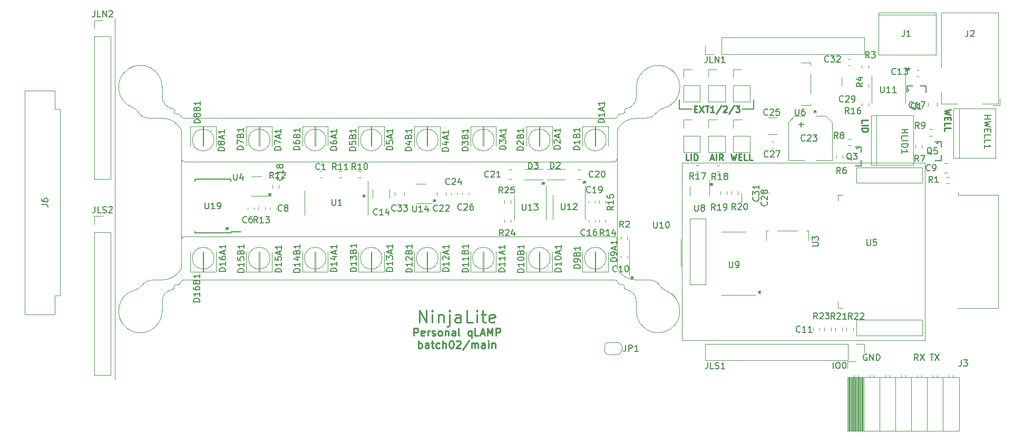
<source format=gto>
G04 #@! TF.GenerationSoftware,KiCad,Pcbnew,(6.0.5-0)*
G04 #@! TF.CreationDate,2022-06-09T15:38:57+09:00*
G04 #@! TF.ProjectId,qLAMP-main,714c414d-502d-46d6-9169-6e2e6b696361,rev?*
G04 #@! TF.SameCoordinates,Original*
G04 #@! TF.FileFunction,Legend,Top*
G04 #@! TF.FilePolarity,Positive*
%FSLAX46Y46*%
G04 Gerber Fmt 4.6, Leading zero omitted, Abs format (unit mm)*
G04 Created by KiCad (PCBNEW (6.0.5-0)) date 2022-06-09 15:38:57*
%MOMM*%
%LPD*%
G01*
G04 APERTURE LIST*
%ADD10C,0.150000*%
%ADD11C,0.100000*%
%ADD12C,0.254000*%
%ADD13C,0.149860*%
%ADD14C,0.120000*%
%ADD15C,0.152400*%
G04 APERTURE END LIST*
D10*
X142400000Y-99032380D02*
X142400000Y-99270476D01*
X142161904Y-99175238D02*
X142400000Y-99270476D01*
X142638095Y-99175238D01*
X142257142Y-99460952D02*
X142400000Y-99270476D01*
X142542857Y-99460952D01*
X135810000Y-99232380D02*
X135810000Y-99470476D01*
X135571904Y-99375238D02*
X135810000Y-99470476D01*
X136048095Y-99375238D01*
X135667142Y-99660952D02*
X135810000Y-99470476D01*
X135952857Y-99660952D01*
X118310000Y-102002380D02*
X118310000Y-102240476D01*
X118071904Y-102145238D02*
X118310000Y-102240476D01*
X118548095Y-102145238D01*
X118167142Y-102430952D02*
X118310000Y-102240476D01*
X118452857Y-102430952D01*
X106980000Y-101252380D02*
X106980000Y-101490476D01*
X106741904Y-101395238D02*
X106980000Y-101490476D01*
X107218095Y-101395238D01*
X106837142Y-101680952D02*
X106980000Y-101490476D01*
X107122857Y-101680952D01*
D11*
X67000000Y-131000000D02*
X67000000Y-73000000D01*
X147657227Y-111500000D02*
X147657227Y-92500000D01*
X70761525Y-88065903D02*
G75*
G03*
X69793791Y-87266166I-1693525J-1063897D01*
G01*
X70234056Y-116598779D02*
G75*
G03*
X71379757Y-115828755I-474256J1942979D01*
G01*
X127907202Y-111501637D02*
G75*
G03*
X127907202Y-111501637I-1750000J0D01*
G01*
X74563906Y-84004758D02*
G75*
G03*
X69793791Y-87266166I-3499996J-2D01*
G01*
X148059038Y-88305454D02*
G75*
G03*
X147886139Y-88404914I-38J-199946D01*
G01*
X76697682Y-115698282D02*
G75*
G03*
X76497682Y-115898256I18J-200018D01*
G01*
X76511958Y-88105442D02*
G75*
G03*
X76712016Y-88305442I200042J42D01*
G01*
X77255380Y-115698260D02*
G75*
G03*
X77428279Y-115598784I20J199960D01*
G01*
X77562677Y-88683690D02*
G75*
G03*
X77428293Y-88404914I-1863477J-726510D01*
G01*
X70761576Y-88065871D02*
G75*
G03*
X72455067Y-89001961I1693524J1063871D01*
G01*
X145907216Y-92502061D02*
G75*
G03*
X145907216Y-92502061I-1750000J0D01*
G01*
X72999668Y-115001696D02*
G75*
G03*
X71379757Y-115828755I32J-2000004D01*
G01*
X76512016Y-87717688D02*
X76512016Y-88105442D01*
X150750462Y-118498940D02*
G75*
G03*
X149182810Y-116546221I-1999962J40D01*
G01*
X77657201Y-90864958D02*
G75*
G03*
X74563643Y-89001961I-3093601J-1637042D01*
G01*
X74563901Y-118498940D02*
X74563901Y-119998940D01*
X147657202Y-108501637D02*
X147657202Y-113138748D01*
X148816736Y-88105442D02*
X148816736Y-87712572D01*
X77428284Y-115598787D02*
G75*
G03*
X77562669Y-115320010I-1729084J1005287D01*
G01*
X72999668Y-115001737D02*
X74563629Y-115001737D01*
X147285904Y-89002089D02*
G75*
G03*
X147751749Y-88683688I-4J499989D01*
G01*
X74563944Y-85504758D02*
G75*
G03*
X76131608Y-87457477I1999956J-42D01*
G01*
X74563915Y-84004758D02*
X74563915Y-85504758D01*
X78028528Y-89002061D02*
X147285904Y-89002061D01*
X109907202Y-111501637D02*
G75*
G03*
X109907202Y-111501637I-1750000J0D01*
G01*
X77657216Y-95502061D02*
X77657216Y-90864950D01*
X91907216Y-92502061D02*
G75*
G03*
X91907216Y-92502061I-1750000J0D01*
G01*
X152314750Y-89001961D02*
X150750789Y-89001961D01*
X77657202Y-113138748D02*
X77657202Y-108501637D01*
D10*
X159656011Y-87499996D02*
X157656011Y-87499996D01*
D11*
X147886136Y-88404912D02*
G75*
G03*
X147751749Y-88683688I1729064J-1005288D01*
G01*
X148934323Y-116474066D02*
G75*
G03*
X149182810Y-116546221I680677J1880166D01*
G01*
D10*
X157655999Y-87500000D02*
X157655999Y-86000003D01*
D11*
X77562682Y-88683688D02*
G75*
G03*
X78028528Y-89002061I465818J181588D01*
G01*
X76131593Y-116546217D02*
G75*
G03*
X76364170Y-116479751I-432293J1952817D01*
G01*
X155080376Y-87404975D02*
G75*
G03*
X150750517Y-84004758I-829876J3400175D01*
G01*
X136907202Y-111501637D02*
G75*
G03*
X136907202Y-111501637I-1750000J0D01*
G01*
X154552886Y-115937800D02*
G75*
G03*
X155520627Y-116737532I1693514J1063900D01*
G01*
X70234037Y-116598704D02*
G75*
G03*
X74563901Y-119998940I829863J-3400196D01*
G01*
X118907216Y-92502061D02*
G75*
G03*
X118907216Y-92502061I-1750000J0D01*
G01*
X147157216Y-96002061D02*
X78157216Y-96002061D01*
X118907202Y-111501637D02*
G75*
G03*
X118907202Y-111501637I-1750000J0D01*
G01*
X76131586Y-116546184D02*
G75*
G03*
X74563901Y-118498940I432314J-1952716D01*
G01*
X147657163Y-108501637D02*
G75*
G03*
X147157202Y-108001637I-499963J37D01*
G01*
X150750499Y-119998940D02*
G75*
G03*
X155520627Y-116737532I3500001J0D01*
G01*
X91907202Y-111501637D02*
G75*
G03*
X91907202Y-111501637I-1750000J0D01*
G01*
X150750775Y-115001737D02*
X152859351Y-115001737D01*
X147657216Y-90864950D02*
X147657216Y-95502061D01*
X147657204Y-113138747D02*
G75*
G03*
X150750775Y-115001737I3093596J1637047D01*
G01*
X100907202Y-111501637D02*
G75*
G03*
X100907202Y-111501637I-1750000J0D01*
G01*
X76712016Y-88305442D02*
X77255394Y-88305442D01*
X136907216Y-92502061D02*
G75*
G03*
X136907216Y-92502061I-1750000J0D01*
G01*
X147886126Y-115598783D02*
G75*
G03*
X148059024Y-115698256I172874J100483D01*
G01*
X109907216Y-92502061D02*
G75*
G03*
X109907216Y-92502061I-1750000J0D01*
G01*
X148059038Y-88305442D02*
X148616736Y-88305442D01*
X155080365Y-87404930D02*
G75*
G03*
X153934661Y-88174943I474235J-1942970D01*
G01*
X149182836Y-87457530D02*
G75*
G03*
X150750517Y-85504758I-432336J1952730D01*
G01*
X148950265Y-87523995D02*
G75*
G03*
X148816736Y-87712572I66435J-188605D01*
G01*
X145907202Y-111501637D02*
G75*
G03*
X145907202Y-111501637I-1750000J0D01*
G01*
X150750517Y-85504758D02*
X150750517Y-84004758D01*
D10*
X167756004Y-87500000D02*
X169556000Y-87500000D01*
D11*
X76497682Y-115898256D02*
X76497682Y-116291126D01*
X149182823Y-87457472D02*
G75*
G03*
X148950248Y-87523947I432377J-1952828D01*
G01*
X76380094Y-87529634D02*
G75*
G03*
X76131608Y-87457477I-680694J-1880166D01*
G01*
X147751722Y-115320015D02*
G75*
G03*
X147285890Y-115001637I-465822J-181585D01*
G01*
X148802444Y-115898256D02*
G75*
G03*
X148602402Y-115698256I-200044J-44D01*
G01*
D10*
X169556000Y-87500000D02*
X169556000Y-86000003D01*
D11*
X76364158Y-116479716D02*
G75*
G03*
X76497682Y-116291126I-66458J188616D01*
G01*
X154552902Y-115937790D02*
G75*
G03*
X152859351Y-115001737I-1693502J-1063910D01*
G01*
X78028514Y-115001627D02*
G75*
G03*
X77562669Y-115320010I-14J-499973D01*
G01*
X147157216Y-96002116D02*
G75*
G03*
X147657216Y-95502061I-16J500016D01*
G01*
X100907216Y-92502061D02*
G75*
G03*
X100907216Y-92502061I-1750000J0D01*
G01*
X152314750Y-89001936D02*
G75*
G03*
X153934661Y-88174943I50J1999936D01*
G01*
X77657214Y-92500000D02*
X77657214Y-111500000D01*
X147751740Y-115320008D02*
G75*
G03*
X147886125Y-115598784I1863460J726508D01*
G01*
X74563643Y-89001961D02*
X72455067Y-89001961D01*
X148616736Y-88305436D02*
G75*
G03*
X148816736Y-88105442I-36J200036D01*
G01*
X78157202Y-108001637D02*
X147157202Y-108001637D01*
X148802392Y-116286010D02*
G75*
G03*
X148934323Y-116474066I200008J10D01*
G01*
X77428280Y-88404922D02*
G75*
G03*
X77255394Y-88305442I-172880J-100478D01*
G01*
X77255380Y-115698256D02*
X76697682Y-115698256D01*
X76512016Y-87717688D02*
G75*
G03*
X76380095Y-87529632I-200016J-12D01*
G01*
X82907216Y-92502061D02*
G75*
G03*
X82907216Y-92502061I-1750000J0D01*
G01*
X77657239Y-95502061D02*
G75*
G03*
X78157216Y-96002061I499961J-39D01*
G01*
X148802402Y-116286010D02*
X148802402Y-115898256D01*
X150750789Y-89001972D02*
G75*
G03*
X147657216Y-90864950I11J-3500028D01*
G01*
X147285890Y-115001637D02*
X78028514Y-115001637D01*
X148602402Y-115698256D02*
X148059024Y-115698256D01*
X82907202Y-111501637D02*
G75*
G03*
X82907202Y-111501637I-1750000J0D01*
G01*
X150750503Y-119998940D02*
X150750503Y-118498940D01*
X74563629Y-115001743D02*
G75*
G03*
X77657202Y-113138748I-29J3500043D01*
G01*
X78157202Y-108001602D02*
G75*
G03*
X77657202Y-108501637I-2J-499998D01*
G01*
X127907216Y-92502061D02*
G75*
G03*
X127907216Y-92502061I-1750000J0D01*
G01*
D12*
X115777142Y-125962875D02*
X115777142Y-124762875D01*
X115777142Y-125220018D02*
X115891428Y-125162875D01*
X116120000Y-125162875D01*
X116234285Y-125220018D01*
X116291428Y-125277160D01*
X116348571Y-125391446D01*
X116348571Y-125734303D01*
X116291428Y-125848589D01*
X116234285Y-125905732D01*
X116120000Y-125962875D01*
X115891428Y-125962875D01*
X115777142Y-125905732D01*
X117377142Y-125962875D02*
X117377142Y-125334303D01*
X117320000Y-125220018D01*
X117205714Y-125162875D01*
X116977142Y-125162875D01*
X116862857Y-125220018D01*
X117377142Y-125905732D02*
X117262857Y-125962875D01*
X116977142Y-125962875D01*
X116862857Y-125905732D01*
X116805714Y-125791446D01*
X116805714Y-125677160D01*
X116862857Y-125562875D01*
X116977142Y-125505732D01*
X117262857Y-125505732D01*
X117377142Y-125448589D01*
X117777142Y-125162875D02*
X118234285Y-125162875D01*
X117948571Y-124762875D02*
X117948571Y-125791446D01*
X118005714Y-125905732D01*
X118120000Y-125962875D01*
X118234285Y-125962875D01*
X119148571Y-125905732D02*
X119034285Y-125962875D01*
X118805714Y-125962875D01*
X118691428Y-125905732D01*
X118634285Y-125848589D01*
X118577142Y-125734303D01*
X118577142Y-125391446D01*
X118634285Y-125277160D01*
X118691428Y-125220018D01*
X118805714Y-125162875D01*
X119034285Y-125162875D01*
X119148571Y-125220018D01*
X119662857Y-125962875D02*
X119662857Y-124762875D01*
X120177142Y-125962875D02*
X120177142Y-125334303D01*
X120120000Y-125220018D01*
X120005714Y-125162875D01*
X119834285Y-125162875D01*
X119720000Y-125220018D01*
X119662857Y-125277160D01*
X120977142Y-124762875D02*
X121091428Y-124762875D01*
X121205714Y-124820018D01*
X121262857Y-124877160D01*
X121320000Y-124991446D01*
X121377142Y-125220018D01*
X121377142Y-125505732D01*
X121320000Y-125734303D01*
X121262857Y-125848589D01*
X121205714Y-125905732D01*
X121091428Y-125962875D01*
X120977142Y-125962875D01*
X120862857Y-125905732D01*
X120805714Y-125848589D01*
X120748571Y-125734303D01*
X120691428Y-125505732D01*
X120691428Y-125220018D01*
X120748571Y-124991446D01*
X120805714Y-124877160D01*
X120862857Y-124820018D01*
X120977142Y-124762875D01*
X121834285Y-124877160D02*
X121891428Y-124820018D01*
X122005714Y-124762875D01*
X122291428Y-124762875D01*
X122405714Y-124820018D01*
X122462857Y-124877160D01*
X122520000Y-124991446D01*
X122520000Y-125105732D01*
X122462857Y-125277160D01*
X121777142Y-125962875D01*
X122520000Y-125962875D01*
X123891428Y-124705732D02*
X122862857Y-126248589D01*
X124291428Y-125962875D02*
X124291428Y-125162875D01*
X124291428Y-125277160D02*
X124348571Y-125220018D01*
X124462857Y-125162875D01*
X124634285Y-125162875D01*
X124748571Y-125220018D01*
X124805714Y-125334303D01*
X124805714Y-125962875D01*
X124805714Y-125334303D02*
X124862857Y-125220018D01*
X124977142Y-125162875D01*
X125148571Y-125162875D01*
X125262857Y-125220018D01*
X125320000Y-125334303D01*
X125320000Y-125962875D01*
X126405714Y-125962875D02*
X126405714Y-125334303D01*
X126348571Y-125220018D01*
X126234285Y-125162875D01*
X126005714Y-125162875D01*
X125891428Y-125220018D01*
X126405714Y-125905732D02*
X126291428Y-125962875D01*
X126005714Y-125962875D01*
X125891428Y-125905732D01*
X125834285Y-125791446D01*
X125834285Y-125677160D01*
X125891428Y-125562875D01*
X126005714Y-125505732D01*
X126291428Y-125505732D01*
X126405714Y-125448589D01*
X126977142Y-125962875D02*
X126977142Y-125162875D01*
X126977142Y-124762875D02*
X126920000Y-124820018D01*
X126977142Y-124877160D01*
X127034285Y-124820018D01*
X126977142Y-124762875D01*
X126977142Y-124877160D01*
X127548571Y-125162875D02*
X127548571Y-125962875D01*
X127548571Y-125277160D02*
X127605714Y-125220018D01*
X127720000Y-125162875D01*
X127891428Y-125162875D01*
X128005714Y-125220018D01*
X128062857Y-125334303D01*
X128062857Y-125962875D01*
X186960380Y-89784571D02*
X186960380Y-89300761D01*
X187976380Y-89300761D01*
X186960380Y-90123238D02*
X187976380Y-90123238D01*
X186960380Y-90607047D02*
X187976380Y-90607047D01*
X187976380Y-90848952D01*
X187928000Y-90994095D01*
X187831238Y-91090857D01*
X187734476Y-91139238D01*
X187540952Y-91187619D01*
X187395809Y-91187619D01*
X187202285Y-91139238D01*
X187105523Y-91090857D01*
X187008761Y-90994095D01*
X186960380Y-90848952D01*
X186960380Y-90607047D01*
X201256380Y-87602476D02*
X200240380Y-87844380D01*
X200966095Y-88037904D01*
X200240380Y-88231428D01*
X201256380Y-88473333D01*
X200772571Y-88860380D02*
X200772571Y-89199047D01*
X200240380Y-89344190D02*
X200240380Y-88860380D01*
X201256380Y-88860380D01*
X201256380Y-89344190D01*
X200240380Y-90263428D02*
X200240380Y-89779619D01*
X201256380Y-89779619D01*
X200240380Y-91085904D02*
X200240380Y-90602095D01*
X201256380Y-90602095D01*
X160071619Y-87497428D02*
X160410285Y-87497428D01*
X160555428Y-88029619D02*
X160071619Y-88029619D01*
X160071619Y-87013619D01*
X160555428Y-87013619D01*
X160894095Y-87013619D02*
X161571428Y-88029619D01*
X161571428Y-87013619D02*
X160894095Y-88029619D01*
X161813333Y-87013619D02*
X162393904Y-87013619D01*
X162103619Y-88029619D02*
X162103619Y-87013619D01*
X163264761Y-88029619D02*
X162684190Y-88029619D01*
X162974476Y-88029619D02*
X162974476Y-87013619D01*
X162877714Y-87158761D01*
X162780952Y-87255523D01*
X162684190Y-87303904D01*
X164425904Y-86965238D02*
X163555047Y-88271523D01*
X164716190Y-87110380D02*
X164764571Y-87062000D01*
X164861333Y-87013619D01*
X165103238Y-87013619D01*
X165200000Y-87062000D01*
X165248380Y-87110380D01*
X165296761Y-87207142D01*
X165296761Y-87303904D01*
X165248380Y-87449047D01*
X164667809Y-88029619D01*
X165296761Y-88029619D01*
X166457904Y-86965238D02*
X165587047Y-88271523D01*
X166699809Y-87013619D02*
X167328761Y-87013619D01*
X166990095Y-87400666D01*
X167135238Y-87400666D01*
X167232000Y-87449047D01*
X167280380Y-87497428D01*
X167328761Y-87594190D01*
X167328761Y-87836095D01*
X167280380Y-87932857D01*
X167232000Y-87981238D01*
X167135238Y-88029619D01*
X166844952Y-88029619D01*
X166748190Y-87981238D01*
X166699809Y-87932857D01*
X162655146Y-95485333D02*
X163138956Y-95485333D01*
X162558384Y-95775619D02*
X162897051Y-94759619D01*
X163235717Y-95775619D01*
X163574384Y-95775619D02*
X163574384Y-94759619D01*
X164638765Y-95775619D02*
X164300098Y-95291809D01*
X164058194Y-95775619D02*
X164058194Y-94759619D01*
X164445241Y-94759619D01*
X164542003Y-94808000D01*
X164590384Y-94856380D01*
X164638765Y-94953142D01*
X164638765Y-95098285D01*
X164590384Y-95195047D01*
X164542003Y-95243428D01*
X164445241Y-95291809D01*
X164058194Y-95291809D01*
X165929432Y-94759619D02*
X166171336Y-95775619D01*
X166364860Y-95049904D01*
X166558384Y-95775619D01*
X166800289Y-94759619D01*
X167187336Y-95243428D02*
X167526003Y-95243428D01*
X167671146Y-95775619D02*
X167187336Y-95775619D01*
X167187336Y-94759619D01*
X167671146Y-94759619D01*
X168590384Y-95775619D02*
X168106575Y-95775619D01*
X168106575Y-94759619D01*
X169412860Y-95775619D02*
X168929051Y-95775619D01*
X168929051Y-94759619D01*
X159211527Y-95775619D02*
X158727717Y-95775619D01*
X158727717Y-94759619D01*
X159550194Y-95775619D02*
X159550194Y-94759619D01*
X160034003Y-95775619D02*
X160034003Y-94759619D01*
X160275908Y-94759619D01*
X160421051Y-94808000D01*
X160517813Y-94904761D01*
X160566194Y-95001523D01*
X160614575Y-95195047D01*
X160614575Y-95340190D01*
X160566194Y-95533714D01*
X160517813Y-95630476D01*
X160421051Y-95727238D01*
X160275908Y-95775619D01*
X160034003Y-95775619D01*
D10*
X170550000Y-116702380D02*
X170550000Y-116940476D01*
X170311904Y-116845238D02*
X170550000Y-116940476D01*
X170788095Y-116845238D01*
X170407142Y-117130952D02*
X170550000Y-116940476D01*
X170692857Y-117130952D01*
X194460000Y-80832380D02*
X194460000Y-81070476D01*
X194221904Y-80975238D02*
X194460000Y-81070476D01*
X194698095Y-80975238D01*
X194317142Y-81260952D02*
X194460000Y-81070476D01*
X194602857Y-81260952D01*
X162830000Y-99392380D02*
X162830000Y-99630476D01*
X162591904Y-99535238D02*
X162830000Y-99630476D01*
X163068095Y-99535238D01*
X162687142Y-99820952D02*
X162830000Y-99630476D01*
X162972857Y-99820952D01*
D12*
X115005714Y-123962873D02*
X115005714Y-122762873D01*
X115462857Y-122762873D01*
X115577142Y-122820016D01*
X115634285Y-122877158D01*
X115691428Y-122991444D01*
X115691428Y-123162873D01*
X115634285Y-123277158D01*
X115577142Y-123334301D01*
X115462857Y-123391444D01*
X115005714Y-123391444D01*
X116662857Y-123905730D02*
X116548571Y-123962873D01*
X116320000Y-123962873D01*
X116205714Y-123905730D01*
X116148571Y-123791444D01*
X116148571Y-123334301D01*
X116205714Y-123220016D01*
X116320000Y-123162873D01*
X116548571Y-123162873D01*
X116662857Y-123220016D01*
X116720000Y-123334301D01*
X116720000Y-123448587D01*
X116148571Y-123562873D01*
X117234285Y-123962873D02*
X117234285Y-123162873D01*
X117234285Y-123391444D02*
X117291428Y-123277158D01*
X117348571Y-123220016D01*
X117462857Y-123162873D01*
X117577142Y-123162873D01*
X117920000Y-123905730D02*
X118034285Y-123962873D01*
X118262857Y-123962873D01*
X118377142Y-123905730D01*
X118434285Y-123791444D01*
X118434285Y-123734301D01*
X118377142Y-123620016D01*
X118262857Y-123562873D01*
X118091428Y-123562873D01*
X117977142Y-123505730D01*
X117920000Y-123391444D01*
X117920000Y-123334301D01*
X117977142Y-123220016D01*
X118091428Y-123162873D01*
X118262857Y-123162873D01*
X118377142Y-123220016D01*
X119120000Y-123962873D02*
X119005714Y-123905730D01*
X118948571Y-123848587D01*
X118891428Y-123734301D01*
X118891428Y-123391444D01*
X118948571Y-123277158D01*
X119005714Y-123220016D01*
X119120000Y-123162873D01*
X119291428Y-123162873D01*
X119405714Y-123220016D01*
X119462857Y-123277158D01*
X119520000Y-123391444D01*
X119520000Y-123734301D01*
X119462857Y-123848587D01*
X119405714Y-123905730D01*
X119291428Y-123962873D01*
X119120000Y-123962873D01*
X120034285Y-123162873D02*
X120034285Y-123962873D01*
X120034285Y-123277158D02*
X120091428Y-123220016D01*
X120205714Y-123162873D01*
X120377142Y-123162873D01*
X120491428Y-123220016D01*
X120548571Y-123334301D01*
X120548571Y-123962873D01*
X121634285Y-123962873D02*
X121634285Y-123334301D01*
X121577142Y-123220016D01*
X121462857Y-123162873D01*
X121234285Y-123162873D01*
X121120000Y-123220016D01*
X121634285Y-123905730D02*
X121520000Y-123962873D01*
X121234285Y-123962873D01*
X121120000Y-123905730D01*
X121062857Y-123791444D01*
X121062857Y-123677158D01*
X121120000Y-123562873D01*
X121234285Y-123505730D01*
X121520000Y-123505730D01*
X121634285Y-123448587D01*
X122377142Y-123962873D02*
X122262857Y-123905730D01*
X122205714Y-123791444D01*
X122205714Y-122762873D01*
X124262857Y-123162873D02*
X124262857Y-124362873D01*
X124262857Y-123905730D02*
X124148571Y-123962873D01*
X123920000Y-123962873D01*
X123805714Y-123905730D01*
X123748571Y-123848587D01*
X123691428Y-123734301D01*
X123691428Y-123391444D01*
X123748571Y-123277158D01*
X123805714Y-123220016D01*
X123920000Y-123162873D01*
X124148571Y-123162873D01*
X124262857Y-123220016D01*
X125405714Y-123962873D02*
X124834285Y-123962873D01*
X124834285Y-122762873D01*
X125748571Y-123620016D02*
X126320000Y-123620016D01*
X125634285Y-123962873D02*
X126034285Y-122762873D01*
X126434285Y-123962873D01*
X126834285Y-123962873D02*
X126834285Y-122762873D01*
X127234285Y-123620016D01*
X127634285Y-122762873D01*
X127634285Y-123962873D01*
X128205714Y-123962873D02*
X128205714Y-122762873D01*
X128662857Y-122762873D01*
X128777142Y-122820016D01*
X128834285Y-122877158D01*
X128891428Y-122991444D01*
X128891428Y-123162873D01*
X128834285Y-123277158D01*
X128777142Y-123334301D01*
X128662857Y-123391444D01*
X128205714Y-123391444D01*
D10*
X197939095Y-126932389D02*
X198510523Y-126932389D01*
X198224809Y-127932389D02*
X198224809Y-126932389D01*
X198748619Y-126932389D02*
X199415285Y-127932389D01*
X199415285Y-126932389D02*
X198748619Y-127932389D01*
D12*
X115872380Y-121864761D02*
X115872380Y-119864761D01*
X117015238Y-121864761D01*
X117015238Y-119864761D01*
X117967619Y-121864761D02*
X117967619Y-120531428D01*
X117967619Y-119864761D02*
X117872380Y-119960000D01*
X117967619Y-120055238D01*
X118062857Y-119960000D01*
X117967619Y-119864761D01*
X117967619Y-120055238D01*
X118920000Y-120531428D02*
X118920000Y-121864761D01*
X118920000Y-120721904D02*
X119015238Y-120626666D01*
X119205714Y-120531428D01*
X119491428Y-120531428D01*
X119681904Y-120626666D01*
X119777142Y-120817142D01*
X119777142Y-121864761D01*
X120729523Y-120531428D02*
X120729523Y-122245714D01*
X120634285Y-122436190D01*
X120443809Y-122531428D01*
X120348571Y-122531428D01*
X120729523Y-119864761D02*
X120634285Y-119960000D01*
X120729523Y-120055238D01*
X120824761Y-119960000D01*
X120729523Y-119864761D01*
X120729523Y-120055238D01*
X122539047Y-121864761D02*
X122539047Y-120817142D01*
X122443809Y-120626666D01*
X122253333Y-120531428D01*
X121872380Y-120531428D01*
X121681904Y-120626666D01*
X122539047Y-121769523D02*
X122348571Y-121864761D01*
X121872380Y-121864761D01*
X121681904Y-121769523D01*
X121586666Y-121579047D01*
X121586666Y-121388571D01*
X121681904Y-121198095D01*
X121872380Y-121102857D01*
X122348571Y-121102857D01*
X122539047Y-121007619D01*
X124443809Y-121864761D02*
X123491428Y-121864761D01*
X123491428Y-119864761D01*
X125110476Y-121864761D02*
X125110476Y-120531428D01*
X125110476Y-119864761D02*
X125015238Y-119960000D01*
X125110476Y-120055238D01*
X125205714Y-119960000D01*
X125110476Y-119864761D01*
X125110476Y-120055238D01*
X125777142Y-120531428D02*
X126539047Y-120531428D01*
X126062857Y-119864761D02*
X126062857Y-121579047D01*
X126158095Y-121769523D01*
X126348571Y-121864761D01*
X126539047Y-121864761D01*
X127967619Y-121769523D02*
X127777142Y-121864761D01*
X127396190Y-121864761D01*
X127205714Y-121769523D01*
X127110476Y-121579047D01*
X127110476Y-120817142D01*
X127205714Y-120626666D01*
X127396190Y-120531428D01*
X127777142Y-120531428D01*
X127967619Y-120626666D01*
X128062857Y-120817142D01*
X128062857Y-121007619D01*
X127110476Y-121198095D01*
D10*
X195994333Y-127932389D02*
X195661000Y-127456199D01*
X195422904Y-127932389D02*
X195422904Y-126932389D01*
X195803857Y-126932389D01*
X195899095Y-126980009D01*
X195946714Y-127027628D01*
X195994333Y-127122866D01*
X195994333Y-127265723D01*
X195946714Y-127360961D01*
X195899095Y-127408580D01*
X195803857Y-127456199D01*
X195422904Y-127456199D01*
X196327666Y-126932389D02*
X196994333Y-127932389D01*
X196994333Y-126932389D02*
X196327666Y-127932389D01*
X150060000Y-114372380D02*
X150060000Y-114610476D01*
X149821904Y-114515238D02*
X150060000Y-114610476D01*
X150298095Y-114515238D01*
X149917142Y-114800952D02*
X150060000Y-114610476D01*
X150202857Y-114800952D01*
X85020000Y-106492380D02*
X85020000Y-106730476D01*
X84781904Y-106635238D02*
X85020000Y-106730476D01*
X85258095Y-106635238D01*
X84877142Y-106920952D02*
X85020000Y-106730476D01*
X85162857Y-106920952D01*
X187779095Y-126980009D02*
X187683857Y-126932389D01*
X187541000Y-126932389D01*
X187398142Y-126980009D01*
X187302904Y-127075247D01*
X187255285Y-127170485D01*
X187207666Y-127360961D01*
X187207666Y-127503818D01*
X187255285Y-127694294D01*
X187302904Y-127789532D01*
X187398142Y-127884770D01*
X187541000Y-127932389D01*
X187636238Y-127932389D01*
X187779095Y-127884770D01*
X187826714Y-127837151D01*
X187826714Y-127503818D01*
X187636238Y-127503818D01*
X188255285Y-127932389D02*
X188255285Y-126932389D01*
X188826714Y-127932389D01*
X188826714Y-126932389D01*
X189302904Y-127932389D02*
X189302904Y-126932389D01*
X189541000Y-126932389D01*
X189683857Y-126980009D01*
X189779095Y-127075247D01*
X189826714Y-127170485D01*
X189874333Y-127360961D01*
X189874333Y-127503818D01*
X189826714Y-127694294D01*
X189779095Y-127789532D01*
X189683857Y-127884770D01*
X189541000Y-127932389D01*
X189302904Y-127932389D01*
X91850000Y-101052380D02*
X91850000Y-101290476D01*
X91611904Y-101195238D02*
X91850000Y-101290476D01*
X92088095Y-101195238D01*
X91707142Y-101480952D02*
X91850000Y-101290476D01*
X91992857Y-101480952D01*
X182370000Y-129222380D02*
X182370000Y-128222380D01*
X183036666Y-128222380D02*
X183227142Y-128222380D01*
X183322380Y-128270000D01*
X183417619Y-128365238D01*
X183465238Y-128555714D01*
X183465238Y-128889047D01*
X183417619Y-129079523D01*
X183322380Y-129174761D01*
X183227142Y-129222380D01*
X183036666Y-129222380D01*
X182941428Y-129174761D01*
X182846190Y-129079523D01*
X182798571Y-128889047D01*
X182798571Y-128555714D01*
X182846190Y-128365238D01*
X182941428Y-128270000D01*
X183036666Y-128222380D01*
X184084285Y-128222380D02*
X184179523Y-128222380D01*
X184274761Y-128270000D01*
X184322380Y-128317619D01*
X184370000Y-128412857D01*
X184417619Y-128603333D01*
X184417619Y-128841428D01*
X184370000Y-129031904D01*
X184322380Y-129127142D01*
X184274761Y-129174761D01*
X184179523Y-129222380D01*
X184084285Y-129222380D01*
X183989047Y-129174761D01*
X183941428Y-129127142D01*
X183893809Y-129031904D01*
X183846190Y-128841428D01*
X183846190Y-128603333D01*
X183893809Y-128412857D01*
X183941428Y-128317619D01*
X183989047Y-128270000D01*
X184084285Y-128222380D01*
X63785714Y-103197380D02*
X63785714Y-103911666D01*
X63738095Y-104054523D01*
X63642857Y-104149761D01*
X63500000Y-104197380D01*
X63404761Y-104197380D01*
X64738095Y-104197380D02*
X64261904Y-104197380D01*
X64261904Y-103197380D01*
X65023809Y-104149761D02*
X65166666Y-104197380D01*
X65404761Y-104197380D01*
X65500000Y-104149761D01*
X65547619Y-104102142D01*
X65595238Y-104006904D01*
X65595238Y-103911666D01*
X65547619Y-103816428D01*
X65500000Y-103768809D01*
X65404761Y-103721190D01*
X65214285Y-103673571D01*
X65119047Y-103625952D01*
X65071428Y-103578333D01*
X65023809Y-103483095D01*
X65023809Y-103387857D01*
X65071428Y-103292619D01*
X65119047Y-103245000D01*
X65214285Y-103197380D01*
X65452380Y-103197380D01*
X65595238Y-103245000D01*
X65976190Y-103292619D02*
X66023809Y-103245000D01*
X66119047Y-103197380D01*
X66357142Y-103197380D01*
X66452380Y-103245000D01*
X66500000Y-103292619D01*
X66547619Y-103387857D01*
X66547619Y-103483095D01*
X66500000Y-103625952D01*
X65928571Y-104197380D01*
X66547619Y-104197380D01*
X63738092Y-71742373D02*
X63738092Y-72456659D01*
X63690473Y-72599516D01*
X63595235Y-72694754D01*
X63452377Y-72742373D01*
X63357139Y-72742373D01*
X64690473Y-72742373D02*
X64214282Y-72742373D01*
X64214282Y-71742373D01*
X65023806Y-72742373D02*
X65023806Y-71742373D01*
X65595235Y-72742373D01*
X65595235Y-71742373D01*
X66023806Y-71837612D02*
X66071425Y-71789993D01*
X66166663Y-71742373D01*
X66404758Y-71742373D01*
X66499997Y-71789993D01*
X66547616Y-71837612D01*
X66595235Y-71932850D01*
X66595235Y-72028088D01*
X66547616Y-72170945D01*
X65976187Y-72742373D01*
X66595235Y-72742373D01*
X206687618Y-88584770D02*
X207687618Y-88584770D01*
X207211427Y-88584770D02*
X207211427Y-89156199D01*
X206687618Y-89156199D02*
X207687618Y-89156199D01*
X207687618Y-89537151D02*
X206687618Y-89775247D01*
X207401903Y-89965723D01*
X206687618Y-90156199D01*
X207687618Y-90394294D01*
X207211427Y-90775247D02*
X207211427Y-91108580D01*
X206687618Y-91251437D02*
X206687618Y-90775247D01*
X207687618Y-90775247D01*
X207687618Y-91251437D01*
X206687618Y-92156199D02*
X206687618Y-91680009D01*
X207687618Y-91680009D01*
X206687618Y-92965723D02*
X206687618Y-92489532D01*
X207687618Y-92489532D01*
X206687618Y-93822866D02*
X206687618Y-93251437D01*
X206687618Y-93537151D02*
X207687618Y-93537151D01*
X207544760Y-93441913D01*
X207449522Y-93346675D01*
X207401903Y-93251437D01*
X149056666Y-125452380D02*
X149056666Y-126166666D01*
X149009047Y-126309523D01*
X148913809Y-126404761D01*
X148770952Y-126452380D01*
X148675714Y-126452380D01*
X149532857Y-126452380D02*
X149532857Y-125452380D01*
X149913809Y-125452380D01*
X150009047Y-125500000D01*
X150056666Y-125547619D01*
X150104285Y-125642857D01*
X150104285Y-125785714D01*
X150056666Y-125880952D01*
X150009047Y-125928571D01*
X149913809Y-125976190D01*
X149532857Y-125976190D01*
X151056666Y-126452380D02*
X150485238Y-126452380D01*
X150770952Y-126452380D02*
X150770952Y-125452380D01*
X150675714Y-125595238D01*
X150580476Y-125690476D01*
X150485238Y-125738095D01*
X189981904Y-83872380D02*
X189981904Y-84681904D01*
X190029523Y-84777142D01*
X190077142Y-84824761D01*
X190172380Y-84872380D01*
X190362857Y-84872380D01*
X190458095Y-84824761D01*
X190505714Y-84777142D01*
X190553333Y-84681904D01*
X190553333Y-83872380D01*
X191553333Y-84872380D02*
X190981904Y-84872380D01*
X191267619Y-84872380D02*
X191267619Y-83872380D01*
X191172380Y-84015238D01*
X191077142Y-84110476D01*
X190981904Y-84158095D01*
X192505714Y-84872380D02*
X191934285Y-84872380D01*
X192220000Y-84872380D02*
X192220000Y-83872380D01*
X192124761Y-84015238D01*
X192029523Y-84110476D01*
X191934285Y-84158095D01*
X114831904Y-103042380D02*
X114831904Y-103851904D01*
X114879523Y-103947142D01*
X114927142Y-103994761D01*
X115022380Y-104042380D01*
X115212857Y-104042380D01*
X115308095Y-103994761D01*
X115355714Y-103947142D01*
X115403333Y-103851904D01*
X115403333Y-103042380D01*
X116403333Y-104042380D02*
X115831904Y-104042380D01*
X116117619Y-104042380D02*
X116117619Y-103042380D01*
X116022380Y-103185238D01*
X115927142Y-103280476D01*
X115831904Y-103328095D01*
X117260476Y-103375714D02*
X117260476Y-104042380D01*
X117022380Y-102994761D02*
X116784285Y-103709047D01*
X117403333Y-103709047D01*
X118767142Y-103847142D02*
X118719523Y-103894761D01*
X118576666Y-103942380D01*
X118481428Y-103942380D01*
X118338571Y-103894761D01*
X118243333Y-103799523D01*
X118195714Y-103704285D01*
X118148095Y-103513809D01*
X118148095Y-103370952D01*
X118195714Y-103180476D01*
X118243333Y-103085238D01*
X118338571Y-102990000D01*
X118481428Y-102942380D01*
X118576666Y-102942380D01*
X118719523Y-102990000D01*
X118767142Y-103037619D01*
X119148095Y-103037619D02*
X119195714Y-102990000D01*
X119290952Y-102942380D01*
X119529047Y-102942380D01*
X119624285Y-102990000D01*
X119671904Y-103037619D01*
X119719523Y-103132857D01*
X119719523Y-103228095D01*
X119671904Y-103370952D01*
X119100476Y-103942380D01*
X119719523Y-103942380D01*
X120100476Y-103037619D02*
X120148095Y-102990000D01*
X120243333Y-102942380D01*
X120481428Y-102942380D01*
X120576666Y-102990000D01*
X120624285Y-103037619D01*
X120671904Y-103132857D01*
X120671904Y-103228095D01*
X120624285Y-103370952D01*
X120052857Y-103942380D01*
X120671904Y-103942380D01*
X177847142Y-92567142D02*
X177799523Y-92614761D01*
X177656666Y-92662380D01*
X177561428Y-92662380D01*
X177418571Y-92614761D01*
X177323333Y-92519523D01*
X177275714Y-92424285D01*
X177228095Y-92233809D01*
X177228095Y-92090952D01*
X177275714Y-91900476D01*
X177323333Y-91805238D01*
X177418571Y-91710000D01*
X177561428Y-91662380D01*
X177656666Y-91662380D01*
X177799523Y-91710000D01*
X177847142Y-91757619D01*
X178228095Y-91757619D02*
X178275714Y-91710000D01*
X178370952Y-91662380D01*
X178609047Y-91662380D01*
X178704285Y-91710000D01*
X178751904Y-91757619D01*
X178799523Y-91852857D01*
X178799523Y-91948095D01*
X178751904Y-92090952D01*
X178180476Y-92662380D01*
X178799523Y-92662380D01*
X179132857Y-91662380D02*
X179751904Y-91662380D01*
X179418571Y-92043333D01*
X179561428Y-92043333D01*
X179656666Y-92090952D01*
X179704285Y-92138571D01*
X179751904Y-92233809D01*
X179751904Y-92471904D01*
X179704285Y-92567142D01*
X179656666Y-92614761D01*
X179561428Y-92662380D01*
X179275714Y-92662380D01*
X179180476Y-92614761D01*
X179132857Y-92567142D01*
X177221428Y-90380952D02*
X177221428Y-89619047D01*
X177602380Y-90000000D02*
X176840476Y-90000000D01*
X179272380Y-87930000D02*
X179510476Y-87930000D01*
X179415238Y-88168095D02*
X179510476Y-87930000D01*
X179415238Y-87691904D01*
X179700952Y-88072857D02*
X179510476Y-87930000D01*
X179700952Y-87787142D01*
X120757142Y-99577142D02*
X120709523Y-99624761D01*
X120566666Y-99672380D01*
X120471428Y-99672380D01*
X120328571Y-99624761D01*
X120233333Y-99529523D01*
X120185714Y-99434285D01*
X120138095Y-99243809D01*
X120138095Y-99100952D01*
X120185714Y-98910476D01*
X120233333Y-98815238D01*
X120328571Y-98720000D01*
X120471428Y-98672380D01*
X120566666Y-98672380D01*
X120709523Y-98720000D01*
X120757142Y-98767619D01*
X121138095Y-98767619D02*
X121185714Y-98720000D01*
X121280952Y-98672380D01*
X121519047Y-98672380D01*
X121614285Y-98720000D01*
X121661904Y-98767619D01*
X121709523Y-98862857D01*
X121709523Y-98958095D01*
X121661904Y-99100952D01*
X121090476Y-99672380D01*
X121709523Y-99672380D01*
X122566666Y-99005714D02*
X122566666Y-99672380D01*
X122328571Y-98624761D02*
X122090476Y-99339047D01*
X122709523Y-99339047D01*
X171847142Y-88427142D02*
X171799523Y-88474761D01*
X171656666Y-88522380D01*
X171561428Y-88522380D01*
X171418571Y-88474761D01*
X171323333Y-88379523D01*
X171275714Y-88284285D01*
X171228095Y-88093809D01*
X171228095Y-87950952D01*
X171275714Y-87760476D01*
X171323333Y-87665238D01*
X171418571Y-87570000D01*
X171561428Y-87522380D01*
X171656666Y-87522380D01*
X171799523Y-87570000D01*
X171847142Y-87617619D01*
X172228095Y-87617619D02*
X172275714Y-87570000D01*
X172370952Y-87522380D01*
X172609047Y-87522380D01*
X172704285Y-87570000D01*
X172751904Y-87617619D01*
X172799523Y-87712857D01*
X172799523Y-87808095D01*
X172751904Y-87950952D01*
X172180476Y-88522380D01*
X172799523Y-88522380D01*
X173704285Y-87522380D02*
X173228095Y-87522380D01*
X173180476Y-87998571D01*
X173228095Y-87950952D01*
X173323333Y-87903333D01*
X173561428Y-87903333D01*
X173656666Y-87950952D01*
X173704285Y-87998571D01*
X173751904Y-88093809D01*
X173751904Y-88331904D01*
X173704285Y-88427142D01*
X173656666Y-88474761D01*
X173561428Y-88522380D01*
X173323333Y-88522380D01*
X173228095Y-88474761D01*
X173180476Y-88427142D01*
X171897142Y-95167142D02*
X171849523Y-95214761D01*
X171706666Y-95262380D01*
X171611428Y-95262380D01*
X171468571Y-95214761D01*
X171373333Y-95119523D01*
X171325714Y-95024285D01*
X171278095Y-94833809D01*
X171278095Y-94690952D01*
X171325714Y-94500476D01*
X171373333Y-94405238D01*
X171468571Y-94310000D01*
X171611428Y-94262380D01*
X171706666Y-94262380D01*
X171849523Y-94310000D01*
X171897142Y-94357619D01*
X172278095Y-94357619D02*
X172325714Y-94310000D01*
X172420952Y-94262380D01*
X172659047Y-94262380D01*
X172754285Y-94310000D01*
X172801904Y-94357619D01*
X172849523Y-94452857D01*
X172849523Y-94548095D01*
X172801904Y-94690952D01*
X172230476Y-95262380D01*
X172849523Y-95262380D01*
X173182857Y-94262380D02*
X173849523Y-94262380D01*
X173420952Y-95262380D01*
X183977142Y-86297142D02*
X183929523Y-86344761D01*
X183786666Y-86392380D01*
X183691428Y-86392380D01*
X183548571Y-86344761D01*
X183453333Y-86249523D01*
X183405714Y-86154285D01*
X183358095Y-85963809D01*
X183358095Y-85820952D01*
X183405714Y-85630476D01*
X183453333Y-85535238D01*
X183548571Y-85440000D01*
X183691428Y-85392380D01*
X183786666Y-85392380D01*
X183929523Y-85440000D01*
X183977142Y-85487619D01*
X184358095Y-85487619D02*
X184405714Y-85440000D01*
X184500952Y-85392380D01*
X184739047Y-85392380D01*
X184834285Y-85440000D01*
X184881904Y-85487619D01*
X184929523Y-85582857D01*
X184929523Y-85678095D01*
X184881904Y-85820952D01*
X184310476Y-86392380D01*
X184929523Y-86392380D01*
X185405714Y-86392380D02*
X185596190Y-86392380D01*
X185691428Y-86344761D01*
X185739047Y-86297142D01*
X185834285Y-86154285D01*
X185881904Y-85963809D01*
X185881904Y-85582857D01*
X185834285Y-85487619D01*
X185786666Y-85440000D01*
X185691428Y-85392380D01*
X185500952Y-85392380D01*
X185405714Y-85440000D01*
X185358095Y-85487619D01*
X185310476Y-85582857D01*
X185310476Y-85820952D01*
X185358095Y-85916190D01*
X185405714Y-85963809D01*
X185500952Y-86011428D01*
X185691428Y-86011428D01*
X185786666Y-85963809D01*
X185834285Y-85916190D01*
X185881904Y-85820952D01*
X170347142Y-101692857D02*
X170394761Y-101740476D01*
X170442380Y-101883333D01*
X170442380Y-101978571D01*
X170394761Y-102121428D01*
X170299523Y-102216666D01*
X170204285Y-102264285D01*
X170013809Y-102311904D01*
X169870952Y-102311904D01*
X169680476Y-102264285D01*
X169585238Y-102216666D01*
X169490000Y-102121428D01*
X169442380Y-101978571D01*
X169442380Y-101883333D01*
X169490000Y-101740476D01*
X169537619Y-101692857D01*
X169442380Y-101359523D02*
X169442380Y-100740476D01*
X169823333Y-101073809D01*
X169823333Y-100930952D01*
X169870952Y-100835714D01*
X169918571Y-100788095D01*
X170013809Y-100740476D01*
X170251904Y-100740476D01*
X170347142Y-100788095D01*
X170394761Y-100835714D01*
X170442380Y-100930952D01*
X170442380Y-101216666D01*
X170394761Y-101311904D01*
X170347142Y-101359523D01*
X170442380Y-99788095D02*
X170442380Y-100359523D01*
X170442380Y-100073809D02*
X169442380Y-100073809D01*
X169585238Y-100169047D01*
X169680476Y-100264285D01*
X169728095Y-100359523D01*
X112067142Y-103827142D02*
X112019523Y-103874761D01*
X111876666Y-103922380D01*
X111781428Y-103922380D01*
X111638571Y-103874761D01*
X111543333Y-103779523D01*
X111495714Y-103684285D01*
X111448095Y-103493809D01*
X111448095Y-103350952D01*
X111495714Y-103160476D01*
X111543333Y-103065238D01*
X111638571Y-102970000D01*
X111781428Y-102922380D01*
X111876666Y-102922380D01*
X112019523Y-102970000D01*
X112067142Y-103017619D01*
X112400476Y-102922380D02*
X113019523Y-102922380D01*
X112686190Y-103303333D01*
X112829047Y-103303333D01*
X112924285Y-103350952D01*
X112971904Y-103398571D01*
X113019523Y-103493809D01*
X113019523Y-103731904D01*
X112971904Y-103827142D01*
X112924285Y-103874761D01*
X112829047Y-103922380D01*
X112543333Y-103922380D01*
X112448095Y-103874761D01*
X112400476Y-103827142D01*
X113352857Y-102922380D02*
X113971904Y-102922380D01*
X113638571Y-103303333D01*
X113781428Y-103303333D01*
X113876666Y-103350952D01*
X113924285Y-103398571D01*
X113971904Y-103493809D01*
X113971904Y-103731904D01*
X113924285Y-103827142D01*
X113876666Y-103874761D01*
X113781428Y-103922380D01*
X113495714Y-103922380D01*
X113400476Y-103874761D01*
X113352857Y-103827142D01*
X192413850Y-81877342D02*
X192366231Y-81924961D01*
X192223374Y-81972580D01*
X192128136Y-81972580D01*
X191985279Y-81924961D01*
X191890041Y-81829723D01*
X191842422Y-81734485D01*
X191794803Y-81544009D01*
X191794803Y-81401152D01*
X191842422Y-81210676D01*
X191890041Y-81115438D01*
X191985279Y-81020200D01*
X192128136Y-80972580D01*
X192223374Y-80972580D01*
X192366231Y-81020200D01*
X192413850Y-81067819D01*
X193366231Y-81972580D02*
X192794803Y-81972580D01*
X193080517Y-81972580D02*
X193080517Y-80972580D01*
X192985279Y-81115438D01*
X192890041Y-81210676D01*
X192794803Y-81258295D01*
X193699565Y-80972580D02*
X194318612Y-80972580D01*
X193985279Y-81353533D01*
X194128136Y-81353533D01*
X194223374Y-81401152D01*
X194270993Y-81448771D01*
X194318612Y-81544009D01*
X194318612Y-81782104D01*
X194270993Y-81877342D01*
X194223374Y-81924961D01*
X194128136Y-81972580D01*
X193842422Y-81972580D01*
X193747184Y-81924961D01*
X193699565Y-81877342D01*
X109117142Y-104447142D02*
X109069523Y-104494761D01*
X108926666Y-104542380D01*
X108831428Y-104542380D01*
X108688571Y-104494761D01*
X108593333Y-104399523D01*
X108545714Y-104304285D01*
X108498095Y-104113809D01*
X108498095Y-103970952D01*
X108545714Y-103780476D01*
X108593333Y-103685238D01*
X108688571Y-103590000D01*
X108831428Y-103542380D01*
X108926666Y-103542380D01*
X109069523Y-103590000D01*
X109117142Y-103637619D01*
X110069523Y-104542380D02*
X109498095Y-104542380D01*
X109783809Y-104542380D02*
X109783809Y-103542380D01*
X109688571Y-103685238D01*
X109593333Y-103780476D01*
X109498095Y-103828095D01*
X110926666Y-103875714D02*
X110926666Y-104542380D01*
X110688571Y-103494761D02*
X110450476Y-104209047D01*
X111069523Y-104209047D01*
X193367619Y-90795238D02*
X194367619Y-90795238D01*
X193891428Y-90795238D02*
X193891428Y-91366666D01*
X193367619Y-91366666D02*
X194367619Y-91366666D01*
X193367619Y-92319047D02*
X193367619Y-91842857D01*
X194367619Y-91842857D01*
X193367619Y-92652380D02*
X194367619Y-92652380D01*
X193367619Y-93128571D02*
X194367619Y-93128571D01*
X194367619Y-93366666D01*
X194320000Y-93509523D01*
X194224761Y-93604761D01*
X194129523Y-93652380D01*
X193939047Y-93700000D01*
X193796190Y-93700000D01*
X193605714Y-93652380D01*
X193510476Y-93604761D01*
X193415238Y-93509523D01*
X193367619Y-93366666D01*
X193367619Y-93128571D01*
X193367619Y-94652380D02*
X193367619Y-94080952D01*
X193367619Y-94366666D02*
X194367619Y-94366666D01*
X194224761Y-94271428D01*
X194129523Y-94176190D01*
X194081904Y-94080952D01*
X81457903Y-102572392D02*
X81457903Y-103381916D01*
X81505522Y-103477154D01*
X81553141Y-103524773D01*
X81648379Y-103572392D01*
X81838856Y-103572392D01*
X81934094Y-103524773D01*
X81981713Y-103477154D01*
X82029332Y-103381916D01*
X82029332Y-102572392D01*
X83029332Y-103572392D02*
X82457903Y-103572392D01*
X82743618Y-103572392D02*
X82743618Y-102572392D01*
X82648379Y-102715250D01*
X82553141Y-102810488D01*
X82457903Y-102858107D01*
X83505522Y-103572392D02*
X83695999Y-103572392D01*
X83791237Y-103524773D01*
X83838856Y-103477154D01*
X83934094Y-103334297D01*
X83981713Y-103143821D01*
X83981713Y-102762869D01*
X83934094Y-102667631D01*
X83886475Y-102620012D01*
X83791237Y-102572392D01*
X83600760Y-102572392D01*
X83505522Y-102620012D01*
X83457903Y-102667631D01*
X83410284Y-102762869D01*
X83410284Y-103000964D01*
X83457903Y-103096202D01*
X83505522Y-103143821D01*
X83600760Y-103191440D01*
X83791237Y-103191440D01*
X83886475Y-103143821D01*
X83934094Y-103096202D01*
X83981713Y-103000964D01*
X93833333Y-103837142D02*
X93785714Y-103884761D01*
X93642857Y-103932380D01*
X93547619Y-103932380D01*
X93404761Y-103884761D01*
X93309523Y-103789523D01*
X93261904Y-103694285D01*
X93214285Y-103503809D01*
X93214285Y-103360952D01*
X93261904Y-103170476D01*
X93309523Y-103075238D01*
X93404761Y-102980000D01*
X93547619Y-102932380D01*
X93642857Y-102932380D01*
X93785714Y-102980000D01*
X93833333Y-103027619D01*
X94404761Y-103360952D02*
X94309523Y-103313333D01*
X94261904Y-103265714D01*
X94214285Y-103170476D01*
X94214285Y-103122857D01*
X94261904Y-103027619D01*
X94309523Y-102980000D01*
X94404761Y-102932380D01*
X94595238Y-102932380D01*
X94690476Y-102980000D01*
X94738095Y-103027619D01*
X94785714Y-103122857D01*
X94785714Y-103170476D01*
X94738095Y-103265714D01*
X94690476Y-103313333D01*
X94595238Y-103360952D01*
X94404761Y-103360952D01*
X94309523Y-103408571D01*
X94261904Y-103456190D01*
X94214285Y-103551428D01*
X94214285Y-103741904D01*
X94261904Y-103837142D01*
X94309523Y-103884761D01*
X94404761Y-103932380D01*
X94595238Y-103932380D01*
X94690476Y-103884761D01*
X94738095Y-103837142D01*
X94785714Y-103741904D01*
X94785714Y-103551428D01*
X94738095Y-103456190D01*
X94690476Y-103408571D01*
X94595238Y-103360952D01*
X177047142Y-123297142D02*
X176999523Y-123344761D01*
X176856666Y-123392380D01*
X176761428Y-123392380D01*
X176618571Y-123344761D01*
X176523333Y-123249523D01*
X176475714Y-123154285D01*
X176428095Y-122963809D01*
X176428095Y-122820952D01*
X176475714Y-122630476D01*
X176523333Y-122535238D01*
X176618571Y-122440000D01*
X176761428Y-122392380D01*
X176856666Y-122392380D01*
X176999523Y-122440000D01*
X177047142Y-122487619D01*
X177999523Y-123392380D02*
X177428095Y-123392380D01*
X177713809Y-123392380D02*
X177713809Y-122392380D01*
X177618571Y-122535238D01*
X177523333Y-122630476D01*
X177428095Y-122678095D01*
X178951904Y-123392380D02*
X178380476Y-123392380D01*
X178666190Y-123392380D02*
X178666190Y-122392380D01*
X178570952Y-122535238D01*
X178475714Y-122630476D01*
X178380476Y-122678095D01*
X88123327Y-105697140D02*
X88075708Y-105744759D01*
X87932851Y-105792378D01*
X87837613Y-105792378D01*
X87694755Y-105744759D01*
X87599517Y-105649521D01*
X87551898Y-105554283D01*
X87504279Y-105363807D01*
X87504279Y-105220950D01*
X87551898Y-105030474D01*
X87599517Y-104935236D01*
X87694755Y-104839998D01*
X87837613Y-104792378D01*
X87932851Y-104792378D01*
X88075708Y-104839998D01*
X88123327Y-104887617D01*
X88980470Y-104792378D02*
X88789994Y-104792378D01*
X88694755Y-104839998D01*
X88647136Y-104887617D01*
X88551898Y-105030474D01*
X88504279Y-105220950D01*
X88504279Y-105601902D01*
X88551898Y-105697140D01*
X88599517Y-105744759D01*
X88694755Y-105792378D01*
X88885232Y-105792378D01*
X88980470Y-105744759D01*
X89028089Y-105697140D01*
X89075708Y-105601902D01*
X89075708Y-105363807D01*
X89028089Y-105268569D01*
X88980470Y-105220950D01*
X88885232Y-105173331D01*
X88694755Y-105173331D01*
X88599517Y-105220950D01*
X88551898Y-105268569D01*
X88504279Y-105363807D01*
X160118095Y-102922380D02*
X160118095Y-103731904D01*
X160165714Y-103827142D01*
X160213333Y-103874761D01*
X160308571Y-103922380D01*
X160499047Y-103922380D01*
X160594285Y-103874761D01*
X160641904Y-103827142D01*
X160689523Y-103731904D01*
X160689523Y-102922380D01*
X161308571Y-103350952D02*
X161213333Y-103303333D01*
X161165714Y-103255714D01*
X161118095Y-103160476D01*
X161118095Y-103112857D01*
X161165714Y-103017619D01*
X161213333Y-102970000D01*
X161308571Y-102922380D01*
X161499047Y-102922380D01*
X161594285Y-102970000D01*
X161641904Y-103017619D01*
X161689523Y-103112857D01*
X161689523Y-103160476D01*
X161641904Y-103255714D01*
X161594285Y-103303333D01*
X161499047Y-103350952D01*
X161308571Y-103350952D01*
X161213333Y-103398571D01*
X161165714Y-103446190D01*
X161118095Y-103541428D01*
X161118095Y-103731904D01*
X161165714Y-103827142D01*
X161213333Y-103874761D01*
X161308571Y-103922380D01*
X161499047Y-103922380D01*
X161594285Y-103874761D01*
X161641904Y-103827142D01*
X161689523Y-103731904D01*
X161689523Y-103541428D01*
X161641904Y-103446190D01*
X161594285Y-103398571D01*
X161499047Y-103350952D01*
X86048095Y-97922380D02*
X86048095Y-98731904D01*
X86095714Y-98827142D01*
X86143333Y-98874761D01*
X86238571Y-98922380D01*
X86429047Y-98922380D01*
X86524285Y-98874761D01*
X86571904Y-98827142D01*
X86619523Y-98731904D01*
X86619523Y-97922380D01*
X87524285Y-98255714D02*
X87524285Y-98922380D01*
X87286190Y-97874761D02*
X87048095Y-98589047D01*
X87667142Y-98589047D01*
D13*
X89883148Y-105812367D02*
X89549815Y-105336177D01*
X89311720Y-105812367D02*
X89311720Y-104812367D01*
X89692672Y-104812367D01*
X89787910Y-104859987D01*
X89835529Y-104907606D01*
X89883148Y-105002844D01*
X89883148Y-105145701D01*
X89835529Y-105240939D01*
X89787910Y-105288558D01*
X89692672Y-105336177D01*
X89311720Y-105336177D01*
X90835529Y-105812367D02*
X90264101Y-105812367D01*
X90549815Y-105812367D02*
X90549815Y-104812367D01*
X90454577Y-104955225D01*
X90359339Y-105050463D01*
X90264101Y-105098082D01*
X91168863Y-104812367D02*
X91787910Y-104812367D01*
X91454577Y-105193320D01*
X91597434Y-105193320D01*
X91692672Y-105240939D01*
X91740291Y-105288558D01*
X91787910Y-105383796D01*
X91787910Y-105621891D01*
X91740291Y-105717129D01*
X91692672Y-105764748D01*
X91597434Y-105812367D01*
X91311720Y-105812367D01*
X91216482Y-105764748D01*
X91168863Y-105717129D01*
D10*
X159917142Y-98802380D02*
X159583809Y-98326190D01*
X159345714Y-98802380D02*
X159345714Y-97802380D01*
X159726666Y-97802380D01*
X159821904Y-97850000D01*
X159869523Y-97897619D01*
X159917142Y-97992857D01*
X159917142Y-98135714D01*
X159869523Y-98230952D01*
X159821904Y-98278571D01*
X159726666Y-98326190D01*
X159345714Y-98326190D01*
X160869523Y-98802380D02*
X160298095Y-98802380D01*
X160583809Y-98802380D02*
X160583809Y-97802380D01*
X160488571Y-97945238D01*
X160393333Y-98040476D01*
X160298095Y-98088095D01*
X161202857Y-97802380D02*
X161869523Y-97802380D01*
X161440952Y-98802380D01*
X163507142Y-98842380D02*
X163173809Y-98366190D01*
X162935714Y-98842380D02*
X162935714Y-97842380D01*
X163316666Y-97842380D01*
X163411904Y-97890000D01*
X163459523Y-97937619D01*
X163507142Y-98032857D01*
X163507142Y-98175714D01*
X163459523Y-98270952D01*
X163411904Y-98318571D01*
X163316666Y-98366190D01*
X162935714Y-98366190D01*
X164459523Y-98842380D02*
X163888095Y-98842380D01*
X164173809Y-98842380D02*
X164173809Y-97842380D01*
X164078571Y-97985238D01*
X163983333Y-98080476D01*
X163888095Y-98128095D01*
X165030952Y-98270952D02*
X164935714Y-98223333D01*
X164888095Y-98175714D01*
X164840476Y-98080476D01*
X164840476Y-98032857D01*
X164888095Y-97937619D01*
X164935714Y-97890000D01*
X165030952Y-97842380D01*
X165221428Y-97842380D01*
X165316666Y-97890000D01*
X165364285Y-97937619D01*
X165411904Y-98032857D01*
X165411904Y-98080476D01*
X165364285Y-98175714D01*
X165316666Y-98223333D01*
X165221428Y-98270952D01*
X165030952Y-98270952D01*
X164935714Y-98318571D01*
X164888095Y-98366190D01*
X164840476Y-98461428D01*
X164840476Y-98651904D01*
X164888095Y-98747142D01*
X164935714Y-98794761D01*
X165030952Y-98842380D01*
X165221428Y-98842380D01*
X165316666Y-98794761D01*
X165364285Y-98747142D01*
X165411904Y-98651904D01*
X165411904Y-98461428D01*
X165364285Y-98366190D01*
X165316666Y-98318571D01*
X165221428Y-98270952D01*
X165658095Y-112032380D02*
X165658095Y-112841904D01*
X165705714Y-112937142D01*
X165753333Y-112984761D01*
X165848571Y-113032380D01*
X166039047Y-113032380D01*
X166134285Y-112984761D01*
X166181904Y-112937142D01*
X166229523Y-112841904D01*
X166229523Y-112032380D01*
X166753333Y-113032380D02*
X166943809Y-113032380D01*
X167039047Y-112984761D01*
X167086666Y-112937142D01*
X167181904Y-112794285D01*
X167229523Y-112603809D01*
X167229523Y-112222857D01*
X167181904Y-112127619D01*
X167134285Y-112080000D01*
X167039047Y-112032380D01*
X166848571Y-112032380D01*
X166753333Y-112080000D01*
X166705714Y-112127619D01*
X166658095Y-112222857D01*
X166658095Y-112460952D01*
X166705714Y-112556190D01*
X166753333Y-112603809D01*
X166848571Y-112651428D01*
X167039047Y-112651428D01*
X167134285Y-112603809D01*
X167181904Y-112556190D01*
X167229523Y-112460952D01*
X122675142Y-103667137D02*
X122627523Y-103714756D01*
X122484666Y-103762375D01*
X122389428Y-103762375D01*
X122246571Y-103714756D01*
X122151333Y-103619518D01*
X122103714Y-103524280D01*
X122056095Y-103333804D01*
X122056095Y-103190947D01*
X122103714Y-103000471D01*
X122151333Y-102905233D01*
X122246571Y-102809995D01*
X122389428Y-102762375D01*
X122484666Y-102762375D01*
X122627523Y-102809995D01*
X122675142Y-102857614D01*
X123056095Y-102857614D02*
X123103714Y-102809995D01*
X123198952Y-102762375D01*
X123437047Y-102762375D01*
X123532285Y-102809995D01*
X123579904Y-102857614D01*
X123627523Y-102952852D01*
X123627523Y-103048090D01*
X123579904Y-103190947D01*
X123008476Y-103762375D01*
X123627523Y-103762375D01*
X124484666Y-102762375D02*
X124294190Y-102762375D01*
X124198952Y-102809995D01*
X124151333Y-102857614D01*
X124056095Y-103000471D01*
X124008476Y-103190947D01*
X124008476Y-103571899D01*
X124056095Y-103667137D01*
X124103714Y-103714756D01*
X124198952Y-103762375D01*
X124389428Y-103762375D01*
X124484666Y-103714756D01*
X124532285Y-103667137D01*
X124579904Y-103571899D01*
X124579904Y-103333804D01*
X124532285Y-103238566D01*
X124484666Y-103190947D01*
X124389428Y-103143328D01*
X124198952Y-103143328D01*
X124103714Y-103190947D01*
X124056095Y-103238566D01*
X124008476Y-103333804D01*
X198209761Y-94847619D02*
X198114523Y-94800000D01*
X198019285Y-94704761D01*
X197876428Y-94561904D01*
X197781190Y-94514285D01*
X197685952Y-94514285D01*
X197733571Y-94752380D02*
X197638333Y-94704761D01*
X197543095Y-94609523D01*
X197495476Y-94419047D01*
X197495476Y-94085714D01*
X197543095Y-93895238D01*
X197638333Y-93800000D01*
X197733571Y-93752380D01*
X197924047Y-93752380D01*
X198019285Y-93800000D01*
X198114523Y-93895238D01*
X198162142Y-94085714D01*
X198162142Y-94419047D01*
X198114523Y-94609523D01*
X198019285Y-94704761D01*
X197924047Y-94752380D01*
X197733571Y-94752380D01*
X199066904Y-93752380D02*
X198590714Y-93752380D01*
X198543095Y-94228571D01*
X198590714Y-94180952D01*
X198685952Y-94133333D01*
X198924047Y-94133333D01*
X199019285Y-94180952D01*
X199066904Y-94228571D01*
X199114523Y-94323809D01*
X199114523Y-94561904D01*
X199066904Y-94657142D01*
X199019285Y-94704761D01*
X198924047Y-94752380D01*
X198685952Y-94752380D01*
X198590714Y-94704761D01*
X198543095Y-94657142D01*
X185314761Y-95707619D02*
X185219523Y-95660000D01*
X185124285Y-95564761D01*
X184981428Y-95421904D01*
X184886190Y-95374285D01*
X184790952Y-95374285D01*
X184838571Y-95612380D02*
X184743333Y-95564761D01*
X184648095Y-95469523D01*
X184600476Y-95279047D01*
X184600476Y-94945714D01*
X184648095Y-94755238D01*
X184743333Y-94660000D01*
X184838571Y-94612380D01*
X185029047Y-94612380D01*
X185124285Y-94660000D01*
X185219523Y-94755238D01*
X185267142Y-94945714D01*
X185267142Y-95279047D01*
X185219523Y-95469523D01*
X185124285Y-95564761D01*
X185029047Y-95612380D01*
X184838571Y-95612380D01*
X185600476Y-94612380D02*
X186219523Y-94612380D01*
X185886190Y-94993333D01*
X186029047Y-94993333D01*
X186124285Y-95040952D01*
X186171904Y-95088571D01*
X186219523Y-95183809D01*
X186219523Y-95421904D01*
X186171904Y-95517142D01*
X186124285Y-95564761D01*
X186029047Y-95612380D01*
X185743333Y-95612380D01*
X185648095Y-95564761D01*
X185600476Y-95517142D01*
X195636469Y-87627819D02*
X195541231Y-87580200D01*
X195445993Y-87484961D01*
X195303136Y-87342104D01*
X195207898Y-87294485D01*
X195112660Y-87294485D01*
X195160279Y-87532580D02*
X195065041Y-87484961D01*
X194969803Y-87389723D01*
X194922184Y-87199247D01*
X194922184Y-86865914D01*
X194969803Y-86675438D01*
X195065041Y-86580200D01*
X195160279Y-86532580D01*
X195350755Y-86532580D01*
X195445993Y-86580200D01*
X195541231Y-86675438D01*
X195588850Y-86865914D01*
X195588850Y-87199247D01*
X195541231Y-87389723D01*
X195445993Y-87484961D01*
X195350755Y-87532580D01*
X195160279Y-87532580D01*
X196541231Y-87532580D02*
X195969803Y-87532580D01*
X196255517Y-87532580D02*
X196255517Y-86532580D01*
X196160279Y-86675438D01*
X196065041Y-86770676D01*
X195969803Y-86818295D01*
X153511904Y-105642380D02*
X153511904Y-106451904D01*
X153559523Y-106547142D01*
X153607142Y-106594761D01*
X153702380Y-106642380D01*
X153892857Y-106642380D01*
X153988095Y-106594761D01*
X154035714Y-106547142D01*
X154083333Y-106451904D01*
X154083333Y-105642380D01*
X155083333Y-106642380D02*
X154511904Y-106642380D01*
X154797619Y-106642380D02*
X154797619Y-105642380D01*
X154702380Y-105785238D01*
X154607142Y-105880476D01*
X154511904Y-105928095D01*
X155702380Y-105642380D02*
X155797619Y-105642380D01*
X155892857Y-105690000D01*
X155940476Y-105737619D01*
X155988095Y-105832857D01*
X156035714Y-106023333D01*
X156035714Y-106261428D01*
X155988095Y-106451904D01*
X155940476Y-106547142D01*
X155892857Y-106594761D01*
X155797619Y-106642380D01*
X155702380Y-106642380D01*
X155607142Y-106594761D01*
X155559523Y-106547142D01*
X155511904Y-106451904D01*
X155464285Y-106261428D01*
X155464285Y-106023333D01*
X155511904Y-105832857D01*
X155559523Y-105737619D01*
X155607142Y-105690000D01*
X155702380Y-105642380D01*
X163407142Y-103752380D02*
X163073809Y-103276190D01*
X162835714Y-103752380D02*
X162835714Y-102752380D01*
X163216666Y-102752380D01*
X163311904Y-102800000D01*
X163359523Y-102847619D01*
X163407142Y-102942857D01*
X163407142Y-103085714D01*
X163359523Y-103180952D01*
X163311904Y-103228571D01*
X163216666Y-103276190D01*
X162835714Y-103276190D01*
X164359523Y-103752380D02*
X163788095Y-103752380D01*
X164073809Y-103752380D02*
X164073809Y-102752380D01*
X163978571Y-102895238D01*
X163883333Y-102990476D01*
X163788095Y-103038095D01*
X164835714Y-103752380D02*
X165026190Y-103752380D01*
X165121428Y-103704761D01*
X165169047Y-103657142D01*
X165264285Y-103514285D01*
X165311904Y-103323809D01*
X165311904Y-102942857D01*
X165264285Y-102847619D01*
X165216666Y-102800000D01*
X165121428Y-102752380D01*
X164930952Y-102752380D01*
X164835714Y-102800000D01*
X164788095Y-102847619D01*
X164740476Y-102942857D01*
X164740476Y-103180952D01*
X164788095Y-103276190D01*
X164835714Y-103323809D01*
X164930952Y-103371428D01*
X165121428Y-103371428D01*
X165216666Y-103323809D01*
X165264285Y-103276190D01*
X165311904Y-103180952D01*
X197933333Y-97367142D02*
X197885714Y-97414761D01*
X197742857Y-97462380D01*
X197647619Y-97462380D01*
X197504761Y-97414761D01*
X197409523Y-97319523D01*
X197361904Y-97224285D01*
X197314285Y-97033809D01*
X197314285Y-96890952D01*
X197361904Y-96700476D01*
X197409523Y-96605238D01*
X197504761Y-96510000D01*
X197647619Y-96462380D01*
X197742857Y-96462380D01*
X197885714Y-96510000D01*
X197933333Y-96557619D01*
X198409523Y-97462380D02*
X198600000Y-97462380D01*
X198695238Y-97414761D01*
X198742857Y-97367142D01*
X198838095Y-97224285D01*
X198885714Y-97033809D01*
X198885714Y-96652857D01*
X198838095Y-96557619D01*
X198790476Y-96510000D01*
X198695238Y-96462380D01*
X198504761Y-96462380D01*
X198409523Y-96510000D01*
X198361904Y-96557619D01*
X198314285Y-96652857D01*
X198314285Y-96890952D01*
X198361904Y-96986190D01*
X198409523Y-97033809D01*
X198504761Y-97081428D01*
X198695238Y-97081428D01*
X198790476Y-97033809D01*
X198838095Y-96986190D01*
X198885714Y-96890952D01*
X196143333Y-90652380D02*
X195810000Y-90176190D01*
X195571904Y-90652380D02*
X195571904Y-89652380D01*
X195952857Y-89652380D01*
X196048095Y-89700000D01*
X196095714Y-89747619D01*
X196143333Y-89842857D01*
X196143333Y-89985714D01*
X196095714Y-90080952D01*
X196048095Y-90128571D01*
X195952857Y-90176190D01*
X195571904Y-90176190D01*
X196619523Y-90652380D02*
X196810000Y-90652380D01*
X196905238Y-90604761D01*
X196952857Y-90557142D01*
X197048095Y-90414285D01*
X197095714Y-90223809D01*
X197095714Y-89842857D01*
X197048095Y-89747619D01*
X197000476Y-89700000D01*
X196905238Y-89652380D01*
X196714761Y-89652380D01*
X196619523Y-89700000D01*
X196571904Y-89747619D01*
X196524285Y-89842857D01*
X196524285Y-90080952D01*
X196571904Y-90176190D01*
X196619523Y-90223809D01*
X196714761Y-90271428D01*
X196905238Y-90271428D01*
X197000476Y-90223809D01*
X197048095Y-90176190D01*
X197095714Y-90080952D01*
X183123333Y-92272380D02*
X182790000Y-91796190D01*
X182551904Y-92272380D02*
X182551904Y-91272380D01*
X182932857Y-91272380D01*
X183028095Y-91320000D01*
X183075714Y-91367619D01*
X183123333Y-91462857D01*
X183123333Y-91605714D01*
X183075714Y-91700952D01*
X183028095Y-91748571D01*
X182932857Y-91796190D01*
X182551904Y-91796190D01*
X183694761Y-91700952D02*
X183599523Y-91653333D01*
X183551904Y-91605714D01*
X183504285Y-91510476D01*
X183504285Y-91462857D01*
X183551904Y-91367619D01*
X183599523Y-91320000D01*
X183694761Y-91272380D01*
X183885238Y-91272380D01*
X183980476Y-91320000D01*
X184028095Y-91367619D01*
X184075714Y-91462857D01*
X184075714Y-91510476D01*
X184028095Y-91605714D01*
X183980476Y-91653333D01*
X183885238Y-91700952D01*
X183694761Y-91700952D01*
X183599523Y-91748571D01*
X183551904Y-91796190D01*
X183504285Y-91891428D01*
X183504285Y-92081904D01*
X183551904Y-92177142D01*
X183599523Y-92224761D01*
X183694761Y-92272380D01*
X183885238Y-92272380D01*
X183980476Y-92224761D01*
X184028095Y-92177142D01*
X184075714Y-92081904D01*
X184075714Y-91891428D01*
X184028095Y-91796190D01*
X183980476Y-91748571D01*
X183885238Y-91700952D01*
X188163333Y-79312380D02*
X187830000Y-78836190D01*
X187591904Y-79312380D02*
X187591904Y-78312380D01*
X187972857Y-78312380D01*
X188068095Y-78360000D01*
X188115714Y-78407619D01*
X188163333Y-78502857D01*
X188163333Y-78645714D01*
X188115714Y-78740952D01*
X188068095Y-78788571D01*
X187972857Y-78836190D01*
X187591904Y-78836190D01*
X188496666Y-78312380D02*
X189115714Y-78312380D01*
X188782380Y-78693333D01*
X188925238Y-78693333D01*
X189020476Y-78740952D01*
X189068095Y-78788571D01*
X189115714Y-78883809D01*
X189115714Y-79121904D01*
X189068095Y-79217142D01*
X189020476Y-79264761D01*
X188925238Y-79312380D01*
X188639523Y-79312380D01*
X188544285Y-79264761D01*
X188496666Y-79217142D01*
X187132380Y-83336666D02*
X186656190Y-83670000D01*
X187132380Y-83908095D02*
X186132380Y-83908095D01*
X186132380Y-83527142D01*
X186180000Y-83431904D01*
X186227619Y-83384285D01*
X186322857Y-83336666D01*
X186465714Y-83336666D01*
X186560952Y-83384285D01*
X186608571Y-83431904D01*
X186656190Y-83527142D01*
X186656190Y-83908095D01*
X186465714Y-82479523D02*
X187132380Y-82479523D01*
X186084761Y-82717619D02*
X186799047Y-82955714D01*
X186799047Y-82336666D01*
X196073333Y-95952380D02*
X195740000Y-95476190D01*
X195501904Y-95952380D02*
X195501904Y-94952380D01*
X195882857Y-94952380D01*
X195978095Y-95000000D01*
X196025714Y-95047619D01*
X196073333Y-95142857D01*
X196073333Y-95285714D01*
X196025714Y-95380952D01*
X195978095Y-95428571D01*
X195882857Y-95476190D01*
X195501904Y-95476190D01*
X196406666Y-94952380D02*
X197073333Y-94952380D01*
X196644761Y-95952380D01*
X183513333Y-97902380D02*
X183180000Y-97426190D01*
X182941904Y-97902380D02*
X182941904Y-96902380D01*
X183322857Y-96902380D01*
X183418095Y-96950000D01*
X183465714Y-96997619D01*
X183513333Y-97092857D01*
X183513333Y-97235714D01*
X183465714Y-97330952D01*
X183418095Y-97378571D01*
X183322857Y-97426190D01*
X182941904Y-97426190D01*
X184370476Y-96902380D02*
X184180000Y-96902380D01*
X184084761Y-96950000D01*
X184037142Y-96997619D01*
X183941904Y-97140476D01*
X183894285Y-97330952D01*
X183894285Y-97711904D01*
X183941904Y-97807142D01*
X183989523Y-97854761D01*
X184084761Y-97902380D01*
X184275238Y-97902380D01*
X184370476Y-97854761D01*
X184418095Y-97807142D01*
X184465714Y-97711904D01*
X184465714Y-97473809D01*
X184418095Y-97378571D01*
X184370476Y-97330952D01*
X184275238Y-97283333D01*
X184084761Y-97283333D01*
X183989523Y-97330952D01*
X183941904Y-97378571D01*
X183894285Y-97473809D01*
X148663333Y-106532380D02*
X148330000Y-106056190D01*
X148091904Y-106532380D02*
X148091904Y-105532380D01*
X148472857Y-105532380D01*
X148568095Y-105580000D01*
X148615714Y-105627619D01*
X148663333Y-105722857D01*
X148663333Y-105865714D01*
X148615714Y-105960952D01*
X148568095Y-106008571D01*
X148472857Y-106056190D01*
X148091904Y-106056190D01*
X149044285Y-105627619D02*
X149091904Y-105580000D01*
X149187142Y-105532380D01*
X149425238Y-105532380D01*
X149520476Y-105580000D01*
X149568095Y-105627619D01*
X149615714Y-105722857D01*
X149615714Y-105818095D01*
X149568095Y-105960952D01*
X148996666Y-106532380D01*
X149615714Y-106532380D01*
X198323333Y-99342380D02*
X197990000Y-98866190D01*
X197751904Y-99342380D02*
X197751904Y-98342380D01*
X198132857Y-98342380D01*
X198228095Y-98390000D01*
X198275714Y-98437619D01*
X198323333Y-98532857D01*
X198323333Y-98675714D01*
X198275714Y-98770952D01*
X198228095Y-98818571D01*
X198132857Y-98866190D01*
X197751904Y-98866190D01*
X199275714Y-99342380D02*
X198704285Y-99342380D01*
X198990000Y-99342380D02*
X198990000Y-98342380D01*
X198894761Y-98485238D01*
X198799523Y-98580476D01*
X198704285Y-98628095D01*
X184897142Y-88282380D02*
X184563809Y-87806190D01*
X184325714Y-88282380D02*
X184325714Y-87282380D01*
X184706666Y-87282380D01*
X184801904Y-87330000D01*
X184849523Y-87377619D01*
X184897142Y-87472857D01*
X184897142Y-87615714D01*
X184849523Y-87710952D01*
X184801904Y-87758571D01*
X184706666Y-87806190D01*
X184325714Y-87806190D01*
X185849523Y-88282380D02*
X185278095Y-88282380D01*
X185563809Y-88282380D02*
X185563809Y-87282380D01*
X185468571Y-87425238D01*
X185373333Y-87520476D01*
X185278095Y-87568095D01*
X186706666Y-87282380D02*
X186516190Y-87282380D01*
X186420952Y-87330000D01*
X186373333Y-87377619D01*
X186278095Y-87520476D01*
X186230476Y-87710952D01*
X186230476Y-88091904D01*
X186278095Y-88187142D01*
X186325714Y-88234761D01*
X186420952Y-88282380D01*
X186611428Y-88282380D01*
X186706666Y-88234761D01*
X186754285Y-88187142D01*
X186801904Y-88091904D01*
X186801904Y-87853809D01*
X186754285Y-87758571D01*
X186706666Y-87710952D01*
X186611428Y-87663333D01*
X186420952Y-87663333D01*
X186325714Y-87710952D01*
X186278095Y-87758571D01*
X186230476Y-87853809D01*
X147577142Y-113597142D02*
X147529523Y-113644761D01*
X147386666Y-113692380D01*
X147291428Y-113692380D01*
X147148571Y-113644761D01*
X147053333Y-113549523D01*
X147005714Y-113454285D01*
X146958095Y-113263809D01*
X146958095Y-113120952D01*
X147005714Y-112930476D01*
X147053333Y-112835238D01*
X147148571Y-112740000D01*
X147291428Y-112692380D01*
X147386666Y-112692380D01*
X147529523Y-112740000D01*
X147577142Y-112787619D01*
X148529523Y-113692380D02*
X147958095Y-113692380D01*
X148243809Y-113692380D02*
X148243809Y-112692380D01*
X148148571Y-112835238D01*
X148053333Y-112930476D01*
X147958095Y-112978095D01*
X149148571Y-112692380D02*
X149243809Y-112692380D01*
X149339047Y-112740000D01*
X149386666Y-112787619D01*
X149434285Y-112882857D01*
X149481904Y-113073333D01*
X149481904Y-113311428D01*
X149434285Y-113501904D01*
X149386666Y-113597142D01*
X149339047Y-113644761D01*
X149243809Y-113692380D01*
X149148571Y-113692380D01*
X149053333Y-113644761D01*
X149005714Y-113597142D01*
X148958095Y-113501904D01*
X148910476Y-113311428D01*
X148910476Y-113073333D01*
X148958095Y-112882857D01*
X149005714Y-112787619D01*
X149053333Y-112740000D01*
X149148571Y-112692380D01*
X171707142Y-102452857D02*
X171754761Y-102500476D01*
X171802380Y-102643333D01*
X171802380Y-102738571D01*
X171754761Y-102881428D01*
X171659523Y-102976666D01*
X171564285Y-103024285D01*
X171373809Y-103071904D01*
X171230952Y-103071904D01*
X171040476Y-103024285D01*
X170945238Y-102976666D01*
X170850000Y-102881428D01*
X170802380Y-102738571D01*
X170802380Y-102643333D01*
X170850000Y-102500476D01*
X170897619Y-102452857D01*
X170897619Y-102071904D02*
X170850000Y-102024285D01*
X170802380Y-101929047D01*
X170802380Y-101690952D01*
X170850000Y-101595714D01*
X170897619Y-101548095D01*
X170992857Y-101500476D01*
X171088095Y-101500476D01*
X171230952Y-101548095D01*
X171802380Y-102119523D01*
X171802380Y-101500476D01*
X171230952Y-100929047D02*
X171183333Y-101024285D01*
X171135714Y-101071904D01*
X171040476Y-101119523D01*
X170992857Y-101119523D01*
X170897619Y-101071904D01*
X170850000Y-101024285D01*
X170802380Y-100929047D01*
X170802380Y-100738571D01*
X170850000Y-100643333D01*
X170897619Y-100595714D01*
X170992857Y-100548095D01*
X171040476Y-100548095D01*
X171135714Y-100595714D01*
X171183333Y-100643333D01*
X171230952Y-100738571D01*
X171230952Y-100929047D01*
X171278571Y-101024285D01*
X171326190Y-101071904D01*
X171421428Y-101119523D01*
X171611904Y-101119523D01*
X171707142Y-101071904D01*
X171754761Y-101024285D01*
X171802380Y-100929047D01*
X171802380Y-100738571D01*
X171754761Y-100643333D01*
X171707142Y-100595714D01*
X171611904Y-100548095D01*
X171421428Y-100548095D01*
X171326190Y-100595714D01*
X171278571Y-100643333D01*
X171230952Y-100738571D01*
X181627142Y-79877142D02*
X181579523Y-79924761D01*
X181436666Y-79972380D01*
X181341428Y-79972380D01*
X181198571Y-79924761D01*
X181103333Y-79829523D01*
X181055714Y-79734285D01*
X181008095Y-79543809D01*
X181008095Y-79400952D01*
X181055714Y-79210476D01*
X181103333Y-79115238D01*
X181198571Y-79020000D01*
X181341428Y-78972380D01*
X181436666Y-78972380D01*
X181579523Y-79020000D01*
X181627142Y-79067619D01*
X181960476Y-78972380D02*
X182579523Y-78972380D01*
X182246190Y-79353333D01*
X182389047Y-79353333D01*
X182484285Y-79400952D01*
X182531904Y-79448571D01*
X182579523Y-79543809D01*
X182579523Y-79781904D01*
X182531904Y-79877142D01*
X182484285Y-79924761D01*
X182389047Y-79972380D01*
X182103333Y-79972380D01*
X182008095Y-79924761D01*
X181960476Y-79877142D01*
X182960476Y-79067619D02*
X183008095Y-79020000D01*
X183103333Y-78972380D01*
X183341428Y-78972380D01*
X183436666Y-79020000D01*
X183484285Y-79067619D01*
X183531904Y-79162857D01*
X183531904Y-79258095D01*
X183484285Y-79400952D01*
X182912857Y-79972380D01*
X183531904Y-79972380D01*
X204006666Y-74882380D02*
X204006666Y-75596666D01*
X203959047Y-75739523D01*
X203863809Y-75834761D01*
X203720952Y-75882380D01*
X203625714Y-75882380D01*
X204435238Y-74977619D02*
X204482857Y-74930000D01*
X204578095Y-74882380D01*
X204816190Y-74882380D01*
X204911428Y-74930000D01*
X204959047Y-74977619D01*
X205006666Y-75072857D01*
X205006666Y-75168095D01*
X204959047Y-75310952D01*
X204387619Y-75882380D01*
X205006666Y-75882380D01*
X105678380Y-94194285D02*
X104678380Y-94194285D01*
X104678380Y-93956190D01*
X104726000Y-93813333D01*
X104821238Y-93718095D01*
X104916476Y-93670476D01*
X105106952Y-93622857D01*
X105249809Y-93622857D01*
X105440285Y-93670476D01*
X105535523Y-93718095D01*
X105630761Y-93813333D01*
X105678380Y-93956190D01*
X105678380Y-94194285D01*
X104678380Y-92718095D02*
X104678380Y-93194285D01*
X105154571Y-93241904D01*
X105106952Y-93194285D01*
X105059333Y-93099047D01*
X105059333Y-92860952D01*
X105106952Y-92765714D01*
X105154571Y-92718095D01*
X105249809Y-92670476D01*
X105487904Y-92670476D01*
X105583142Y-92718095D01*
X105630761Y-92765714D01*
X105678380Y-92860952D01*
X105678380Y-93099047D01*
X105630761Y-93194285D01*
X105583142Y-93241904D01*
X105154571Y-91908571D02*
X105202190Y-91765714D01*
X105249809Y-91718095D01*
X105345047Y-91670476D01*
X105487904Y-91670476D01*
X105583142Y-91718095D01*
X105630761Y-91765714D01*
X105678380Y-91860952D01*
X105678380Y-92241904D01*
X104678380Y-92241904D01*
X104678380Y-91908571D01*
X104726000Y-91813333D01*
X104773619Y-91765714D01*
X104868857Y-91718095D01*
X104964095Y-91718095D01*
X105059333Y-91765714D01*
X105106952Y-91813333D01*
X105154571Y-91908571D01*
X105154571Y-92241904D01*
X105678380Y-90718095D02*
X105678380Y-91289523D01*
X105678380Y-91003809D02*
X104678380Y-91003809D01*
X104821238Y-91099047D01*
X104916476Y-91194285D01*
X104964095Y-91289523D01*
X179827142Y-121262380D02*
X179493809Y-120786190D01*
X179255714Y-121262380D02*
X179255714Y-120262380D01*
X179636666Y-120262380D01*
X179731904Y-120310000D01*
X179779523Y-120357619D01*
X179827142Y-120452857D01*
X179827142Y-120595714D01*
X179779523Y-120690952D01*
X179731904Y-120738571D01*
X179636666Y-120786190D01*
X179255714Y-120786190D01*
X180208095Y-120357619D02*
X180255714Y-120310000D01*
X180350952Y-120262380D01*
X180589047Y-120262380D01*
X180684285Y-120310000D01*
X180731904Y-120357619D01*
X180779523Y-120452857D01*
X180779523Y-120548095D01*
X180731904Y-120690952D01*
X180160476Y-121262380D01*
X180779523Y-121262380D01*
X181112857Y-120262380D02*
X181731904Y-120262380D01*
X181398571Y-120643333D01*
X181541428Y-120643333D01*
X181636666Y-120690952D01*
X181684285Y-120738571D01*
X181731904Y-120833809D01*
X181731904Y-121071904D01*
X181684285Y-121167142D01*
X181636666Y-121214761D01*
X181541428Y-121262380D01*
X181255714Y-121262380D01*
X181160476Y-121214761D01*
X181112857Y-121167142D01*
X132688380Y-113770476D02*
X131688380Y-113770476D01*
X131688380Y-113532380D01*
X131736000Y-113389523D01*
X131831238Y-113294285D01*
X131926476Y-113246666D01*
X132116952Y-113199047D01*
X132259809Y-113199047D01*
X132450285Y-113246666D01*
X132545523Y-113294285D01*
X132640761Y-113389523D01*
X132688380Y-113532380D01*
X132688380Y-113770476D01*
X132688380Y-112246666D02*
X132688380Y-112818095D01*
X132688380Y-112532380D02*
X131688380Y-112532380D01*
X131831238Y-112627619D01*
X131926476Y-112722857D01*
X131974095Y-112818095D01*
X131688380Y-111627619D02*
X131688380Y-111532380D01*
X131736000Y-111437142D01*
X131783619Y-111389523D01*
X131878857Y-111341904D01*
X132069333Y-111294285D01*
X132307428Y-111294285D01*
X132497904Y-111341904D01*
X132593142Y-111389523D01*
X132640761Y-111437142D01*
X132688380Y-111532380D01*
X132688380Y-111627619D01*
X132640761Y-111722857D01*
X132593142Y-111770476D01*
X132497904Y-111818095D01*
X132307428Y-111865714D01*
X132069333Y-111865714D01*
X131878857Y-111818095D01*
X131783619Y-111770476D01*
X131736000Y-111722857D01*
X131688380Y-111627619D01*
X132164571Y-110532380D02*
X132212190Y-110389523D01*
X132259809Y-110341904D01*
X132355047Y-110294285D01*
X132497904Y-110294285D01*
X132593142Y-110341904D01*
X132640761Y-110389523D01*
X132688380Y-110484761D01*
X132688380Y-110865714D01*
X131688380Y-110865714D01*
X131688380Y-110532380D01*
X131736000Y-110437142D01*
X131783619Y-110389523D01*
X131878857Y-110341904D01*
X131974095Y-110341904D01*
X132069333Y-110389523D01*
X132116952Y-110437142D01*
X132164571Y-110532380D01*
X132164571Y-110865714D01*
X132688380Y-109341904D02*
X132688380Y-109913333D01*
X132688380Y-109627619D02*
X131688380Y-109627619D01*
X131831238Y-109722857D01*
X131926476Y-109818095D01*
X131974095Y-109913333D01*
X147062380Y-103162857D02*
X146586190Y-103496190D01*
X147062380Y-103734285D02*
X146062380Y-103734285D01*
X146062380Y-103353333D01*
X146110000Y-103258095D01*
X146157619Y-103210476D01*
X146252857Y-103162857D01*
X146395714Y-103162857D01*
X146490952Y-103210476D01*
X146538571Y-103258095D01*
X146586190Y-103353333D01*
X146586190Y-103734285D01*
X147062380Y-102210476D02*
X147062380Y-102781904D01*
X147062380Y-102496190D02*
X146062380Y-102496190D01*
X146205238Y-102591428D01*
X146300476Y-102686666D01*
X146348095Y-102781904D01*
X146062380Y-101305714D02*
X146062380Y-101781904D01*
X146538571Y-101829523D01*
X146490952Y-101781904D01*
X146443333Y-101686666D01*
X146443333Y-101448571D01*
X146490952Y-101353333D01*
X146538571Y-101305714D01*
X146633809Y-101258095D01*
X146871904Y-101258095D01*
X146967142Y-101305714D01*
X147014761Y-101353333D01*
X147062380Y-101448571D01*
X147062380Y-101686666D01*
X147014761Y-101781904D01*
X146967142Y-101829523D01*
X138681904Y-102722380D02*
X138681904Y-103531904D01*
X138729523Y-103627142D01*
X138777142Y-103674761D01*
X138872380Y-103722380D01*
X139062857Y-103722380D01*
X139158095Y-103674761D01*
X139205714Y-103627142D01*
X139253333Y-103531904D01*
X139253333Y-102722380D01*
X140253333Y-103722380D02*
X139681904Y-103722380D01*
X139967619Y-103722380D02*
X139967619Y-102722380D01*
X139872380Y-102865238D01*
X139777142Y-102960476D01*
X139681904Y-103008095D01*
X140634285Y-102817619D02*
X140681904Y-102770000D01*
X140777142Y-102722380D01*
X141015238Y-102722380D01*
X141110476Y-102770000D01*
X141158095Y-102817619D01*
X141205714Y-102912857D01*
X141205714Y-103008095D01*
X141158095Y-103150952D01*
X140586666Y-103722380D01*
X141205714Y-103722380D01*
X87628380Y-94054285D02*
X86628380Y-94054285D01*
X86628380Y-93816190D01*
X86676000Y-93673333D01*
X86771238Y-93578095D01*
X86866476Y-93530476D01*
X87056952Y-93482857D01*
X87199809Y-93482857D01*
X87390285Y-93530476D01*
X87485523Y-93578095D01*
X87580761Y-93673333D01*
X87628380Y-93816190D01*
X87628380Y-94054285D01*
X86628380Y-93149523D02*
X86628380Y-92482857D01*
X87628380Y-92911428D01*
X87104571Y-91768571D02*
X87152190Y-91625714D01*
X87199809Y-91578095D01*
X87295047Y-91530476D01*
X87437904Y-91530476D01*
X87533142Y-91578095D01*
X87580761Y-91625714D01*
X87628380Y-91720952D01*
X87628380Y-92101904D01*
X86628380Y-92101904D01*
X86628380Y-91768571D01*
X86676000Y-91673333D01*
X86723619Y-91625714D01*
X86818857Y-91578095D01*
X86914095Y-91578095D01*
X87009333Y-91625714D01*
X87056952Y-91673333D01*
X87104571Y-91768571D01*
X87104571Y-92101904D01*
X87628380Y-90578095D02*
X87628380Y-91149523D01*
X87628380Y-90863809D02*
X86628380Y-90863809D01*
X86771238Y-90959047D01*
X86866476Y-91054285D01*
X86914095Y-91149523D01*
X145517142Y-107872380D02*
X145183809Y-107396190D01*
X144945714Y-107872380D02*
X144945714Y-106872380D01*
X145326666Y-106872380D01*
X145421904Y-106920000D01*
X145469523Y-106967619D01*
X145517142Y-107062857D01*
X145517142Y-107205714D01*
X145469523Y-107300952D01*
X145421904Y-107348571D01*
X145326666Y-107396190D01*
X144945714Y-107396190D01*
X146469523Y-107872380D02*
X145898095Y-107872380D01*
X146183809Y-107872380D02*
X146183809Y-106872380D01*
X146088571Y-107015238D01*
X145993333Y-107110476D01*
X145898095Y-107158095D01*
X147326666Y-107205714D02*
X147326666Y-107872380D01*
X147088571Y-106824761D02*
X146850476Y-107539047D01*
X147469523Y-107539047D01*
X126987142Y-98397142D02*
X126939523Y-98444761D01*
X126796666Y-98492380D01*
X126701428Y-98492380D01*
X126558571Y-98444761D01*
X126463333Y-98349523D01*
X126415714Y-98254285D01*
X126368095Y-98063809D01*
X126368095Y-97920952D01*
X126415714Y-97730476D01*
X126463333Y-97635238D01*
X126558571Y-97540000D01*
X126701428Y-97492380D01*
X126796666Y-97492380D01*
X126939523Y-97540000D01*
X126987142Y-97587619D01*
X127368095Y-97587619D02*
X127415714Y-97540000D01*
X127510952Y-97492380D01*
X127749047Y-97492380D01*
X127844285Y-97540000D01*
X127891904Y-97587619D01*
X127939523Y-97682857D01*
X127939523Y-97778095D01*
X127891904Y-97920952D01*
X127320476Y-98492380D01*
X127939523Y-98492380D01*
X128891904Y-98492380D02*
X128320476Y-98492380D01*
X128606190Y-98492380D02*
X128606190Y-97492380D01*
X128510952Y-97635238D01*
X128415714Y-97730476D01*
X128320476Y-97778095D01*
X132608380Y-94154285D02*
X131608380Y-94154285D01*
X131608380Y-93916190D01*
X131656000Y-93773333D01*
X131751238Y-93678095D01*
X131846476Y-93630476D01*
X132036952Y-93582857D01*
X132179809Y-93582857D01*
X132370285Y-93630476D01*
X132465523Y-93678095D01*
X132560761Y-93773333D01*
X132608380Y-93916190D01*
X132608380Y-94154285D01*
X131703619Y-93201904D02*
X131656000Y-93154285D01*
X131608380Y-93059047D01*
X131608380Y-92820952D01*
X131656000Y-92725714D01*
X131703619Y-92678095D01*
X131798857Y-92630476D01*
X131894095Y-92630476D01*
X132036952Y-92678095D01*
X132608380Y-93249523D01*
X132608380Y-92630476D01*
X132084571Y-91868571D02*
X132132190Y-91725714D01*
X132179809Y-91678095D01*
X132275047Y-91630476D01*
X132417904Y-91630476D01*
X132513142Y-91678095D01*
X132560761Y-91725714D01*
X132608380Y-91820952D01*
X132608380Y-92201904D01*
X131608380Y-92201904D01*
X131608380Y-91868571D01*
X131656000Y-91773333D01*
X131703619Y-91725714D01*
X131798857Y-91678095D01*
X131894095Y-91678095D01*
X131989333Y-91725714D01*
X132036952Y-91773333D01*
X132084571Y-91868571D01*
X132084571Y-92201904D01*
X132608380Y-90678095D02*
X132608380Y-91249523D01*
X132608380Y-90963809D02*
X131608380Y-90963809D01*
X131751238Y-91059047D01*
X131846476Y-91154285D01*
X131894095Y-91249523D01*
X129267142Y-101032380D02*
X128933809Y-100556190D01*
X128695714Y-101032380D02*
X128695714Y-100032380D01*
X129076666Y-100032380D01*
X129171904Y-100080000D01*
X129219523Y-100127619D01*
X129267142Y-100222857D01*
X129267142Y-100365714D01*
X129219523Y-100460952D01*
X129171904Y-100508571D01*
X129076666Y-100556190D01*
X128695714Y-100556190D01*
X129648095Y-100127619D02*
X129695714Y-100080000D01*
X129790952Y-100032380D01*
X130029047Y-100032380D01*
X130124285Y-100080000D01*
X130171904Y-100127619D01*
X130219523Y-100222857D01*
X130219523Y-100318095D01*
X130171904Y-100460952D01*
X129600476Y-101032380D01*
X130219523Y-101032380D01*
X131124285Y-100032380D02*
X130648095Y-100032380D01*
X130600476Y-100508571D01*
X130648095Y-100460952D01*
X130743333Y-100413333D01*
X130981428Y-100413333D01*
X131076666Y-100460952D01*
X131124285Y-100508571D01*
X131171904Y-100603809D01*
X131171904Y-100841904D01*
X131124285Y-100937142D01*
X131076666Y-100984761D01*
X130981428Y-101032380D01*
X130743333Y-101032380D01*
X130648095Y-100984761D01*
X130600476Y-100937142D01*
X129608380Y-113699047D02*
X128608380Y-113699047D01*
X128608380Y-113460952D01*
X128656000Y-113318095D01*
X128751238Y-113222857D01*
X128846476Y-113175238D01*
X129036952Y-113127619D01*
X129179809Y-113127619D01*
X129370285Y-113175238D01*
X129465523Y-113222857D01*
X129560761Y-113318095D01*
X129608380Y-113460952D01*
X129608380Y-113699047D01*
X129608380Y-112175238D02*
X129608380Y-112746666D01*
X129608380Y-112460952D02*
X128608380Y-112460952D01*
X128751238Y-112556190D01*
X128846476Y-112651428D01*
X128894095Y-112746666D01*
X129608380Y-111222857D02*
X129608380Y-111794285D01*
X129608380Y-111508571D02*
X128608380Y-111508571D01*
X128751238Y-111603809D01*
X128846476Y-111699047D01*
X128894095Y-111794285D01*
X129322666Y-110841904D02*
X129322666Y-110365714D01*
X129608380Y-110937142D02*
X128608380Y-110603809D01*
X129608380Y-110270476D01*
X129608380Y-109413333D02*
X129608380Y-109984761D01*
X129608380Y-109699047D02*
X128608380Y-109699047D01*
X128751238Y-109794285D01*
X128846476Y-109889523D01*
X128894095Y-109984761D01*
X138528380Y-93962857D02*
X137528380Y-93962857D01*
X137528380Y-93724761D01*
X137576000Y-93581904D01*
X137671238Y-93486666D01*
X137766476Y-93439047D01*
X137956952Y-93391428D01*
X138099809Y-93391428D01*
X138290285Y-93439047D01*
X138385523Y-93486666D01*
X138480761Y-93581904D01*
X138528380Y-93724761D01*
X138528380Y-93962857D01*
X137623619Y-93010476D02*
X137576000Y-92962857D01*
X137528380Y-92867619D01*
X137528380Y-92629523D01*
X137576000Y-92534285D01*
X137623619Y-92486666D01*
X137718857Y-92439047D01*
X137814095Y-92439047D01*
X137956952Y-92486666D01*
X138528380Y-93058095D01*
X138528380Y-92439047D01*
X138242666Y-92058095D02*
X138242666Y-91581904D01*
X138528380Y-92153333D02*
X137528380Y-91820000D01*
X138528380Y-91486666D01*
X138528380Y-90629523D02*
X138528380Y-91200952D01*
X138528380Y-90915238D02*
X137528380Y-90915238D01*
X137671238Y-91010476D01*
X137766476Y-91105714D01*
X137814095Y-91200952D01*
X141638380Y-94064285D02*
X140638380Y-94064285D01*
X140638380Y-93826190D01*
X140686000Y-93683333D01*
X140781238Y-93588095D01*
X140876476Y-93540476D01*
X141066952Y-93492857D01*
X141209809Y-93492857D01*
X141400285Y-93540476D01*
X141495523Y-93588095D01*
X141590761Y-93683333D01*
X141638380Y-93826190D01*
X141638380Y-94064285D01*
X141638380Y-92540476D02*
X141638380Y-93111904D01*
X141638380Y-92826190D02*
X140638380Y-92826190D01*
X140781238Y-92921428D01*
X140876476Y-93016666D01*
X140924095Y-93111904D01*
X141114571Y-91778571D02*
X141162190Y-91635714D01*
X141209809Y-91588095D01*
X141305047Y-91540476D01*
X141447904Y-91540476D01*
X141543142Y-91588095D01*
X141590761Y-91635714D01*
X141638380Y-91730952D01*
X141638380Y-92111904D01*
X140638380Y-92111904D01*
X140638380Y-91778571D01*
X140686000Y-91683333D01*
X140733619Y-91635714D01*
X140828857Y-91588095D01*
X140924095Y-91588095D01*
X141019333Y-91635714D01*
X141066952Y-91683333D01*
X141114571Y-91778571D01*
X141114571Y-92111904D01*
X141638380Y-90588095D02*
X141638380Y-91159523D01*
X141638380Y-90873809D02*
X140638380Y-90873809D01*
X140781238Y-90969047D01*
X140876476Y-91064285D01*
X140924095Y-91159523D01*
X102608380Y-113639047D02*
X101608380Y-113639047D01*
X101608380Y-113400952D01*
X101656000Y-113258095D01*
X101751238Y-113162857D01*
X101846476Y-113115238D01*
X102036952Y-113067619D01*
X102179809Y-113067619D01*
X102370285Y-113115238D01*
X102465523Y-113162857D01*
X102560761Y-113258095D01*
X102608380Y-113400952D01*
X102608380Y-113639047D01*
X102608380Y-112115238D02*
X102608380Y-112686666D01*
X102608380Y-112400952D02*
X101608380Y-112400952D01*
X101751238Y-112496190D01*
X101846476Y-112591428D01*
X101894095Y-112686666D01*
X101941714Y-111258095D02*
X102608380Y-111258095D01*
X101560761Y-111496190D02*
X102275047Y-111734285D01*
X102275047Y-111115238D01*
X102322666Y-110781904D02*
X102322666Y-110305714D01*
X102608380Y-110877142D02*
X101608380Y-110543809D01*
X102608380Y-110210476D01*
X102608380Y-109353333D02*
X102608380Y-109924761D01*
X102608380Y-109639047D02*
X101608380Y-109639047D01*
X101751238Y-109734285D01*
X101846476Y-109829523D01*
X101894095Y-109924761D01*
X133431904Y-97132380D02*
X133431904Y-96132380D01*
X133670000Y-96132380D01*
X133812857Y-96180000D01*
X133908095Y-96275238D01*
X133955714Y-96370476D01*
X134003333Y-96560952D01*
X134003333Y-96703809D01*
X133955714Y-96894285D01*
X133908095Y-96989523D01*
X133812857Y-97084761D01*
X133670000Y-97132380D01*
X133431904Y-97132380D01*
X134336666Y-96132380D02*
X134955714Y-96132380D01*
X134622380Y-96513333D01*
X134765238Y-96513333D01*
X134860476Y-96560952D01*
X134908095Y-96608571D01*
X134955714Y-96703809D01*
X134955714Y-96941904D01*
X134908095Y-97037142D01*
X134860476Y-97084761D01*
X134765238Y-97132380D01*
X134479523Y-97132380D01*
X134384285Y-97084761D01*
X134336666Y-97037142D01*
X102608380Y-94102857D02*
X101608380Y-94102857D01*
X101608380Y-93864761D01*
X101656000Y-93721904D01*
X101751238Y-93626666D01*
X101846476Y-93579047D01*
X102036952Y-93531428D01*
X102179809Y-93531428D01*
X102370285Y-93579047D01*
X102465523Y-93626666D01*
X102560761Y-93721904D01*
X102608380Y-93864761D01*
X102608380Y-94102857D01*
X101608380Y-92674285D02*
X101608380Y-92864761D01*
X101656000Y-92960000D01*
X101703619Y-93007619D01*
X101846476Y-93102857D01*
X102036952Y-93150476D01*
X102417904Y-93150476D01*
X102513142Y-93102857D01*
X102560761Y-93055238D01*
X102608380Y-92960000D01*
X102608380Y-92769523D01*
X102560761Y-92674285D01*
X102513142Y-92626666D01*
X102417904Y-92579047D01*
X102179809Y-92579047D01*
X102084571Y-92626666D01*
X102036952Y-92674285D01*
X101989333Y-92769523D01*
X101989333Y-92960000D01*
X102036952Y-93055238D01*
X102084571Y-93102857D01*
X102179809Y-93150476D01*
X102322666Y-92198095D02*
X102322666Y-91721904D01*
X102608380Y-92293333D02*
X101608380Y-91960000D01*
X102608380Y-91626666D01*
X102608380Y-90769523D02*
X102608380Y-91340952D01*
X102608380Y-91055238D02*
X101608380Y-91055238D01*
X101751238Y-91150476D01*
X101846476Y-91245714D01*
X101894095Y-91340952D01*
X185397142Y-121302380D02*
X185063809Y-120826190D01*
X184825714Y-121302380D02*
X184825714Y-120302380D01*
X185206666Y-120302380D01*
X185301904Y-120350000D01*
X185349523Y-120397619D01*
X185397142Y-120492857D01*
X185397142Y-120635714D01*
X185349523Y-120730952D01*
X185301904Y-120778571D01*
X185206666Y-120826190D01*
X184825714Y-120826190D01*
X185778095Y-120397619D02*
X185825714Y-120350000D01*
X185920952Y-120302380D01*
X186159047Y-120302380D01*
X186254285Y-120350000D01*
X186301904Y-120397619D01*
X186349523Y-120492857D01*
X186349523Y-120588095D01*
X186301904Y-120730952D01*
X185730476Y-121302380D01*
X186349523Y-121302380D01*
X186730476Y-120397619D02*
X186778095Y-120350000D01*
X186873333Y-120302380D01*
X187111428Y-120302380D01*
X187206666Y-120350000D01*
X187254285Y-120397619D01*
X187301904Y-120492857D01*
X187301904Y-120588095D01*
X187254285Y-120730952D01*
X186682857Y-121302380D01*
X187301904Y-121302380D01*
X136961904Y-97072380D02*
X136961904Y-96072380D01*
X137200000Y-96072380D01*
X137342857Y-96120000D01*
X137438095Y-96215238D01*
X137485714Y-96310476D01*
X137533333Y-96500952D01*
X137533333Y-96643809D01*
X137485714Y-96834285D01*
X137438095Y-96929523D01*
X137342857Y-97024761D01*
X137200000Y-97072380D01*
X136961904Y-97072380D01*
X137914285Y-96167619D02*
X137961904Y-96120000D01*
X138057142Y-96072380D01*
X138295238Y-96072380D01*
X138390476Y-96120000D01*
X138438095Y-96167619D01*
X138485714Y-96262857D01*
X138485714Y-96358095D01*
X138438095Y-96500952D01*
X137866666Y-97072380D01*
X138485714Y-97072380D01*
X129347142Y-107892380D02*
X129013809Y-107416190D01*
X128775714Y-107892380D02*
X128775714Y-106892380D01*
X129156666Y-106892380D01*
X129251904Y-106940000D01*
X129299523Y-106987619D01*
X129347142Y-107082857D01*
X129347142Y-107225714D01*
X129299523Y-107320952D01*
X129251904Y-107368571D01*
X129156666Y-107416190D01*
X128775714Y-107416190D01*
X129728095Y-106987619D02*
X129775714Y-106940000D01*
X129870952Y-106892380D01*
X130109047Y-106892380D01*
X130204285Y-106940000D01*
X130251904Y-106987619D01*
X130299523Y-107082857D01*
X130299523Y-107178095D01*
X130251904Y-107320952D01*
X129680476Y-107892380D01*
X130299523Y-107892380D01*
X131156666Y-107225714D02*
X131156666Y-107892380D01*
X130918571Y-106844761D02*
X130680476Y-107559047D01*
X131299523Y-107559047D01*
X132411904Y-102772380D02*
X132411904Y-103581904D01*
X132459523Y-103677142D01*
X132507142Y-103724761D01*
X132602380Y-103772380D01*
X132792857Y-103772380D01*
X132888095Y-103724761D01*
X132935714Y-103677142D01*
X132983333Y-103581904D01*
X132983333Y-102772380D01*
X133983333Y-103772380D02*
X133411904Y-103772380D01*
X133697619Y-103772380D02*
X133697619Y-102772380D01*
X133602380Y-102915238D01*
X133507142Y-103010476D01*
X133411904Y-103058095D01*
X134316666Y-102772380D02*
X134935714Y-102772380D01*
X134602380Y-103153333D01*
X134745238Y-103153333D01*
X134840476Y-103200952D01*
X134888095Y-103248571D01*
X134935714Y-103343809D01*
X134935714Y-103581904D01*
X134888095Y-103677142D01*
X134840476Y-103724761D01*
X134745238Y-103772380D01*
X134459523Y-103772380D01*
X134364285Y-103724761D01*
X134316666Y-103677142D01*
X123748380Y-113730476D02*
X122748380Y-113730476D01*
X122748380Y-113492380D01*
X122796000Y-113349523D01*
X122891238Y-113254285D01*
X122986476Y-113206666D01*
X123176952Y-113159047D01*
X123319809Y-113159047D01*
X123510285Y-113206666D01*
X123605523Y-113254285D01*
X123700761Y-113349523D01*
X123748380Y-113492380D01*
X123748380Y-113730476D01*
X123748380Y-112206666D02*
X123748380Y-112778095D01*
X123748380Y-112492380D02*
X122748380Y-112492380D01*
X122891238Y-112587619D01*
X122986476Y-112682857D01*
X123034095Y-112778095D01*
X123748380Y-111254285D02*
X123748380Y-111825714D01*
X123748380Y-111540000D02*
X122748380Y-111540000D01*
X122891238Y-111635238D01*
X122986476Y-111730476D01*
X123034095Y-111825714D01*
X123224571Y-110492380D02*
X123272190Y-110349523D01*
X123319809Y-110301904D01*
X123415047Y-110254285D01*
X123557904Y-110254285D01*
X123653142Y-110301904D01*
X123700761Y-110349523D01*
X123748380Y-110444761D01*
X123748380Y-110825714D01*
X122748380Y-110825714D01*
X122748380Y-110492380D01*
X122796000Y-110397142D01*
X122843619Y-110349523D01*
X122938857Y-110301904D01*
X123034095Y-110301904D01*
X123129333Y-110349523D01*
X123176952Y-110397142D01*
X123224571Y-110492380D01*
X123224571Y-110825714D01*
X123748380Y-109301904D02*
X123748380Y-109873333D01*
X123748380Y-109587619D02*
X122748380Y-109587619D01*
X122891238Y-109682857D01*
X122986476Y-109778095D01*
X123034095Y-109873333D01*
X114708380Y-113730476D02*
X113708380Y-113730476D01*
X113708380Y-113492380D01*
X113756000Y-113349523D01*
X113851238Y-113254285D01*
X113946476Y-113206666D01*
X114136952Y-113159047D01*
X114279809Y-113159047D01*
X114470285Y-113206666D01*
X114565523Y-113254285D01*
X114660761Y-113349523D01*
X114708380Y-113492380D01*
X114708380Y-113730476D01*
X114708380Y-112206666D02*
X114708380Y-112778095D01*
X114708380Y-112492380D02*
X113708380Y-112492380D01*
X113851238Y-112587619D01*
X113946476Y-112682857D01*
X113994095Y-112778095D01*
X113803619Y-111825714D02*
X113756000Y-111778095D01*
X113708380Y-111682857D01*
X113708380Y-111444761D01*
X113756000Y-111349523D01*
X113803619Y-111301904D01*
X113898857Y-111254285D01*
X113994095Y-111254285D01*
X114136952Y-111301904D01*
X114708380Y-111873333D01*
X114708380Y-111254285D01*
X114184571Y-110492380D02*
X114232190Y-110349523D01*
X114279809Y-110301904D01*
X114375047Y-110254285D01*
X114517904Y-110254285D01*
X114613142Y-110301904D01*
X114660761Y-110349523D01*
X114708380Y-110444761D01*
X114708380Y-110825714D01*
X113708380Y-110825714D01*
X113708380Y-110492380D01*
X113756000Y-110397142D01*
X113803619Y-110349523D01*
X113898857Y-110301904D01*
X113994095Y-110301904D01*
X114089333Y-110349523D01*
X114136952Y-110397142D01*
X114184571Y-110492380D01*
X114184571Y-110825714D01*
X114708380Y-109301904D02*
X114708380Y-109873333D01*
X114708380Y-109587619D02*
X113708380Y-109587619D01*
X113851238Y-109682857D01*
X113946476Y-109778095D01*
X113994095Y-109873333D01*
X193774948Y-74872172D02*
X193774948Y-75586458D01*
X193727329Y-75729315D01*
X193632091Y-75824553D01*
X193489234Y-75872172D01*
X193393996Y-75872172D01*
X194774948Y-75872172D02*
X194203520Y-75872172D01*
X194489234Y-75872172D02*
X194489234Y-74872172D01*
X194393996Y-75015030D01*
X194298758Y-75110268D01*
X194203520Y-75157887D01*
X101848095Y-101992380D02*
X101848095Y-102801904D01*
X101895714Y-102897142D01*
X101943333Y-102944761D01*
X102038571Y-102992380D01*
X102229047Y-102992380D01*
X102324285Y-102944761D01*
X102371904Y-102897142D01*
X102419523Y-102801904D01*
X102419523Y-101992380D01*
X103419523Y-102992380D02*
X102848095Y-102992380D01*
X103133809Y-102992380D02*
X103133809Y-101992380D01*
X103038571Y-102135238D01*
X102943333Y-102230476D01*
X102848095Y-102278095D01*
X162205714Y-128262380D02*
X162205714Y-128976666D01*
X162158095Y-129119523D01*
X162062857Y-129214761D01*
X161920000Y-129262380D01*
X161824761Y-129262380D01*
X163158095Y-129262380D02*
X162681904Y-129262380D01*
X162681904Y-128262380D01*
X163443809Y-129214761D02*
X163586666Y-129262380D01*
X163824761Y-129262380D01*
X163920000Y-129214761D01*
X163967619Y-129167142D01*
X164015238Y-129071904D01*
X164015238Y-128976666D01*
X163967619Y-128881428D01*
X163920000Y-128833809D01*
X163824761Y-128786190D01*
X163634285Y-128738571D01*
X163539047Y-128690952D01*
X163491428Y-128643333D01*
X163443809Y-128548095D01*
X163443809Y-128452857D01*
X163491428Y-128357619D01*
X163539047Y-128310000D01*
X163634285Y-128262380D01*
X163872380Y-128262380D01*
X164015238Y-128310000D01*
X164967619Y-129262380D02*
X164396190Y-129262380D01*
X164681904Y-129262380D02*
X164681904Y-128262380D01*
X164586666Y-128405238D01*
X164491428Y-128500476D01*
X164396190Y-128548095D01*
X84748380Y-113629047D02*
X83748380Y-113629047D01*
X83748380Y-113390952D01*
X83796000Y-113248095D01*
X83891238Y-113152857D01*
X83986476Y-113105238D01*
X84176952Y-113057619D01*
X84319809Y-113057619D01*
X84510285Y-113105238D01*
X84605523Y-113152857D01*
X84700761Y-113248095D01*
X84748380Y-113390952D01*
X84748380Y-113629047D01*
X84748380Y-112105238D02*
X84748380Y-112676666D01*
X84748380Y-112390952D02*
X83748380Y-112390952D01*
X83891238Y-112486190D01*
X83986476Y-112581428D01*
X84034095Y-112676666D01*
X83748380Y-111248095D02*
X83748380Y-111438571D01*
X83796000Y-111533809D01*
X83843619Y-111581428D01*
X83986476Y-111676666D01*
X84176952Y-111724285D01*
X84557904Y-111724285D01*
X84653142Y-111676666D01*
X84700761Y-111629047D01*
X84748380Y-111533809D01*
X84748380Y-111343333D01*
X84700761Y-111248095D01*
X84653142Y-111200476D01*
X84557904Y-111152857D01*
X84319809Y-111152857D01*
X84224571Y-111200476D01*
X84176952Y-111248095D01*
X84129333Y-111343333D01*
X84129333Y-111533809D01*
X84176952Y-111629047D01*
X84224571Y-111676666D01*
X84319809Y-111724285D01*
X84462666Y-110771904D02*
X84462666Y-110295714D01*
X84748380Y-110867142D02*
X83748380Y-110533809D01*
X84748380Y-110200476D01*
X84748380Y-109343333D02*
X84748380Y-109914761D01*
X84748380Y-109629047D02*
X83748380Y-109629047D01*
X83891238Y-109724285D01*
X83986476Y-109819523D01*
X84034095Y-109914761D01*
X120618380Y-113629047D02*
X119618380Y-113629047D01*
X119618380Y-113390952D01*
X119666000Y-113248095D01*
X119761238Y-113152857D01*
X119856476Y-113105238D01*
X120046952Y-113057619D01*
X120189809Y-113057619D01*
X120380285Y-113105238D01*
X120475523Y-113152857D01*
X120570761Y-113248095D01*
X120618380Y-113390952D01*
X120618380Y-113629047D01*
X120618380Y-112105238D02*
X120618380Y-112676666D01*
X120618380Y-112390952D02*
X119618380Y-112390952D01*
X119761238Y-112486190D01*
X119856476Y-112581428D01*
X119904095Y-112676666D01*
X119713619Y-111724285D02*
X119666000Y-111676666D01*
X119618380Y-111581428D01*
X119618380Y-111343333D01*
X119666000Y-111248095D01*
X119713619Y-111200476D01*
X119808857Y-111152857D01*
X119904095Y-111152857D01*
X120046952Y-111200476D01*
X120618380Y-111771904D01*
X120618380Y-111152857D01*
X120332666Y-110771904D02*
X120332666Y-110295714D01*
X120618380Y-110867142D02*
X119618380Y-110533809D01*
X120618380Y-110200476D01*
X120618380Y-109343333D02*
X120618380Y-109914761D01*
X120618380Y-109629047D02*
X119618380Y-109629047D01*
X119761238Y-109724285D01*
X119856476Y-109819523D01*
X119904095Y-109914761D01*
X111618380Y-113569047D02*
X110618380Y-113569047D01*
X110618380Y-113330952D01*
X110666000Y-113188095D01*
X110761238Y-113092857D01*
X110856476Y-113045238D01*
X111046952Y-112997619D01*
X111189809Y-112997619D01*
X111380285Y-113045238D01*
X111475523Y-113092857D01*
X111570761Y-113188095D01*
X111618380Y-113330952D01*
X111618380Y-113569047D01*
X111618380Y-112045238D02*
X111618380Y-112616666D01*
X111618380Y-112330952D02*
X110618380Y-112330952D01*
X110761238Y-112426190D01*
X110856476Y-112521428D01*
X110904095Y-112616666D01*
X110618380Y-111711904D02*
X110618380Y-111092857D01*
X110999333Y-111426190D01*
X110999333Y-111283333D01*
X111046952Y-111188095D01*
X111094571Y-111140476D01*
X111189809Y-111092857D01*
X111427904Y-111092857D01*
X111523142Y-111140476D01*
X111570761Y-111188095D01*
X111618380Y-111283333D01*
X111618380Y-111569047D01*
X111570761Y-111664285D01*
X111523142Y-111711904D01*
X111332666Y-110711904D02*
X111332666Y-110235714D01*
X111618380Y-110807142D02*
X110618380Y-110473809D01*
X111618380Y-110140476D01*
X111618380Y-109283333D02*
X111618380Y-109854761D01*
X111618380Y-109569047D02*
X110618380Y-109569047D01*
X110761238Y-109664285D01*
X110856476Y-109759523D01*
X110904095Y-109854761D01*
X102517142Y-97272380D02*
X102183809Y-96796190D01*
X101945714Y-97272380D02*
X101945714Y-96272380D01*
X102326666Y-96272380D01*
X102421904Y-96320000D01*
X102469523Y-96367619D01*
X102517142Y-96462857D01*
X102517142Y-96605714D01*
X102469523Y-96700952D01*
X102421904Y-96748571D01*
X102326666Y-96796190D01*
X101945714Y-96796190D01*
X103469523Y-97272380D02*
X102898095Y-97272380D01*
X103183809Y-97272380D02*
X103183809Y-96272380D01*
X103088571Y-96415238D01*
X102993333Y-96510476D01*
X102898095Y-96558095D01*
X104421904Y-97272380D02*
X103850476Y-97272380D01*
X104136190Y-97272380D02*
X104136190Y-96272380D01*
X104040952Y-96415238D01*
X103945714Y-96510476D01*
X103850476Y-96558095D01*
X120578380Y-94282857D02*
X119578380Y-94282857D01*
X119578380Y-94044761D01*
X119626000Y-93901904D01*
X119721238Y-93806666D01*
X119816476Y-93759047D01*
X120006952Y-93711428D01*
X120149809Y-93711428D01*
X120340285Y-93759047D01*
X120435523Y-93806666D01*
X120530761Y-93901904D01*
X120578380Y-94044761D01*
X120578380Y-94282857D01*
X119911714Y-92854285D02*
X120578380Y-92854285D01*
X119530761Y-93092380D02*
X120245047Y-93330476D01*
X120245047Y-92711428D01*
X120292666Y-92378095D02*
X120292666Y-91901904D01*
X120578380Y-92473333D02*
X119578380Y-92140000D01*
X120578380Y-91806666D01*
X120578380Y-90949523D02*
X120578380Y-91520952D01*
X120578380Y-91235238D02*
X119578380Y-91235238D01*
X119721238Y-91330476D01*
X119816476Y-91425714D01*
X119864095Y-91520952D01*
X111618380Y-94082857D02*
X110618380Y-94082857D01*
X110618380Y-93844761D01*
X110666000Y-93701904D01*
X110761238Y-93606666D01*
X110856476Y-93559047D01*
X111046952Y-93511428D01*
X111189809Y-93511428D01*
X111380285Y-93559047D01*
X111475523Y-93606666D01*
X111570761Y-93701904D01*
X111618380Y-93844761D01*
X111618380Y-94082857D01*
X110618380Y-92606666D02*
X110618380Y-93082857D01*
X111094571Y-93130476D01*
X111046952Y-93082857D01*
X110999333Y-92987619D01*
X110999333Y-92749523D01*
X111046952Y-92654285D01*
X111094571Y-92606666D01*
X111189809Y-92559047D01*
X111427904Y-92559047D01*
X111523142Y-92606666D01*
X111570761Y-92654285D01*
X111618380Y-92749523D01*
X111618380Y-92987619D01*
X111570761Y-93082857D01*
X111523142Y-93130476D01*
X111332666Y-92178095D02*
X111332666Y-91701904D01*
X111618380Y-92273333D02*
X110618380Y-91940000D01*
X111618380Y-91606666D01*
X111618380Y-90749523D02*
X111618380Y-91320952D01*
X111618380Y-91035238D02*
X110618380Y-91035238D01*
X110761238Y-91130476D01*
X110856476Y-91225714D01*
X110904095Y-91320952D01*
X80658380Y-89754285D02*
X79658380Y-89754285D01*
X79658380Y-89516190D01*
X79706000Y-89373333D01*
X79801238Y-89278095D01*
X79896476Y-89230476D01*
X80086952Y-89182857D01*
X80229809Y-89182857D01*
X80420285Y-89230476D01*
X80515523Y-89278095D01*
X80610761Y-89373333D01*
X80658380Y-89516190D01*
X80658380Y-89754285D01*
X80086952Y-88611428D02*
X80039333Y-88706666D01*
X79991714Y-88754285D01*
X79896476Y-88801904D01*
X79848857Y-88801904D01*
X79753619Y-88754285D01*
X79706000Y-88706666D01*
X79658380Y-88611428D01*
X79658380Y-88420952D01*
X79706000Y-88325714D01*
X79753619Y-88278095D01*
X79848857Y-88230476D01*
X79896476Y-88230476D01*
X79991714Y-88278095D01*
X80039333Y-88325714D01*
X80086952Y-88420952D01*
X80086952Y-88611428D01*
X80134571Y-88706666D01*
X80182190Y-88754285D01*
X80277428Y-88801904D01*
X80467904Y-88801904D01*
X80563142Y-88754285D01*
X80610761Y-88706666D01*
X80658380Y-88611428D01*
X80658380Y-88420952D01*
X80610761Y-88325714D01*
X80563142Y-88278095D01*
X80467904Y-88230476D01*
X80277428Y-88230476D01*
X80182190Y-88278095D01*
X80134571Y-88325714D01*
X80086952Y-88420952D01*
X80134571Y-87468571D02*
X80182190Y-87325714D01*
X80229809Y-87278095D01*
X80325047Y-87230476D01*
X80467904Y-87230476D01*
X80563142Y-87278095D01*
X80610761Y-87325714D01*
X80658380Y-87420952D01*
X80658380Y-87801904D01*
X79658380Y-87801904D01*
X79658380Y-87468571D01*
X79706000Y-87373333D01*
X79753619Y-87325714D01*
X79848857Y-87278095D01*
X79944095Y-87278095D01*
X80039333Y-87325714D01*
X80086952Y-87373333D01*
X80134571Y-87468571D01*
X80134571Y-87801904D01*
X80658380Y-86278095D02*
X80658380Y-86849523D01*
X80658380Y-86563809D02*
X79658380Y-86563809D01*
X79801238Y-86659047D01*
X79896476Y-86754285D01*
X79944095Y-86849523D01*
X96708380Y-113740476D02*
X95708380Y-113740476D01*
X95708380Y-113502380D01*
X95756000Y-113359523D01*
X95851238Y-113264285D01*
X95946476Y-113216666D01*
X96136952Y-113169047D01*
X96279809Y-113169047D01*
X96470285Y-113216666D01*
X96565523Y-113264285D01*
X96660761Y-113359523D01*
X96708380Y-113502380D01*
X96708380Y-113740476D01*
X96708380Y-112216666D02*
X96708380Y-112788095D01*
X96708380Y-112502380D02*
X95708380Y-112502380D01*
X95851238Y-112597619D01*
X95946476Y-112692857D01*
X95994095Y-112788095D01*
X96041714Y-111359523D02*
X96708380Y-111359523D01*
X95660761Y-111597619D02*
X96375047Y-111835714D01*
X96375047Y-111216666D01*
X96184571Y-110502380D02*
X96232190Y-110359523D01*
X96279809Y-110311904D01*
X96375047Y-110264285D01*
X96517904Y-110264285D01*
X96613142Y-110311904D01*
X96660761Y-110359523D01*
X96708380Y-110454761D01*
X96708380Y-110835714D01*
X95708380Y-110835714D01*
X95708380Y-110502380D01*
X95756000Y-110407142D01*
X95803619Y-110359523D01*
X95898857Y-110311904D01*
X95994095Y-110311904D01*
X96089333Y-110359523D01*
X96136952Y-110407142D01*
X96184571Y-110502380D01*
X96184571Y-110835714D01*
X96708380Y-109311904D02*
X96708380Y-109883333D01*
X96708380Y-109597619D02*
X95708380Y-109597619D01*
X95851238Y-109692857D01*
X95946476Y-109788095D01*
X95994095Y-109883333D01*
X195187142Y-87267142D02*
X195139523Y-87314761D01*
X194996666Y-87362380D01*
X194901428Y-87362380D01*
X194758571Y-87314761D01*
X194663333Y-87219523D01*
X194615714Y-87124285D01*
X194568095Y-86933809D01*
X194568095Y-86790952D01*
X194615714Y-86600476D01*
X194663333Y-86505238D01*
X194758571Y-86410000D01*
X194901428Y-86362380D01*
X194996666Y-86362380D01*
X195139523Y-86410000D01*
X195187142Y-86457619D01*
X196139523Y-87362380D02*
X195568095Y-87362380D01*
X195853809Y-87362380D02*
X195853809Y-86362380D01*
X195758571Y-86505238D01*
X195663333Y-86600476D01*
X195568095Y-86648095D01*
X196472857Y-86362380D02*
X197139523Y-86362380D01*
X196710952Y-87362380D01*
X187778095Y-108462380D02*
X187778095Y-109271904D01*
X187825714Y-109367142D01*
X187873333Y-109414761D01*
X187968571Y-109462380D01*
X188159047Y-109462380D01*
X188254285Y-109414761D01*
X188301904Y-109367142D01*
X188349523Y-109271904D01*
X188349523Y-108462380D01*
X189301904Y-108462380D02*
X188825714Y-108462380D01*
X188778095Y-108938571D01*
X188825714Y-108890952D01*
X188920952Y-108843333D01*
X189159047Y-108843333D01*
X189254285Y-108890952D01*
X189301904Y-108938571D01*
X189349523Y-109033809D01*
X189349523Y-109271904D01*
X189301904Y-109367142D01*
X189254285Y-109414761D01*
X189159047Y-109462380D01*
X188920952Y-109462380D01*
X188825714Y-109414761D01*
X188778095Y-109367142D01*
X80578380Y-118510476D02*
X79578380Y-118510476D01*
X79578380Y-118272380D01*
X79626000Y-118129523D01*
X79721238Y-118034285D01*
X79816476Y-117986666D01*
X80006952Y-117939047D01*
X80149809Y-117939047D01*
X80340285Y-117986666D01*
X80435523Y-118034285D01*
X80530761Y-118129523D01*
X80578380Y-118272380D01*
X80578380Y-118510476D01*
X80578380Y-116986666D02*
X80578380Y-117558095D01*
X80578380Y-117272380D02*
X79578380Y-117272380D01*
X79721238Y-117367619D01*
X79816476Y-117462857D01*
X79864095Y-117558095D01*
X79578380Y-116129523D02*
X79578380Y-116320000D01*
X79626000Y-116415238D01*
X79673619Y-116462857D01*
X79816476Y-116558095D01*
X80006952Y-116605714D01*
X80387904Y-116605714D01*
X80483142Y-116558095D01*
X80530761Y-116510476D01*
X80578380Y-116415238D01*
X80578380Y-116224761D01*
X80530761Y-116129523D01*
X80483142Y-116081904D01*
X80387904Y-116034285D01*
X80149809Y-116034285D01*
X80054571Y-116081904D01*
X80006952Y-116129523D01*
X79959333Y-116224761D01*
X79959333Y-116415238D01*
X80006952Y-116510476D01*
X80054571Y-116558095D01*
X80149809Y-116605714D01*
X80054571Y-115272380D02*
X80102190Y-115129523D01*
X80149809Y-115081904D01*
X80245047Y-115034285D01*
X80387904Y-115034285D01*
X80483142Y-115081904D01*
X80530761Y-115129523D01*
X80578380Y-115224761D01*
X80578380Y-115605714D01*
X79578380Y-115605714D01*
X79578380Y-115272380D01*
X79626000Y-115177142D01*
X79673619Y-115129523D01*
X79768857Y-115081904D01*
X79864095Y-115081904D01*
X79959333Y-115129523D01*
X80006952Y-115177142D01*
X80054571Y-115272380D01*
X80054571Y-115605714D01*
X80578380Y-114081904D02*
X80578380Y-114653333D01*
X80578380Y-114367619D02*
X79578380Y-114367619D01*
X79721238Y-114462857D01*
X79816476Y-114558095D01*
X79864095Y-114653333D01*
X143357142Y-100867142D02*
X143309523Y-100914761D01*
X143166666Y-100962380D01*
X143071428Y-100962380D01*
X142928571Y-100914761D01*
X142833333Y-100819523D01*
X142785714Y-100724285D01*
X142738095Y-100533809D01*
X142738095Y-100390952D01*
X142785714Y-100200476D01*
X142833333Y-100105238D01*
X142928571Y-100010000D01*
X143071428Y-99962380D01*
X143166666Y-99962380D01*
X143309523Y-100010000D01*
X143357142Y-100057619D01*
X144309523Y-100962380D02*
X143738095Y-100962380D01*
X144023809Y-100962380D02*
X144023809Y-99962380D01*
X143928571Y-100105238D01*
X143833333Y-100200476D01*
X143738095Y-100248095D01*
X144785714Y-100962380D02*
X144976190Y-100962380D01*
X145071428Y-100914761D01*
X145119047Y-100867142D01*
X145214285Y-100724285D01*
X145261904Y-100533809D01*
X145261904Y-100152857D01*
X145214285Y-100057619D01*
X145166666Y-100010000D01*
X145071428Y-99962380D01*
X144880952Y-99962380D01*
X144785714Y-100010000D01*
X144738095Y-100057619D01*
X144690476Y-100152857D01*
X144690476Y-100390952D01*
X144738095Y-100486190D01*
X144785714Y-100533809D01*
X144880952Y-100581428D01*
X145071428Y-100581428D01*
X145166666Y-100533809D01*
X145214285Y-100486190D01*
X145261904Y-100390952D01*
X202926666Y-127872380D02*
X202926666Y-128586666D01*
X202879047Y-128729523D01*
X202783809Y-128824761D01*
X202640952Y-128872380D01*
X202545714Y-128872380D01*
X203307619Y-127872380D02*
X203926666Y-127872380D01*
X203593333Y-128253333D01*
X203736190Y-128253333D01*
X203831428Y-128300952D01*
X203879047Y-128348571D01*
X203926666Y-128443809D01*
X203926666Y-128681904D01*
X203879047Y-128777142D01*
X203831428Y-128824761D01*
X203736190Y-128872380D01*
X203450476Y-128872380D01*
X203355238Y-128824761D01*
X203307619Y-128777142D01*
D13*
X166677142Y-103702380D02*
X166343809Y-103226190D01*
X166105714Y-103702380D02*
X166105714Y-102702380D01*
X166486666Y-102702380D01*
X166581904Y-102750000D01*
X166629523Y-102797619D01*
X166677142Y-102892857D01*
X166677142Y-103035714D01*
X166629523Y-103130952D01*
X166581904Y-103178571D01*
X166486666Y-103226190D01*
X166105714Y-103226190D01*
X167058095Y-102797619D02*
X167105714Y-102750000D01*
X167200952Y-102702380D01*
X167439047Y-102702380D01*
X167534285Y-102750000D01*
X167581904Y-102797619D01*
X167629523Y-102892857D01*
X167629523Y-102988095D01*
X167581904Y-103130952D01*
X167010476Y-103702380D01*
X167629523Y-103702380D01*
X168248571Y-102702380D02*
X168343809Y-102702380D01*
X168439047Y-102750000D01*
X168486666Y-102797619D01*
X168534285Y-102892857D01*
X168581904Y-103083333D01*
X168581904Y-103321428D01*
X168534285Y-103511904D01*
X168486666Y-103607142D01*
X168439047Y-103654761D01*
X168343809Y-103702380D01*
X168248571Y-103702380D01*
X168153333Y-103654761D01*
X168105714Y-103607142D01*
X168058095Y-103511904D01*
X168010476Y-103321428D01*
X168010476Y-103083333D01*
X168058095Y-102892857D01*
X168105714Y-102797619D01*
X168153333Y-102750000D01*
X168248571Y-102702380D01*
D10*
X93738380Y-113729047D02*
X92738380Y-113729047D01*
X92738380Y-113490952D01*
X92786000Y-113348095D01*
X92881238Y-113252857D01*
X92976476Y-113205238D01*
X93166952Y-113157619D01*
X93309809Y-113157619D01*
X93500285Y-113205238D01*
X93595523Y-113252857D01*
X93690761Y-113348095D01*
X93738380Y-113490952D01*
X93738380Y-113729047D01*
X93738380Y-112205238D02*
X93738380Y-112776666D01*
X93738380Y-112490952D02*
X92738380Y-112490952D01*
X92881238Y-112586190D01*
X92976476Y-112681428D01*
X93024095Y-112776666D01*
X92738380Y-111300476D02*
X92738380Y-111776666D01*
X93214571Y-111824285D01*
X93166952Y-111776666D01*
X93119333Y-111681428D01*
X93119333Y-111443333D01*
X93166952Y-111348095D01*
X93214571Y-111300476D01*
X93309809Y-111252857D01*
X93547904Y-111252857D01*
X93643142Y-111300476D01*
X93690761Y-111348095D01*
X93738380Y-111443333D01*
X93738380Y-111681428D01*
X93690761Y-111776666D01*
X93643142Y-111824285D01*
X93452666Y-110871904D02*
X93452666Y-110395714D01*
X93738380Y-110967142D02*
X92738380Y-110633809D01*
X93738380Y-110300476D01*
X93738380Y-109443333D02*
X93738380Y-110014761D01*
X93738380Y-109729047D02*
X92738380Y-109729047D01*
X92881238Y-109824285D01*
X92976476Y-109919523D01*
X93024095Y-110014761D01*
X129768380Y-93992857D02*
X128768380Y-93992857D01*
X128768380Y-93754761D01*
X128816000Y-93611904D01*
X128911238Y-93516666D01*
X129006476Y-93469047D01*
X129196952Y-93421428D01*
X129339809Y-93421428D01*
X129530285Y-93469047D01*
X129625523Y-93516666D01*
X129720761Y-93611904D01*
X129768380Y-93754761D01*
X129768380Y-93992857D01*
X128768380Y-93088095D02*
X128768380Y-92469047D01*
X129149333Y-92802380D01*
X129149333Y-92659523D01*
X129196952Y-92564285D01*
X129244571Y-92516666D01*
X129339809Y-92469047D01*
X129577904Y-92469047D01*
X129673142Y-92516666D01*
X129720761Y-92564285D01*
X129768380Y-92659523D01*
X129768380Y-92945238D01*
X129720761Y-93040476D01*
X129673142Y-93088095D01*
X129482666Y-92088095D02*
X129482666Y-91611904D01*
X129768380Y-92183333D02*
X128768380Y-91850000D01*
X129768380Y-91516666D01*
X129768380Y-90659523D02*
X129768380Y-91230952D01*
X129768380Y-90945238D02*
X128768380Y-90945238D01*
X128911238Y-91040476D01*
X129006476Y-91135714D01*
X129054095Y-91230952D01*
X93877130Y-98348862D02*
X93924749Y-98396481D01*
X93972368Y-98539338D01*
X93972368Y-98634576D01*
X93924749Y-98777433D01*
X93829511Y-98872671D01*
X93734273Y-98920290D01*
X93543797Y-98967909D01*
X93400940Y-98967909D01*
X93210464Y-98920290D01*
X93115226Y-98872671D01*
X93019988Y-98777433D01*
X92972368Y-98634576D01*
X92972368Y-98539338D01*
X93019988Y-98396481D01*
X93067607Y-98348862D01*
X93972368Y-97396481D02*
X93972368Y-97967909D01*
X93972368Y-97682195D02*
X92972368Y-97682195D01*
X93115226Y-97777433D01*
X93210464Y-97872671D01*
X93258083Y-97967909D01*
X93400940Y-96825052D02*
X93353321Y-96920290D01*
X93305702Y-96967909D01*
X93210464Y-97015528D01*
X93162845Y-97015528D01*
X93067607Y-96967909D01*
X93019988Y-96920290D01*
X92972368Y-96825052D01*
X92972368Y-96634576D01*
X93019988Y-96539338D01*
X93067607Y-96491719D01*
X93162845Y-96444100D01*
X93210464Y-96444100D01*
X93305702Y-96491719D01*
X93353321Y-96539338D01*
X93400940Y-96634576D01*
X93400940Y-96825052D01*
X93448559Y-96920290D01*
X93496178Y-96967909D01*
X93591416Y-97015528D01*
X93781892Y-97015528D01*
X93877130Y-96967909D01*
X93924749Y-96920290D01*
X93972368Y-96825052D01*
X93972368Y-96634576D01*
X93924749Y-96539338D01*
X93877130Y-96491719D01*
X93781892Y-96444100D01*
X93591416Y-96444100D01*
X93496178Y-96491719D01*
X93448559Y-96539338D01*
X93400940Y-96634576D01*
X87698380Y-113750476D02*
X86698380Y-113750476D01*
X86698380Y-113512380D01*
X86746000Y-113369523D01*
X86841238Y-113274285D01*
X86936476Y-113226666D01*
X87126952Y-113179047D01*
X87269809Y-113179047D01*
X87460285Y-113226666D01*
X87555523Y-113274285D01*
X87650761Y-113369523D01*
X87698380Y-113512380D01*
X87698380Y-113750476D01*
X87698380Y-112226666D02*
X87698380Y-112798095D01*
X87698380Y-112512380D02*
X86698380Y-112512380D01*
X86841238Y-112607619D01*
X86936476Y-112702857D01*
X86984095Y-112798095D01*
X86698380Y-111321904D02*
X86698380Y-111798095D01*
X87174571Y-111845714D01*
X87126952Y-111798095D01*
X87079333Y-111702857D01*
X87079333Y-111464761D01*
X87126952Y-111369523D01*
X87174571Y-111321904D01*
X87269809Y-111274285D01*
X87507904Y-111274285D01*
X87603142Y-111321904D01*
X87650761Y-111369523D01*
X87698380Y-111464761D01*
X87698380Y-111702857D01*
X87650761Y-111798095D01*
X87603142Y-111845714D01*
X87174571Y-110512380D02*
X87222190Y-110369523D01*
X87269809Y-110321904D01*
X87365047Y-110274285D01*
X87507904Y-110274285D01*
X87603142Y-110321904D01*
X87650761Y-110369523D01*
X87698380Y-110464761D01*
X87698380Y-110845714D01*
X86698380Y-110845714D01*
X86698380Y-110512380D01*
X86746000Y-110417142D01*
X86793619Y-110369523D01*
X86888857Y-110321904D01*
X86984095Y-110321904D01*
X87079333Y-110369523D01*
X87126952Y-110417142D01*
X87174571Y-110512380D01*
X87174571Y-110845714D01*
X87698380Y-109321904D02*
X87698380Y-109893333D01*
X87698380Y-109607619D02*
X86698380Y-109607619D01*
X86841238Y-109702857D01*
X86936476Y-109798095D01*
X86984095Y-109893333D01*
X143807142Y-98397142D02*
X143759523Y-98444761D01*
X143616666Y-98492380D01*
X143521428Y-98492380D01*
X143378571Y-98444761D01*
X143283333Y-98349523D01*
X143235714Y-98254285D01*
X143188095Y-98063809D01*
X143188095Y-97920952D01*
X143235714Y-97730476D01*
X143283333Y-97635238D01*
X143378571Y-97540000D01*
X143521428Y-97492380D01*
X143616666Y-97492380D01*
X143759523Y-97540000D01*
X143807142Y-97587619D01*
X144188095Y-97587619D02*
X144235714Y-97540000D01*
X144330952Y-97492380D01*
X144569047Y-97492380D01*
X144664285Y-97540000D01*
X144711904Y-97587619D01*
X144759523Y-97682857D01*
X144759523Y-97778095D01*
X144711904Y-97920952D01*
X144140476Y-98492380D01*
X144759523Y-98492380D01*
X145378571Y-97492380D02*
X145473809Y-97492380D01*
X145569047Y-97540000D01*
X145616666Y-97587619D01*
X145664285Y-97682857D01*
X145711904Y-97873333D01*
X145711904Y-98111428D01*
X145664285Y-98301904D01*
X145616666Y-98397142D01*
X145569047Y-98444761D01*
X145473809Y-98492380D01*
X145378571Y-98492380D01*
X145283333Y-98444761D01*
X145235714Y-98397142D01*
X145188095Y-98301904D01*
X145140476Y-98111428D01*
X145140476Y-97873333D01*
X145188095Y-97682857D01*
X145235714Y-97587619D01*
X145283333Y-97540000D01*
X145378571Y-97492380D01*
X162128095Y-79042380D02*
X162128095Y-79756666D01*
X162080476Y-79899523D01*
X161985238Y-79994761D01*
X161842380Y-80042380D01*
X161747142Y-80042380D01*
X163080476Y-80042380D02*
X162604285Y-80042380D01*
X162604285Y-79042380D01*
X163413809Y-80042380D02*
X163413809Y-79042380D01*
X163985238Y-80042380D01*
X163985238Y-79042380D01*
X164985238Y-80042380D02*
X164413809Y-80042380D01*
X164699523Y-80042380D02*
X164699523Y-79042380D01*
X164604285Y-79185238D01*
X164509047Y-79280476D01*
X164413809Y-79328095D01*
X123728380Y-94224285D02*
X122728380Y-94224285D01*
X122728380Y-93986190D01*
X122776000Y-93843333D01*
X122871238Y-93748095D01*
X122966476Y-93700476D01*
X123156952Y-93652857D01*
X123299809Y-93652857D01*
X123490285Y-93700476D01*
X123585523Y-93748095D01*
X123680761Y-93843333D01*
X123728380Y-93986190D01*
X123728380Y-94224285D01*
X122728380Y-93319523D02*
X122728380Y-92700476D01*
X123109333Y-93033809D01*
X123109333Y-92890952D01*
X123156952Y-92795714D01*
X123204571Y-92748095D01*
X123299809Y-92700476D01*
X123537904Y-92700476D01*
X123633142Y-92748095D01*
X123680761Y-92795714D01*
X123728380Y-92890952D01*
X123728380Y-93176666D01*
X123680761Y-93271904D01*
X123633142Y-93319523D01*
X123204571Y-91938571D02*
X123252190Y-91795714D01*
X123299809Y-91748095D01*
X123395047Y-91700476D01*
X123537904Y-91700476D01*
X123633142Y-91748095D01*
X123680761Y-91795714D01*
X123728380Y-91890952D01*
X123728380Y-92271904D01*
X122728380Y-92271904D01*
X122728380Y-91938571D01*
X122776000Y-91843333D01*
X122823619Y-91795714D01*
X122918857Y-91748095D01*
X123014095Y-91748095D01*
X123109333Y-91795714D01*
X123156952Y-91843333D01*
X123204571Y-91938571D01*
X123204571Y-92271904D01*
X123728380Y-90748095D02*
X123728380Y-91319523D01*
X123728380Y-91033809D02*
X122728380Y-91033809D01*
X122871238Y-91129047D01*
X122966476Y-91224285D01*
X123014095Y-91319523D01*
X99873333Y-97177142D02*
X99825714Y-97224761D01*
X99682857Y-97272380D01*
X99587619Y-97272380D01*
X99444761Y-97224761D01*
X99349523Y-97129523D01*
X99301904Y-97034285D01*
X99254285Y-96843809D01*
X99254285Y-96700952D01*
X99301904Y-96510476D01*
X99349523Y-96415238D01*
X99444761Y-96320000D01*
X99587619Y-96272380D01*
X99682857Y-96272380D01*
X99825714Y-96320000D01*
X99873333Y-96367619D01*
X100825714Y-97272380D02*
X100254285Y-97272380D01*
X100540000Y-97272380D02*
X100540000Y-96272380D01*
X100444761Y-96415238D01*
X100349523Y-96510476D01*
X100254285Y-96558095D01*
X142477142Y-107757142D02*
X142429523Y-107804761D01*
X142286666Y-107852380D01*
X142191428Y-107852380D01*
X142048571Y-107804761D01*
X141953333Y-107709523D01*
X141905714Y-107614285D01*
X141858095Y-107423809D01*
X141858095Y-107280952D01*
X141905714Y-107090476D01*
X141953333Y-106995238D01*
X142048571Y-106900000D01*
X142191428Y-106852380D01*
X142286666Y-106852380D01*
X142429523Y-106900000D01*
X142477142Y-106947619D01*
X143429523Y-107852380D02*
X142858095Y-107852380D01*
X143143809Y-107852380D02*
X143143809Y-106852380D01*
X143048571Y-106995238D01*
X142953333Y-107090476D01*
X142858095Y-107138095D01*
X144286666Y-106852380D02*
X144096190Y-106852380D01*
X144000952Y-106900000D01*
X143953333Y-106947619D01*
X143858095Y-107090476D01*
X143810476Y-107280952D01*
X143810476Y-107661904D01*
X143858095Y-107757142D01*
X143905714Y-107804761D01*
X144000952Y-107852380D01*
X144191428Y-107852380D01*
X144286666Y-107804761D01*
X144334285Y-107757142D01*
X144381904Y-107661904D01*
X144381904Y-107423809D01*
X144334285Y-107328571D01*
X144286666Y-107280952D01*
X144191428Y-107233333D01*
X144000952Y-107233333D01*
X143905714Y-107280952D01*
X143858095Y-107328571D01*
X143810476Y-107423809D01*
X147618380Y-112006857D02*
X146618380Y-112006857D01*
X146618380Y-111768761D01*
X146666000Y-111625904D01*
X146761238Y-111530666D01*
X146856476Y-111483047D01*
X147046952Y-111435428D01*
X147189809Y-111435428D01*
X147380285Y-111483047D01*
X147475523Y-111530666D01*
X147570761Y-111625904D01*
X147618380Y-111768761D01*
X147618380Y-112006857D01*
X147618380Y-110959238D02*
X147618380Y-110768761D01*
X147570761Y-110673523D01*
X147523142Y-110625904D01*
X147380285Y-110530666D01*
X147189809Y-110483047D01*
X146808857Y-110483047D01*
X146713619Y-110530666D01*
X146666000Y-110578285D01*
X146618380Y-110673523D01*
X146618380Y-110864000D01*
X146666000Y-110959238D01*
X146713619Y-111006857D01*
X146808857Y-111054476D01*
X147046952Y-111054476D01*
X147142190Y-111006857D01*
X147189809Y-110959238D01*
X147237428Y-110864000D01*
X147237428Y-110673523D01*
X147189809Y-110578285D01*
X147142190Y-110530666D01*
X147046952Y-110483047D01*
X147332666Y-110102095D02*
X147332666Y-109625904D01*
X147618380Y-110197333D02*
X146618380Y-109864000D01*
X147618380Y-109530666D01*
X147618380Y-108673523D02*
X147618380Y-109244952D01*
X147618380Y-108959238D02*
X146618380Y-108959238D01*
X146761238Y-109054476D01*
X146856476Y-109149714D01*
X146904095Y-109244952D01*
X92427142Y-98662380D02*
X92093809Y-98186190D01*
X91855714Y-98662380D02*
X91855714Y-97662380D01*
X92236666Y-97662380D01*
X92331904Y-97710000D01*
X92379523Y-97757619D01*
X92427142Y-97852857D01*
X92427142Y-97995714D01*
X92379523Y-98090952D01*
X92331904Y-98138571D01*
X92236666Y-98186190D01*
X91855714Y-98186190D01*
X93379523Y-98662380D02*
X92808095Y-98662380D01*
X93093809Y-98662380D02*
X93093809Y-97662380D01*
X92998571Y-97805238D01*
X92903333Y-97900476D01*
X92808095Y-97948095D01*
X93760476Y-97757619D02*
X93808095Y-97710000D01*
X93903333Y-97662380D01*
X94141428Y-97662380D01*
X94236666Y-97710000D01*
X94284285Y-97757619D01*
X94331904Y-97852857D01*
X94331904Y-97948095D01*
X94284285Y-98090952D01*
X93712857Y-98662380D01*
X94331904Y-98662380D01*
X182597142Y-121292380D02*
X182263809Y-120816190D01*
X182025714Y-121292380D02*
X182025714Y-120292380D01*
X182406666Y-120292380D01*
X182501904Y-120340000D01*
X182549523Y-120387619D01*
X182597142Y-120482857D01*
X182597142Y-120625714D01*
X182549523Y-120720952D01*
X182501904Y-120768571D01*
X182406666Y-120816190D01*
X182025714Y-120816190D01*
X182978095Y-120387619D02*
X183025714Y-120340000D01*
X183120952Y-120292380D01*
X183359047Y-120292380D01*
X183454285Y-120340000D01*
X183501904Y-120387619D01*
X183549523Y-120482857D01*
X183549523Y-120578095D01*
X183501904Y-120720952D01*
X182930476Y-121292380D01*
X183549523Y-121292380D01*
X184501904Y-121292380D02*
X183930476Y-121292380D01*
X184216190Y-121292380D02*
X184216190Y-120292380D01*
X184120952Y-120435238D01*
X184025714Y-120530476D01*
X183930476Y-120578095D01*
X176283095Y-87512380D02*
X176283095Y-88321904D01*
X176330714Y-88417142D01*
X176378333Y-88464761D01*
X176473571Y-88512380D01*
X176664047Y-88512380D01*
X176759285Y-88464761D01*
X176806904Y-88417142D01*
X176854523Y-88321904D01*
X176854523Y-87512380D01*
X177759285Y-87512380D02*
X177568809Y-87512380D01*
X177473571Y-87560000D01*
X177425952Y-87607619D01*
X177330714Y-87750476D01*
X177283095Y-87940952D01*
X177283095Y-88321904D01*
X177330714Y-88417142D01*
X177378333Y-88464761D01*
X177473571Y-88512380D01*
X177664047Y-88512380D01*
X177759285Y-88464761D01*
X177806904Y-88417142D01*
X177854523Y-88321904D01*
X177854523Y-88083809D01*
X177806904Y-87988571D01*
X177759285Y-87940952D01*
X177664047Y-87893333D01*
X177473571Y-87893333D01*
X177378333Y-87940952D01*
X177330714Y-87988571D01*
X177283095Y-88083809D01*
X114638380Y-94224285D02*
X113638380Y-94224285D01*
X113638380Y-93986190D01*
X113686000Y-93843333D01*
X113781238Y-93748095D01*
X113876476Y-93700476D01*
X114066952Y-93652857D01*
X114209809Y-93652857D01*
X114400285Y-93700476D01*
X114495523Y-93748095D01*
X114590761Y-93843333D01*
X114638380Y-93986190D01*
X114638380Y-94224285D01*
X113971714Y-92795714D02*
X114638380Y-92795714D01*
X113590761Y-93033809D02*
X114305047Y-93271904D01*
X114305047Y-92652857D01*
X114114571Y-91938571D02*
X114162190Y-91795714D01*
X114209809Y-91748095D01*
X114305047Y-91700476D01*
X114447904Y-91700476D01*
X114543142Y-91748095D01*
X114590761Y-91795714D01*
X114638380Y-91890952D01*
X114638380Y-92271904D01*
X113638380Y-92271904D01*
X113638380Y-91938571D01*
X113686000Y-91843333D01*
X113733619Y-91795714D01*
X113828857Y-91748095D01*
X113924095Y-91748095D01*
X114019333Y-91795714D01*
X114066952Y-91843333D01*
X114114571Y-91938571D01*
X114114571Y-92271904D01*
X114638380Y-90748095D02*
X114638380Y-91319523D01*
X114638380Y-91033809D02*
X113638380Y-91033809D01*
X113781238Y-91129047D01*
X113876476Y-91224285D01*
X113924095Y-91319523D01*
X105647142Y-97242380D02*
X105313809Y-96766190D01*
X105075714Y-97242380D02*
X105075714Y-96242380D01*
X105456666Y-96242380D01*
X105551904Y-96290000D01*
X105599523Y-96337619D01*
X105647142Y-96432857D01*
X105647142Y-96575714D01*
X105599523Y-96670952D01*
X105551904Y-96718571D01*
X105456666Y-96766190D01*
X105075714Y-96766190D01*
X106599523Y-97242380D02*
X106028095Y-97242380D01*
X106313809Y-97242380D02*
X106313809Y-96242380D01*
X106218571Y-96385238D01*
X106123333Y-96480476D01*
X106028095Y-96528095D01*
X107218571Y-96242380D02*
X107313809Y-96242380D01*
X107409047Y-96290000D01*
X107456666Y-96337619D01*
X107504285Y-96432857D01*
X107551904Y-96623333D01*
X107551904Y-96861428D01*
X107504285Y-97051904D01*
X107456666Y-97147142D01*
X107409047Y-97194761D01*
X107313809Y-97242380D01*
X107218571Y-97242380D01*
X107123333Y-97194761D01*
X107075714Y-97147142D01*
X107028095Y-97051904D01*
X106980476Y-96861428D01*
X106980476Y-96623333D01*
X107028095Y-96432857D01*
X107075714Y-96337619D01*
X107123333Y-96290000D01*
X107218571Y-96242380D01*
X178992380Y-109556904D02*
X179801904Y-109556904D01*
X179897142Y-109509285D01*
X179944761Y-109461666D01*
X179992380Y-109366428D01*
X179992380Y-109175952D01*
X179944761Y-109080714D01*
X179897142Y-109033095D01*
X179801904Y-108985476D01*
X178992380Y-108985476D01*
X178992380Y-108604523D02*
X178992380Y-107985476D01*
X179373333Y-108318809D01*
X179373333Y-108175952D01*
X179420952Y-108080714D01*
X179468571Y-108033095D01*
X179563809Y-107985476D01*
X179801904Y-107985476D01*
X179897142Y-108033095D01*
X179944761Y-108080714D01*
X179992380Y-108175952D01*
X179992380Y-108461666D01*
X179944761Y-108556904D01*
X179897142Y-108604523D01*
X93648380Y-94102857D02*
X92648380Y-94102857D01*
X92648380Y-93864761D01*
X92696000Y-93721904D01*
X92791238Y-93626666D01*
X92886476Y-93579047D01*
X93076952Y-93531428D01*
X93219809Y-93531428D01*
X93410285Y-93579047D01*
X93505523Y-93626666D01*
X93600761Y-93721904D01*
X93648380Y-93864761D01*
X93648380Y-94102857D01*
X92648380Y-93198095D02*
X92648380Y-92531428D01*
X93648380Y-92960000D01*
X93362666Y-92198095D02*
X93362666Y-91721904D01*
X93648380Y-92293333D02*
X92648380Y-91960000D01*
X93648380Y-91626666D01*
X93648380Y-90769523D02*
X93648380Y-91340952D01*
X93648380Y-91055238D02*
X92648380Y-91055238D01*
X92791238Y-91150476D01*
X92886476Y-91245714D01*
X92934095Y-91340952D01*
X145609591Y-89682857D02*
X144609591Y-89682857D01*
X144609591Y-89444761D01*
X144657211Y-89301904D01*
X144752449Y-89206666D01*
X144847687Y-89159047D01*
X145038163Y-89111428D01*
X145181020Y-89111428D01*
X145371496Y-89159047D01*
X145466734Y-89206666D01*
X145561972Y-89301904D01*
X145609591Y-89444761D01*
X145609591Y-89682857D01*
X145609591Y-88159047D02*
X145609591Y-88730476D01*
X145609591Y-88444761D02*
X144609591Y-88444761D01*
X144752449Y-88540000D01*
X144847687Y-88635238D01*
X144895306Y-88730476D01*
X145323877Y-87778095D02*
X145323877Y-87301904D01*
X145609591Y-87873333D02*
X144609591Y-87540000D01*
X145609591Y-87206666D01*
X145609591Y-86349523D02*
X145609591Y-86920952D01*
X145609591Y-86635238D02*
X144609591Y-86635238D01*
X144752449Y-86730476D01*
X144847687Y-86825714D01*
X144895306Y-86920952D01*
X84558380Y-94202857D02*
X83558380Y-94202857D01*
X83558380Y-93964761D01*
X83606000Y-93821904D01*
X83701238Y-93726666D01*
X83796476Y-93679047D01*
X83986952Y-93631428D01*
X84129809Y-93631428D01*
X84320285Y-93679047D01*
X84415523Y-93726666D01*
X84510761Y-93821904D01*
X84558380Y-93964761D01*
X84558380Y-94202857D01*
X83986952Y-93060000D02*
X83939333Y-93155238D01*
X83891714Y-93202857D01*
X83796476Y-93250476D01*
X83748857Y-93250476D01*
X83653619Y-93202857D01*
X83606000Y-93155238D01*
X83558380Y-93060000D01*
X83558380Y-92869523D01*
X83606000Y-92774285D01*
X83653619Y-92726666D01*
X83748857Y-92679047D01*
X83796476Y-92679047D01*
X83891714Y-92726666D01*
X83939333Y-92774285D01*
X83986952Y-92869523D01*
X83986952Y-93060000D01*
X84034571Y-93155238D01*
X84082190Y-93202857D01*
X84177428Y-93250476D01*
X84367904Y-93250476D01*
X84463142Y-93202857D01*
X84510761Y-93155238D01*
X84558380Y-93060000D01*
X84558380Y-92869523D01*
X84510761Y-92774285D01*
X84463142Y-92726666D01*
X84367904Y-92679047D01*
X84177428Y-92679047D01*
X84082190Y-92726666D01*
X84034571Y-92774285D01*
X83986952Y-92869523D01*
X84272666Y-92298095D02*
X84272666Y-91821904D01*
X84558380Y-92393333D02*
X83558380Y-92060000D01*
X84558380Y-91726666D01*
X84558380Y-90869523D02*
X84558380Y-91440952D01*
X84558380Y-91155238D02*
X83558380Y-91155238D01*
X83701238Y-91250476D01*
X83796476Y-91345714D01*
X83844095Y-91440952D01*
X105778380Y-113610476D02*
X104778380Y-113610476D01*
X104778380Y-113372380D01*
X104826000Y-113229523D01*
X104921238Y-113134285D01*
X105016476Y-113086666D01*
X105206952Y-113039047D01*
X105349809Y-113039047D01*
X105540285Y-113086666D01*
X105635523Y-113134285D01*
X105730761Y-113229523D01*
X105778380Y-113372380D01*
X105778380Y-113610476D01*
X105778380Y-112086666D02*
X105778380Y-112658095D01*
X105778380Y-112372380D02*
X104778380Y-112372380D01*
X104921238Y-112467619D01*
X105016476Y-112562857D01*
X105064095Y-112658095D01*
X104778380Y-111753333D02*
X104778380Y-111134285D01*
X105159333Y-111467619D01*
X105159333Y-111324761D01*
X105206952Y-111229523D01*
X105254571Y-111181904D01*
X105349809Y-111134285D01*
X105587904Y-111134285D01*
X105683142Y-111181904D01*
X105730761Y-111229523D01*
X105778380Y-111324761D01*
X105778380Y-111610476D01*
X105730761Y-111705714D01*
X105683142Y-111753333D01*
X105254571Y-110372380D02*
X105302190Y-110229523D01*
X105349809Y-110181904D01*
X105445047Y-110134285D01*
X105587904Y-110134285D01*
X105683142Y-110181904D01*
X105730761Y-110229523D01*
X105778380Y-110324761D01*
X105778380Y-110705714D01*
X104778380Y-110705714D01*
X104778380Y-110372380D01*
X104826000Y-110277142D01*
X104873619Y-110229523D01*
X104968857Y-110181904D01*
X105064095Y-110181904D01*
X105159333Y-110229523D01*
X105206952Y-110277142D01*
X105254571Y-110372380D01*
X105254571Y-110705714D01*
X105778380Y-109181904D02*
X105778380Y-109753333D01*
X105778380Y-109467619D02*
X104778380Y-109467619D01*
X104921238Y-109562857D01*
X105016476Y-109658095D01*
X105064095Y-109753333D01*
X96668380Y-94094285D02*
X95668380Y-94094285D01*
X95668380Y-93856190D01*
X95716000Y-93713333D01*
X95811238Y-93618095D01*
X95906476Y-93570476D01*
X96096952Y-93522857D01*
X96239809Y-93522857D01*
X96430285Y-93570476D01*
X96525523Y-93618095D01*
X96620761Y-93713333D01*
X96668380Y-93856190D01*
X96668380Y-94094285D01*
X95668380Y-92665714D02*
X95668380Y-92856190D01*
X95716000Y-92951428D01*
X95763619Y-92999047D01*
X95906476Y-93094285D01*
X96096952Y-93141904D01*
X96477904Y-93141904D01*
X96573142Y-93094285D01*
X96620761Y-93046666D01*
X96668380Y-92951428D01*
X96668380Y-92760952D01*
X96620761Y-92665714D01*
X96573142Y-92618095D01*
X96477904Y-92570476D01*
X96239809Y-92570476D01*
X96144571Y-92618095D01*
X96096952Y-92665714D01*
X96049333Y-92760952D01*
X96049333Y-92951428D01*
X96096952Y-93046666D01*
X96144571Y-93094285D01*
X96239809Y-93141904D01*
X96144571Y-91808571D02*
X96192190Y-91665714D01*
X96239809Y-91618095D01*
X96335047Y-91570476D01*
X96477904Y-91570476D01*
X96573142Y-91618095D01*
X96620761Y-91665714D01*
X96668380Y-91760952D01*
X96668380Y-92141904D01*
X95668380Y-92141904D01*
X95668380Y-91808571D01*
X95716000Y-91713333D01*
X95763619Y-91665714D01*
X95858857Y-91618095D01*
X95954095Y-91618095D01*
X96049333Y-91665714D01*
X96096952Y-91713333D01*
X96144571Y-91808571D01*
X96144571Y-92141904D01*
X96668380Y-90618095D02*
X96668380Y-91189523D01*
X96668380Y-90903809D02*
X95668380Y-90903809D01*
X95811238Y-90999047D01*
X95906476Y-91094285D01*
X95954095Y-91189523D01*
X141698380Y-113094285D02*
X140698380Y-113094285D01*
X140698380Y-112856190D01*
X140746000Y-112713333D01*
X140841238Y-112618095D01*
X140936476Y-112570476D01*
X141126952Y-112522857D01*
X141269809Y-112522857D01*
X141460285Y-112570476D01*
X141555523Y-112618095D01*
X141650761Y-112713333D01*
X141698380Y-112856190D01*
X141698380Y-113094285D01*
X141698380Y-112046666D02*
X141698380Y-111856190D01*
X141650761Y-111760952D01*
X141603142Y-111713333D01*
X141460285Y-111618095D01*
X141269809Y-111570476D01*
X140888857Y-111570476D01*
X140793619Y-111618095D01*
X140746000Y-111665714D01*
X140698380Y-111760952D01*
X140698380Y-111951428D01*
X140746000Y-112046666D01*
X140793619Y-112094285D01*
X140888857Y-112141904D01*
X141126952Y-112141904D01*
X141222190Y-112094285D01*
X141269809Y-112046666D01*
X141317428Y-111951428D01*
X141317428Y-111760952D01*
X141269809Y-111665714D01*
X141222190Y-111618095D01*
X141126952Y-111570476D01*
X141174571Y-110808571D02*
X141222190Y-110665714D01*
X141269809Y-110618095D01*
X141365047Y-110570476D01*
X141507904Y-110570476D01*
X141603142Y-110618095D01*
X141650761Y-110665714D01*
X141698380Y-110760952D01*
X141698380Y-111141904D01*
X140698380Y-111141904D01*
X140698380Y-110808571D01*
X140746000Y-110713333D01*
X140793619Y-110665714D01*
X140888857Y-110618095D01*
X140984095Y-110618095D01*
X141079333Y-110665714D01*
X141126952Y-110713333D01*
X141174571Y-110808571D01*
X141174571Y-111141904D01*
X141698380Y-109618095D02*
X141698380Y-110189523D01*
X141698380Y-109903809D02*
X140698380Y-109903809D01*
X140841238Y-109999047D01*
X140936476Y-110094285D01*
X140984095Y-110189523D01*
X138658380Y-113669047D02*
X137658380Y-113669047D01*
X137658380Y-113430952D01*
X137706000Y-113288095D01*
X137801238Y-113192857D01*
X137896476Y-113145238D01*
X138086952Y-113097619D01*
X138229809Y-113097619D01*
X138420285Y-113145238D01*
X138515523Y-113192857D01*
X138610761Y-113288095D01*
X138658380Y-113430952D01*
X138658380Y-113669047D01*
X138658380Y-112145238D02*
X138658380Y-112716666D01*
X138658380Y-112430952D02*
X137658380Y-112430952D01*
X137801238Y-112526190D01*
X137896476Y-112621428D01*
X137944095Y-112716666D01*
X137658380Y-111526190D02*
X137658380Y-111430952D01*
X137706000Y-111335714D01*
X137753619Y-111288095D01*
X137848857Y-111240476D01*
X138039333Y-111192857D01*
X138277428Y-111192857D01*
X138467904Y-111240476D01*
X138563142Y-111288095D01*
X138610761Y-111335714D01*
X138658380Y-111430952D01*
X138658380Y-111526190D01*
X138610761Y-111621428D01*
X138563142Y-111669047D01*
X138467904Y-111716666D01*
X138277428Y-111764285D01*
X138039333Y-111764285D01*
X137848857Y-111716666D01*
X137753619Y-111669047D01*
X137706000Y-111621428D01*
X137658380Y-111526190D01*
X138372666Y-110811904D02*
X138372666Y-110335714D01*
X138658380Y-110907142D02*
X137658380Y-110573809D01*
X138658380Y-110240476D01*
X138658380Y-109383333D02*
X138658380Y-109954761D01*
X138658380Y-109669047D02*
X137658380Y-109669047D01*
X137801238Y-109764285D01*
X137896476Y-109859523D01*
X137944095Y-109954761D01*
X55197382Y-102873328D02*
X55911668Y-102873328D01*
X56054525Y-102920947D01*
X56149763Y-103016185D01*
X56197382Y-103159042D01*
X56197382Y-103254280D01*
X55197382Y-101968566D02*
X55197382Y-102159042D01*
X55245002Y-102254280D01*
X55292621Y-102301899D01*
X55435478Y-102397137D01*
X55625954Y-102444756D01*
X56006906Y-102444756D01*
X56102144Y-102397137D01*
X56149763Y-102349518D01*
X56197382Y-102254280D01*
X56197382Y-102063804D01*
X56149763Y-101968566D01*
X56102144Y-101920947D01*
X56006906Y-101873328D01*
X55768811Y-101873328D01*
X55673573Y-101920947D01*
X55625954Y-101968566D01*
X55578335Y-102063804D01*
X55578335Y-102254280D01*
X55625954Y-102349518D01*
X55673573Y-102397137D01*
X55768811Y-102444756D01*
D14*
X63670000Y-130265000D02*
X66330000Y-130265000D01*
X63670000Y-107345000D02*
X66330000Y-107345000D01*
X63670000Y-104745000D02*
X65000000Y-104745000D01*
X63670000Y-107345000D02*
X63670000Y-130265000D01*
X66330000Y-107345000D02*
X66330000Y-130265000D01*
X63670000Y-106075000D02*
X63670000Y-104745000D01*
X63669997Y-98809993D02*
X66329997Y-98809993D01*
X63669997Y-75889993D02*
X66329997Y-75889993D01*
X63669997Y-73289993D02*
X64999997Y-73289993D01*
X63669997Y-75889993D02*
X63669997Y-98809993D01*
X66329997Y-75889993D02*
X66329997Y-98809993D01*
X63669997Y-74619993D02*
X63669997Y-73289993D01*
X201669999Y-95430009D02*
X201669999Y-87430009D01*
X201669999Y-87430009D02*
X208469999Y-87430009D01*
X208469999Y-95430009D02*
X201669999Y-95430009D01*
X202569999Y-95430009D02*
X202569999Y-87430009D01*
X208469999Y-87430009D02*
X208469999Y-95430009D01*
X147700000Y-127000000D02*
X146300000Y-127000000D01*
X148400000Y-125700000D02*
X148400000Y-126300000D01*
X146300000Y-125000000D02*
X147700000Y-125000000D01*
X145600000Y-126300000D02*
X145600000Y-125700000D01*
X147700000Y-127000000D02*
G75*
G03*
X148400000Y-126300000I1J699999D01*
G01*
X148400000Y-125700000D02*
G75*
G03*
X147700000Y-125000000I-699999J1D01*
G01*
X145600000Y-126300000D02*
G75*
G03*
X146300000Y-127000000I700000J0D01*
G01*
X146300000Y-125000000D02*
G75*
G03*
X145600000Y-125700000I0J-700000D01*
G01*
X194013292Y-84399800D02*
X194013292Y-80799800D01*
X188543292Y-84399800D02*
X188543292Y-82199800D01*
X188543292Y-84399800D02*
X188543292Y-86599800D01*
X194013292Y-84399800D02*
X194013292Y-86599800D01*
X116100000Y-99590000D02*
X116900000Y-99590000D01*
X116100000Y-99590000D02*
X115300000Y-99590000D01*
X116100000Y-102710000D02*
X115300000Y-102710000D01*
X116100000Y-102710000D02*
X117900000Y-102710000D01*
X118695000Y-100888748D02*
X118695000Y-101411252D01*
X120165000Y-100888748D02*
X120165000Y-101411252D01*
X176149400Y-88649400D02*
X175149400Y-89649400D01*
X181210600Y-88649400D02*
X179622340Y-88649400D01*
X182210600Y-95710600D02*
X182210600Y-89649400D01*
X179622340Y-95710600D02*
X182210600Y-95710600D01*
X175149400Y-89649400D02*
X175149400Y-95710600D01*
X181210600Y-88649400D02*
X182210600Y-89649400D01*
X177737660Y-88649400D02*
X176149400Y-88649400D01*
X175149400Y-95710600D02*
X177737660Y-95710600D01*
X120990000Y-101009420D02*
X120990000Y-101290580D01*
X122010000Y-101009420D02*
X122010000Y-101290580D01*
X173291252Y-91610000D02*
X171868748Y-91610000D01*
X173291252Y-88890000D02*
X171868748Y-88890000D01*
X172730580Y-93770000D02*
X172449420Y-93770000D01*
X172730580Y-92750000D02*
X172449420Y-92750000D01*
X183710000Y-82418748D02*
X183710000Y-83841252D01*
X186430000Y-82418748D02*
X186430000Y-83841252D01*
X171000000Y-101150580D02*
X171000000Y-100869420D01*
X172020000Y-101150580D02*
X172020000Y-100869420D01*
X113435000Y-100888748D02*
X113435000Y-101411252D01*
X111965000Y-100888748D02*
X111965000Y-101411252D01*
X195829420Y-81270000D02*
X196110580Y-81270000D01*
X195829420Y-82290000D02*
X196110580Y-82290000D01*
X111080000Y-100438748D02*
X111080000Y-101861252D01*
X108360000Y-100438748D02*
X108360000Y-101861252D01*
X195250000Y-88550000D02*
X195250000Y-96550000D01*
X188450000Y-88550000D02*
X195250000Y-88550000D01*
X189350000Y-96550000D02*
X189350000Y-88550000D01*
X188450000Y-96550000D02*
X188450000Y-88550000D01*
X195250000Y-96550000D02*
X188450000Y-96550000D01*
D10*
X85570999Y-107445012D02*
X85570999Y-107220012D01*
X85570999Y-107220012D02*
X87170999Y-107220012D01*
X85570999Y-98795012D02*
X85570999Y-99095012D01*
X85570999Y-107445012D02*
X79820999Y-107445012D01*
X79820999Y-98795012D02*
X79820999Y-99095012D01*
X85570999Y-98795012D02*
X79820999Y-98795012D01*
X79820999Y-107445012D02*
X79820999Y-107145012D01*
D14*
X92846000Y-103359420D02*
X92846000Y-103640580D01*
X91826000Y-103359420D02*
X91826000Y-103640580D01*
X179195000Y-122795420D02*
X179195000Y-123076580D01*
X180215000Y-122795420D02*
X180215000Y-123076580D01*
X89290000Y-103640580D02*
X89290000Y-103359420D01*
X88270000Y-103640580D02*
X88270000Y-103359420D01*
X159326750Y-100738153D02*
X159326750Y-99938153D01*
X159326750Y-100738153D02*
X159326750Y-101538153D01*
X162446750Y-100738153D02*
X162446750Y-98938153D01*
X162446750Y-100738153D02*
X162446750Y-101538153D01*
X89696002Y-101520012D02*
X91496002Y-101520012D01*
X89696002Y-101520012D02*
X88896002Y-101520012D01*
X89696002Y-98400012D02*
X90496002Y-98400012D01*
X89696002Y-98400012D02*
X88896002Y-98400012D01*
X90035500Y-103262742D02*
X90035500Y-103737258D01*
X91080500Y-103262742D02*
X91080500Y-103737258D01*
X163648742Y-97632505D02*
X164123258Y-97632505D01*
X163648742Y-96587505D02*
X164123258Y-96587505D01*
X160793258Y-96587500D02*
X160318742Y-96587500D01*
X160793258Y-97632500D02*
X160318742Y-97632500D01*
X166411000Y-117395000D02*
X164461000Y-117395000D01*
X166411000Y-117395000D02*
X169861000Y-117395000D01*
X166411000Y-107275000D02*
X164461000Y-107275000D01*
X166411000Y-107275000D02*
X168361000Y-107275000D01*
X123810000Y-101009420D02*
X123810000Y-101290580D01*
X122790000Y-101009420D02*
X122790000Y-101290580D01*
D15*
X199731200Y-95804000D02*
X199731200Y-94889600D01*
X199731200Y-93670400D02*
X199731200Y-92756000D01*
X198740600Y-95804000D02*
X199731200Y-95804000D01*
X199324800Y-92756000D02*
X198740600Y-92756000D01*
X199731200Y-92756000D02*
X199324800Y-92756000D01*
X198918400Y-93035399D02*
G75*
G03*
X199324800Y-92756000I105381J281982D01*
G01*
X185900600Y-96644000D02*
X186891200Y-96644000D01*
X186484800Y-93596000D02*
X185900600Y-93596000D01*
X186891200Y-93596000D02*
X186484800Y-93596000D01*
X186891200Y-96644000D02*
X186891200Y-95729600D01*
X186891200Y-94510400D02*
X186891200Y-93596000D01*
X186078400Y-93875399D02*
G75*
G03*
X186484800Y-93596000I105381J281982D01*
G01*
X195150400Y-83848800D02*
X194236000Y-83848800D01*
X194236000Y-84255200D02*
X194236000Y-84839400D01*
X197284000Y-83848800D02*
X196369600Y-83848800D01*
X194236000Y-83848800D02*
X194236000Y-84255200D01*
X197284000Y-84839400D02*
X197284000Y-83848800D01*
X194515399Y-84661600D02*
G75*
G03*
X194236000Y-84255200I-281982J105381D01*
G01*
D14*
X157916000Y-110630000D02*
X157916000Y-112830000D01*
X157916000Y-110630000D02*
X157916000Y-108430000D01*
X149596000Y-110630000D02*
X149596000Y-114280000D01*
X149596000Y-110630000D02*
X149596000Y-108430000D01*
X165272488Y-100762743D02*
X165272488Y-101237259D01*
X164227488Y-100762743D02*
X164227488Y-101237259D01*
X200786252Y-97755000D02*
X200263748Y-97755000D01*
X200786252Y-96285000D02*
X200263748Y-96285000D01*
X166316956Y-89249052D02*
X167646956Y-89249052D01*
X168976956Y-91849052D02*
X168976956Y-94449052D01*
X166316956Y-94449052D02*
X168976956Y-94449052D01*
X166316956Y-91849052D02*
X168976956Y-91849052D01*
X166316956Y-91849052D02*
X166316956Y-94449052D01*
X166316956Y-90579052D02*
X166316956Y-89249052D01*
X158316956Y-89249052D02*
X159646956Y-89249052D01*
X158316956Y-91849052D02*
X160976956Y-91849052D01*
X158316956Y-90579052D02*
X158316956Y-89249052D01*
X160976956Y-91849052D02*
X160976956Y-94449052D01*
X158316956Y-91849052D02*
X158316956Y-94449052D01*
X158316956Y-94449052D02*
X160976956Y-94449052D01*
X166316956Y-83749052D02*
X166316956Y-86349052D01*
X166316956Y-83749052D02*
X168976956Y-83749052D01*
X166316956Y-82479052D02*
X166316956Y-81149052D01*
X166316956Y-81149052D02*
X167646956Y-81149052D01*
X168976956Y-83749052D02*
X168976956Y-86349052D01*
X166316956Y-86349052D02*
X168976956Y-86349052D01*
X162316956Y-86349052D02*
X164976956Y-86349052D01*
X162316956Y-82479052D02*
X162316956Y-81149052D01*
X164976956Y-83749052D02*
X164976956Y-86349052D01*
X162316956Y-83749052D02*
X162316956Y-86349052D01*
X162316956Y-83749052D02*
X164976956Y-83749052D01*
X162316956Y-81149052D02*
X163646956Y-81149052D01*
X158316956Y-83749052D02*
X160976956Y-83749052D01*
X160976956Y-83749052D02*
X160976956Y-86349052D01*
X158316956Y-82479052D02*
X158316956Y-81149052D01*
X158316956Y-83749052D02*
X158316956Y-86349052D01*
X158316956Y-81149052D02*
X159646956Y-81149052D01*
X158316956Y-86349052D02*
X160976956Y-86349052D01*
X162316956Y-91849052D02*
X164976956Y-91849052D01*
X162316956Y-91849052D02*
X162316956Y-94449052D01*
X162316956Y-90579052D02*
X162316956Y-89249052D01*
X162316956Y-94449052D02*
X164976956Y-94449052D01*
X162316956Y-89249052D02*
X163646956Y-89249052D01*
X164976956Y-91849052D02*
X164976956Y-94449052D01*
X198257258Y-91827500D02*
X197782742Y-91827500D01*
X198257258Y-90782500D02*
X197782742Y-90782500D01*
X185227258Y-93382500D02*
X184752742Y-93382500D01*
X185227258Y-92337500D02*
X184752742Y-92337500D01*
X188022506Y-80483942D02*
X188022506Y-80958458D01*
X186977506Y-80483942D02*
X186977506Y-80958458D01*
X188022506Y-83531942D02*
X188022506Y-84006458D01*
X186977506Y-83531942D02*
X186977506Y-84006458D01*
X195577500Y-93332742D02*
X195577500Y-93807258D01*
X196622500Y-93332742D02*
X196622500Y-93807258D01*
X183912500Y-94952742D02*
X183912500Y-95427258D01*
X182867500Y-94952742D02*
X182867500Y-95427258D01*
X148233505Y-107982733D02*
X148233505Y-108457249D01*
X149278505Y-107982733D02*
X149278505Y-108457249D01*
X200987258Y-98417500D02*
X200512742Y-98417500D01*
X200987258Y-99462500D02*
X200512742Y-99462500D01*
X186977506Y-86579942D02*
X186977506Y-87054458D01*
X188022506Y-86579942D02*
X188022506Y-87054458D01*
X149266005Y-111149432D02*
X149266005Y-111430592D01*
X148246005Y-111149432D02*
X148246005Y-111430592D01*
X167650000Y-102531252D02*
X167650000Y-101108748D01*
X170370000Y-102531252D02*
X170370000Y-101108748D01*
X184819420Y-80520000D02*
X185100580Y-80520000D01*
X184819420Y-79500000D02*
X185100580Y-79500000D01*
X209095792Y-85859800D02*
X209095792Y-86909800D01*
X199695792Y-72009800D02*
X208895792Y-72009800D01*
X208045792Y-86909800D02*
X209095792Y-86909800D01*
X202395792Y-86709800D02*
X199695792Y-86709800D01*
X208895792Y-86709800D02*
X206295792Y-86709800D01*
X199695792Y-86709800D02*
X199695792Y-84809800D01*
X199695792Y-80809800D02*
X199695792Y-72009800D01*
X208895792Y-72009800D02*
X208895792Y-86709800D01*
X108217211Y-90302066D02*
X106097211Y-90302066D01*
X108217211Y-93502066D02*
X108217211Y-90302066D01*
X106097211Y-90302066D02*
X106097211Y-93502066D01*
X182005500Y-123173258D02*
X182005500Y-122698742D01*
X180960500Y-123173258D02*
X180960500Y-122698742D01*
X133097211Y-113701633D02*
X135217211Y-113701633D01*
X135217211Y-113701633D02*
X135217211Y-110501633D01*
X133097211Y-110501633D02*
X133097211Y-113701633D01*
X144757500Y-102697254D02*
X144757500Y-102222738D01*
X145802500Y-102697254D02*
X145802500Y-102222738D01*
X137370000Y-103300000D02*
X137370000Y-105250000D01*
X142490000Y-103300000D02*
X142490000Y-105250000D01*
X142490000Y-103300000D02*
X142490000Y-99850000D01*
X137370000Y-103300000D02*
X137370000Y-101350000D01*
X90217211Y-93502066D02*
X90217211Y-90302066D01*
X90217211Y-90302066D02*
X88097211Y-90302066D01*
X88097211Y-90302066D02*
X88097211Y-93502066D01*
X144757500Y-105777258D02*
X144757500Y-105302742D01*
X145802500Y-105777258D02*
X145802500Y-105302742D01*
X130701252Y-97305000D02*
X130178748Y-97305000D01*
X130701252Y-98775000D02*
X130178748Y-98775000D01*
X135217211Y-93502066D02*
X135217211Y-90302066D01*
X135217211Y-90302066D02*
X133097211Y-90302066D01*
X133097211Y-90302066D02*
X133097211Y-93502066D01*
X130582502Y-102222729D02*
X130582502Y-102697245D01*
X129537502Y-102222729D02*
X129537502Y-102697245D01*
X126097211Y-113701633D02*
X128217211Y-113701633D01*
X128217211Y-113701633D02*
X128217211Y-110501633D01*
X126097211Y-110501633D02*
X126097211Y-113701633D01*
X135097211Y-90302066D02*
X135097211Y-93502066D01*
X137217211Y-90302066D02*
X135097211Y-90302066D01*
X137217211Y-93502066D02*
X137217211Y-90302066D01*
X144217211Y-90302066D02*
X142097211Y-90302066D01*
X142097211Y-90302066D02*
X142097211Y-93502066D01*
X144217211Y-93502066D02*
X144217211Y-90302066D01*
X99097211Y-110501633D02*
X99097211Y-113701633D01*
X101217211Y-113701633D02*
X101217211Y-110501633D01*
X99097211Y-113701633D02*
X101217211Y-113701633D01*
X197111003Y-124675006D02*
X158111003Y-124675006D01*
X197111003Y-96175006D02*
X197111003Y-124675006D01*
X158111003Y-96175006D02*
X197111003Y-96175006D01*
X158111003Y-124675006D02*
X158111003Y-96175006D01*
X186141003Y-121425006D02*
X196701003Y-121425006D01*
X196701003Y-121425006D02*
X196701003Y-123925006D01*
X196701003Y-123925006D02*
X186141003Y-123925006D01*
X186141003Y-123925006D02*
X186141003Y-121425006D01*
X159361003Y-105145006D02*
X161861003Y-105145006D01*
X161861003Y-105145006D02*
X161861003Y-115705006D01*
X161861003Y-115705006D02*
X159361003Y-115705006D01*
X159361003Y-115705006D02*
X159361003Y-105145006D01*
X186141003Y-96925006D02*
X196701003Y-96925006D01*
X196701003Y-96925006D02*
X196701003Y-99425006D01*
X196701003Y-99425006D02*
X186141003Y-99425006D01*
X186141003Y-99425006D02*
X186141003Y-96925006D01*
X132736800Y-98865500D02*
X135683200Y-98865500D01*
X135683200Y-97214500D02*
X132736800Y-97214500D01*
X99097211Y-90302066D02*
X99097211Y-93502066D01*
X101217211Y-90302066D02*
X99097211Y-90302066D01*
X101217211Y-93502066D02*
X101217211Y-90302066D01*
X184516500Y-123173258D02*
X184516500Y-122698742D01*
X185561500Y-123173258D02*
X185561500Y-122698742D01*
X139313200Y-97214500D02*
X136366800Y-97214500D01*
X136366800Y-98865500D02*
X139313200Y-98865500D01*
X130582502Y-105302733D02*
X130582502Y-105777249D01*
X129537502Y-105302733D02*
X129537502Y-105777249D01*
X131150000Y-103330000D02*
X131150000Y-101380000D01*
X136270000Y-103330000D02*
X136270000Y-105280000D01*
X131150000Y-103330000D02*
X131150000Y-105280000D01*
X136270000Y-103330000D02*
X136270000Y-99880000D01*
X126217211Y-113701633D02*
X126217211Y-110501633D01*
X124097211Y-110501633D02*
X124097211Y-113701633D01*
X124097211Y-113701633D02*
X126217211Y-113701633D01*
X115097211Y-110501633D02*
X115097211Y-113701633D01*
X115097211Y-113701633D02*
X117217211Y-113701633D01*
X117217211Y-113701633D02*
X117217211Y-110501633D01*
X189668282Y-72419792D02*
X198908282Y-72419792D01*
X198908282Y-72019792D02*
X198908282Y-78819792D01*
X198908282Y-78819792D02*
X189668282Y-78819792D01*
X189668282Y-78819792D02*
X189668282Y-72019792D01*
X189668282Y-72019792D02*
X198908282Y-72019792D01*
X97495000Y-102570000D02*
X97495000Y-100620000D01*
X107615000Y-102570000D02*
X107615000Y-104520000D01*
X107615000Y-102570000D02*
X107615000Y-99120000D01*
X97495000Y-102570000D02*
X97495000Y-104520000D01*
X161811000Y-125298000D02*
X161811000Y-127958000D01*
X187331000Y-125298000D02*
X187331000Y-126628000D01*
X186001000Y-125298000D02*
X187331000Y-125298000D01*
X184731000Y-127958000D02*
X161811000Y-127958000D01*
X184731000Y-125298000D02*
X161811000Y-125298000D01*
X184731000Y-125298000D02*
X184731000Y-127958000D01*
X81097211Y-113701633D02*
X83217211Y-113701633D01*
X81097211Y-110501633D02*
X81097211Y-113701633D01*
X83217211Y-113701633D02*
X83217211Y-110501633D01*
X117097211Y-113701633D02*
X119217211Y-113701633D01*
X117097211Y-110501633D02*
X117097211Y-113701633D01*
X119217211Y-113701633D02*
X119217211Y-110501633D01*
X110217211Y-113701633D02*
X110217211Y-110501633D01*
X108097211Y-113701633D02*
X110217211Y-113701633D01*
X108097211Y-110501633D02*
X108097211Y-113701633D01*
X103392258Y-97497502D02*
X102917742Y-97497502D01*
X103392258Y-98542502D02*
X102917742Y-98542502D01*
X117097211Y-90302066D02*
X117097211Y-93502066D01*
X119217211Y-90302066D02*
X117097211Y-90302066D01*
X119217211Y-93502066D02*
X119217211Y-90302066D01*
X108097211Y-90302066D02*
X108097211Y-93502066D01*
X110217211Y-93502066D02*
X110217211Y-90302066D01*
X110217211Y-90302066D02*
X108097211Y-90302066D01*
X81217211Y-90302066D02*
X79097211Y-90302066D01*
X81217211Y-93502066D02*
X81217211Y-90302066D01*
X79097211Y-90302066D02*
X79097211Y-93502066D01*
X99217211Y-113701633D02*
X99217211Y-110501633D01*
X97097211Y-113701633D02*
X99217211Y-113701633D01*
X97097211Y-110501633D02*
X97097211Y-113701633D01*
X197573292Y-87031052D02*
X197573292Y-86508548D01*
X199043292Y-87031052D02*
X199043292Y-86508548D01*
X183126000Y-119540000D02*
X183126000Y-118540000D01*
X202451000Y-101300000D02*
X202451000Y-100920000D01*
X183126000Y-101300000D02*
X183126000Y-102300000D01*
X208871000Y-101300000D02*
X202451000Y-101300000D01*
X208871000Y-119540000D02*
X202451000Y-119540000D01*
X183906000Y-119540000D02*
X183126000Y-119540000D01*
X183906000Y-101300000D02*
X183126000Y-101300000D01*
X208871000Y-101300000D02*
X208871000Y-119540000D01*
X79097211Y-110501633D02*
X79097211Y-113701633D01*
X81217211Y-113701633D02*
X81217211Y-110501633D01*
X79097211Y-113701633D02*
X81217211Y-113701633D01*
X143100013Y-102319407D02*
X143100013Y-102600567D01*
X144120013Y-102319407D02*
X144120013Y-102600567D01*
X198340993Y-130660000D02*
X198340993Y-130250000D01*
X185263373Y-139290000D02*
X185263373Y-130660000D01*
X184670993Y-139290000D02*
X184670993Y-130660000D01*
X186326228Y-139290000D02*
X186326228Y-130660000D01*
X188900993Y-130660000D02*
X188900993Y-130250000D01*
X193260993Y-130660000D02*
X193260993Y-130250000D01*
X184909088Y-139290000D02*
X184909088Y-130660000D01*
X189810993Y-139290000D02*
X189810993Y-130660000D01*
X186680513Y-139290000D02*
X186680513Y-130660000D01*
X184670993Y-128090000D02*
X186000993Y-128090000D01*
X187152893Y-139290000D02*
X187152893Y-130660000D01*
X186444323Y-139290000D02*
X186444323Y-130660000D01*
X185640993Y-130660000D02*
X185640993Y-130310000D01*
X186562418Y-139290000D02*
X186562418Y-130660000D01*
X187270993Y-139290000D02*
X187270993Y-130660000D01*
X185617658Y-139290000D02*
X185617658Y-130660000D01*
X186360993Y-130660000D02*
X186360993Y-130310000D01*
X188180993Y-130660000D02*
X188180993Y-130250000D01*
X200880993Y-130660000D02*
X200880993Y-130250000D01*
X185735753Y-139290000D02*
X185735753Y-130660000D01*
X184670993Y-139290000D02*
X202570993Y-139290000D01*
X196520993Y-130660000D02*
X196520993Y-130250000D01*
X186916703Y-139290000D02*
X186916703Y-130660000D01*
X197430993Y-139290000D02*
X197430993Y-130660000D01*
X185145278Y-139290000D02*
X185145278Y-130660000D01*
X186208133Y-139290000D02*
X186208133Y-130660000D01*
X199060993Y-130660000D02*
X199060993Y-130250000D01*
X184670993Y-129200000D02*
X184670993Y-128090000D01*
X192350993Y-139290000D02*
X192350993Y-130660000D01*
X199970993Y-139290000D02*
X199970993Y-130660000D01*
X185853848Y-139290000D02*
X185853848Y-130660000D01*
X186798608Y-139290000D02*
X186798608Y-130660000D01*
X194890993Y-139290000D02*
X194890993Y-130660000D01*
X202570993Y-139290000D02*
X202570993Y-130660000D01*
X184670993Y-130660000D02*
X202570993Y-130660000D01*
X185971943Y-139290000D02*
X185971943Y-130660000D01*
X185499563Y-139290000D02*
X185499563Y-130660000D01*
X185027183Y-139290000D02*
X185027183Y-130660000D01*
X184790993Y-139290000D02*
X184790993Y-130660000D01*
X191440993Y-130660000D02*
X191440993Y-130250000D01*
X193980993Y-130660000D02*
X193980993Y-130250000D01*
X195800993Y-130660000D02*
X195800993Y-130250000D01*
X187034798Y-139290000D02*
X187034798Y-130660000D01*
X186090038Y-139290000D02*
X186090038Y-130660000D01*
X190720993Y-130660000D02*
X190720993Y-130250000D01*
X201600993Y-130660000D02*
X201600993Y-130250000D01*
X185381468Y-139290000D02*
X185381468Y-130660000D01*
X166005488Y-101237259D02*
X166005488Y-100762743D01*
X167050488Y-101237259D02*
X167050488Y-100762743D01*
X90097211Y-110501633D02*
X90097211Y-113701633D01*
X92217211Y-113701633D02*
X92217211Y-110501633D01*
X90097211Y-113701633D02*
X92217211Y-113701633D01*
X126097211Y-90302066D02*
X126097211Y-93502066D01*
X128217211Y-93502066D02*
X128217211Y-90302066D01*
X128217211Y-90302066D02*
X126097211Y-90302066D01*
X92097836Y-97820000D02*
X91882164Y-97820000D01*
X92097836Y-98540000D02*
X91882164Y-98540000D01*
X90217211Y-113701633D02*
X90217211Y-110501633D01*
X88097211Y-110501633D02*
X88097211Y-113701633D01*
X88097211Y-113701633D02*
X90217211Y-113701633D01*
X141288748Y-98775000D02*
X141811252Y-98775000D01*
X141288748Y-97305000D02*
X141811252Y-97305000D01*
X163141000Y-78702000D02*
X161811000Y-78702000D01*
X187331000Y-78702000D02*
X187331000Y-76042000D01*
X164411000Y-78702000D02*
X187331000Y-78702000D01*
X164411000Y-76042000D02*
X187331000Y-76042000D01*
X164411000Y-78702000D02*
X164411000Y-76042000D01*
X161811000Y-78702000D02*
X161811000Y-77372000D01*
X126217211Y-90302066D02*
X124097211Y-90302066D01*
X126217211Y-93502066D02*
X126217211Y-90302066D01*
X124097211Y-90302066D02*
X124097211Y-93502066D01*
X100150580Y-98530002D02*
X99869420Y-98530002D01*
X100150580Y-97510002D02*
X99869420Y-97510002D01*
X143100001Y-105680580D02*
X143100001Y-105399420D01*
X144120001Y-105680580D02*
X144120001Y-105399420D01*
X146217211Y-113701633D02*
X146217211Y-110501633D01*
X144097211Y-110501633D02*
X144097211Y-113701633D01*
X144097211Y-113701633D02*
X146217211Y-113701633D01*
X93298506Y-99722754D02*
X93298506Y-100197270D01*
X92253506Y-99722754D02*
X92253506Y-100197270D01*
X182738500Y-123173258D02*
X182738500Y-122698742D01*
X183783500Y-123173258D02*
X183783500Y-122698742D01*
X178745000Y-86910000D02*
X177245000Y-86910000D01*
X177245000Y-80110000D02*
X178745000Y-80110000D01*
X178745000Y-86560000D02*
X178745000Y-86910000D01*
X178745000Y-80110000D02*
X178745000Y-80510000D01*
X178745000Y-81910000D02*
X178745000Y-85110000D01*
X117217211Y-93502066D02*
X117217211Y-90302066D01*
X117217211Y-90302066D02*
X115097211Y-90302066D01*
X115097211Y-90302066D02*
X115097211Y-93502066D01*
X106537258Y-97497502D02*
X106062742Y-97497502D01*
X106537258Y-98542502D02*
X106062742Y-98542502D01*
X178390000Y-107095000D02*
X178390000Y-108595000D01*
X178040000Y-107095000D02*
X178390000Y-107095000D01*
X171590000Y-107095000D02*
X171990000Y-107095000D01*
X173390000Y-107095000D02*
X176590000Y-107095000D01*
X171590000Y-108595000D02*
X171590000Y-107095000D01*
X92217211Y-90302066D02*
X90097211Y-90302066D01*
X92217211Y-93502066D02*
X92217211Y-90302066D01*
X90097211Y-90302066D02*
X90097211Y-93502066D01*
X146217211Y-90302066D02*
X144097211Y-90302066D01*
X146217211Y-93502066D02*
X146217211Y-90302066D01*
X144097211Y-90302066D02*
X144097211Y-93502066D01*
X83217211Y-93502066D02*
X83217211Y-90302066D01*
X81097211Y-90302066D02*
X81097211Y-93502066D01*
X83217211Y-90302066D02*
X81097211Y-90302066D01*
X108217211Y-113701633D02*
X108217211Y-110501633D01*
X106097211Y-113701633D02*
X108217211Y-113701633D01*
X106097211Y-110501633D02*
X106097211Y-113701633D01*
X97097211Y-90302066D02*
X97097211Y-93502066D01*
X99217211Y-93502066D02*
X99217211Y-90302066D01*
X99217211Y-90302066D02*
X97097211Y-90302066D01*
X144217211Y-113701633D02*
X144217211Y-110501633D01*
X142097211Y-110501633D02*
X142097211Y-113701633D01*
X142097211Y-113701633D02*
X144217211Y-113701633D01*
X135097211Y-110501633D02*
X135097211Y-113701633D01*
X135097211Y-113701633D02*
X137217211Y-113701633D01*
X137217211Y-113701633D02*
X137217211Y-110501633D01*
X58145002Y-87539995D02*
X58145002Y-117539995D01*
X52495002Y-84539995D02*
X57345002Y-84539995D01*
X57345002Y-87539995D02*
X58145002Y-87539995D01*
X57345002Y-84539995D02*
X57345002Y-87539995D01*
X57345002Y-117539995D02*
X58145002Y-117539995D01*
X57345002Y-120539995D02*
X57345002Y-117539995D01*
X52495002Y-120539995D02*
X57345002Y-120539995D01*
X52495002Y-84539995D02*
X52495002Y-120539995D01*
M02*

</source>
